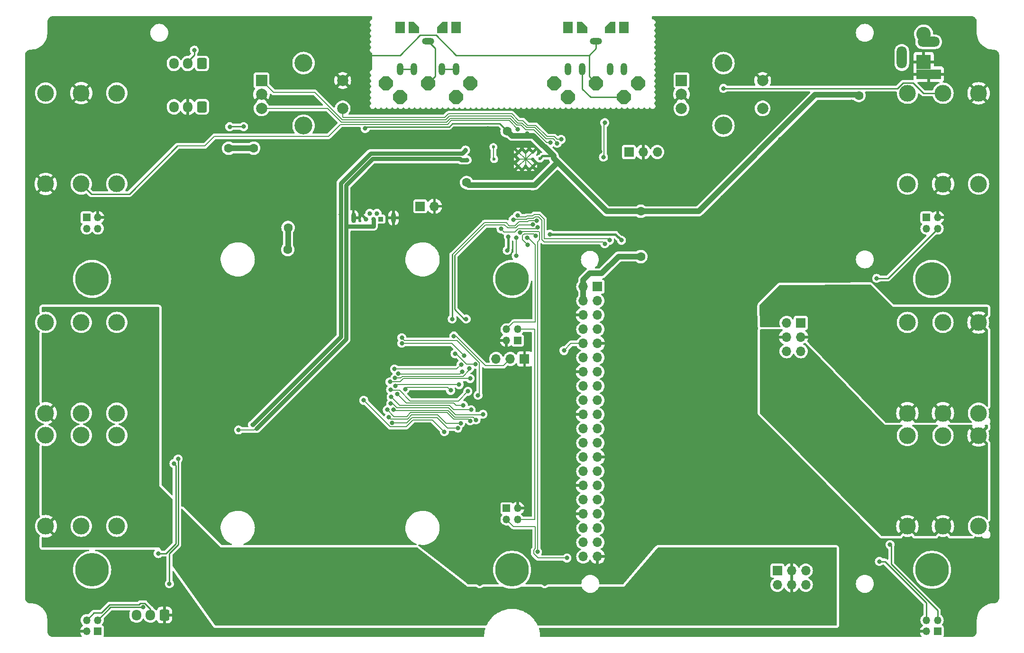
<source format=gbr>
%TF.GenerationSoftware,KiCad,Pcbnew,7.0.8-7.0.8~ubuntu23.04.1*%
%TF.CreationDate,2023-10-20T09:08:35+00:00*%
%TF.ProjectId,pedalboard-hw,70656461-6c62-46f6-9172-642d68772e6b,3.0.1*%
%TF.SameCoordinates,Original*%
%TF.FileFunction,Copper,L2,Bot*%
%TF.FilePolarity,Positive*%
%FSLAX46Y46*%
G04 Gerber Fmt 4.6, Leading zero omitted, Abs format (unit mm)*
G04 Created by KiCad (PCBNEW 7.0.8-7.0.8~ubuntu23.04.1) date 2023-10-20 09:08:35*
%MOMM*%
%LPD*%
G01*
G04 APERTURE LIST*
G04 Aperture macros list*
%AMRoundRect*
0 Rectangle with rounded corners*
0 $1 Rounding radius*
0 $2 $3 $4 $5 $6 $7 $8 $9 X,Y pos of 4 corners*
0 Add a 4 corners polygon primitive as box body*
4,1,4,$2,$3,$4,$5,$6,$7,$8,$9,$2,$3,0*
0 Add four circle primitives for the rounded corners*
1,1,$1+$1,$2,$3*
1,1,$1+$1,$4,$5*
1,1,$1+$1,$6,$7*
1,1,$1+$1,$8,$9*
0 Add four rect primitives between the rounded corners*
20,1,$1+$1,$2,$3,$4,$5,0*
20,1,$1+$1,$4,$5,$6,$7,0*
20,1,$1+$1,$6,$7,$8,$9,0*
20,1,$1+$1,$8,$9,$2,$3,0*%
%AMOutline5P*
0 Free polygon, 5 corners , with rotation*
0 The origin of the aperture is its center*
0 number of corners: always 5*
0 $1 to $10 corner X, Y*
0 $11 Rotation angle, in degrees counterclockwise*
0 create outline with 5 corners*
4,1,5,$1,$2,$3,$4,$5,$6,$7,$8,$9,$10,$1,$2,$11*%
%AMOutline6P*
0 Free polygon, 6 corners , with rotation*
0 The origin of the aperture is its center*
0 number of corners: always 6*
0 $1 to $12 corner X, Y*
0 $13 Rotation angle, in degrees counterclockwise*
0 create outline with 6 corners*
4,1,6,$1,$2,$3,$4,$5,$6,$7,$8,$9,$10,$11,$12,$1,$2,$13*%
%AMOutline7P*
0 Free polygon, 7 corners , with rotation*
0 The origin of the aperture is its center*
0 number of corners: always 7*
0 $1 to $14 corner X, Y*
0 $15 Rotation angle, in degrees counterclockwise*
0 create outline with 7 corners*
4,1,7,$1,$2,$3,$4,$5,$6,$7,$8,$9,$10,$11,$12,$13,$14,$1,$2,$15*%
%AMOutline8P*
0 Free polygon, 8 corners , with rotation*
0 The origin of the aperture is its center*
0 number of corners: always 8*
0 $1 to $16 corner X, Y*
0 $17 Rotation angle, in degrees counterclockwise*
0 create outline with 8 corners*
4,1,8,$1,$2,$3,$4,$5,$6,$7,$8,$9,$10,$11,$12,$13,$14,$15,$16,$1,$2,$17*%
G04 Aperture macros list end*
%TA.AperFunction,ComponentPad*%
%ADD10O,1.200000X2.200000*%
%TD*%
%TA.AperFunction,ComponentPad*%
%ADD11O,2.200000X1.200000*%
%TD*%
%TA.AperFunction,ComponentPad*%
%ADD12C,3.000000*%
%TD*%
%TA.AperFunction,ComponentPad*%
%ADD13R,4.400000X1.800000*%
%TD*%
%TA.AperFunction,ComponentPad*%
%ADD14O,4.000000X1.800000*%
%TD*%
%TA.AperFunction,ComponentPad*%
%ADD15O,1.800000X4.000000*%
%TD*%
%TA.AperFunction,ComponentPad*%
%ADD16R,2.600000X2.600000*%
%TD*%
%TA.AperFunction,ComponentPad*%
%ADD17C,2.600000*%
%TD*%
%TA.AperFunction,WasherPad*%
%ADD18C,6.000000*%
%TD*%
%TA.AperFunction,ComponentPad*%
%ADD19R,1.350000X1.350000*%
%TD*%
%TA.AperFunction,ComponentPad*%
%ADD20O,1.350000X1.350000*%
%TD*%
%TA.AperFunction,ComponentPad*%
%ADD21R,1.700000X1.700000*%
%TD*%
%TA.AperFunction,ComponentPad*%
%ADD22O,1.700000X1.700000*%
%TD*%
%TA.AperFunction,ComponentPad*%
%ADD23R,0.840000X0.840000*%
%TD*%
%TA.AperFunction,ComponentPad*%
%ADD24C,0.840000*%
%TD*%
%TA.AperFunction,ComponentPad*%
%ADD25O,0.850000X1.850000*%
%TD*%
%TA.AperFunction,ComponentPad*%
%ADD26Outline8P,-1.250000X0.517767X-0.517767X1.250000X0.517767X1.250000X1.250000X0.517767X1.250000X-0.517767X0.517767X-1.250000X-0.517767X-1.250000X-1.250000X-0.517767X180.000000*%
%TD*%
%TA.AperFunction,ComponentPad*%
%ADD27Outline8P,-1.250000X0.517767X-0.517767X1.250000X0.517767X1.250000X1.250000X0.517767X1.250000X-0.517767X0.517767X-1.250000X-0.517767X-1.250000X-1.250000X-0.517767X270.000000*%
%TD*%
%TA.AperFunction,ComponentPad*%
%ADD28Outline5P,-0.900000X1.000000X0.900000X1.000000X0.900000X-0.100000X0.000000X-1.000000X-0.900000X-1.000000X180.000000*%
%TD*%
%TA.AperFunction,ComponentPad*%
%ADD29R,1.800000X2.000000*%
%TD*%
%TA.AperFunction,ComponentPad*%
%ADD30Outline5P,-0.900000X1.000000X0.900000X1.000000X0.900000X-1.000000X0.000000X-1.000000X-0.900000X-0.100000X180.000000*%
%TD*%
%TA.AperFunction,ComponentPad*%
%ADD31R,2.000000X2.000000*%
%TD*%
%TA.AperFunction,ComponentPad*%
%ADD32C,2.000000*%
%TD*%
%TA.AperFunction,ComponentPad*%
%ADD33C,3.200000*%
%TD*%
%TA.AperFunction,ComponentPad*%
%ADD34C,0.600000*%
%TD*%
%TA.AperFunction,ComponentPad*%
%ADD35RoundRect,0.250000X0.600000X0.725000X-0.600000X0.725000X-0.600000X-0.725000X0.600000X-0.725000X0*%
%TD*%
%TA.AperFunction,ComponentPad*%
%ADD36O,1.700000X1.950000*%
%TD*%
%TA.AperFunction,ViaPad*%
%ADD37C,0.800000*%
%TD*%
%TA.AperFunction,ViaPad*%
%ADD38C,1.600000*%
%TD*%
%TA.AperFunction,ViaPad*%
%ADD39C,0.600000*%
%TD*%
%TA.AperFunction,Conductor*%
%ADD40C,0.250000*%
%TD*%
%TA.AperFunction,Conductor*%
%ADD41C,0.200000*%
%TD*%
%TA.AperFunction,Conductor*%
%ADD42C,1.000000*%
%TD*%
%TA.AperFunction,Conductor*%
%ADD43C,0.400000*%
%TD*%
%TA.AperFunction,Conductor*%
%ADD44C,0.770000*%
%TD*%
G04 APERTURE END LIST*
D10*
%TO.P,J4,R*%
%TO.N,Net-(J24-Pin_1)*%
X125000000Y-29500000D03*
%TO.P,J4,RN*%
X122500000Y-29500000D03*
D11*
%TO.P,J4,S*%
%TO.N,GND*%
X120000000Y-24500000D03*
D10*
%TO.P,J4,T*%
%TO.N,Net-(J24-Pin_3)*%
X115000000Y-29500000D03*
%TO.P,J4,TN*%
X117500000Y-29500000D03*
%TD*%
D12*
%TO.P,J9,R*%
%TO.N,/MIDI/A_EXP2*%
X28050000Y-50000000D03*
%TO.P,J9,RN*%
%TO.N,GND*%
X28050000Y-33770000D03*
%TO.P,J9,S*%
X21700000Y-50000000D03*
%TO.P,J9,SN*%
%TO.N,unconnected-(J9-PadSN)*%
X21700000Y-33770000D03*
%TO.P,J9,T*%
%TO.N,Net-(J9-PadT)*%
X34400000Y-50000000D03*
%TO.P,J9,TN*%
%TO.N,unconnected-(J9-PadTN)*%
X34400000Y-33770000D03*
%TD*%
%TO.P,J18,R*%
%TO.N,unconnected-(J18-PadR)*%
X28050000Y-111200000D03*
%TO.P,J18,RN*%
%TO.N,unconnected-(J18-PadRN)*%
X28050000Y-94970000D03*
%TO.P,J18,S*%
%TO.N,/Audio/GND_out*%
X21700000Y-111200000D03*
%TO.P,J18,SN*%
%TO.N,Net-(JP3-A)*%
X21700000Y-94970000D03*
%TO.P,J18,T*%
%TO.N,Net-(J25-out_L)*%
X34400000Y-111200000D03*
%TO.P,J18,TN*%
%TO.N,unconnected-(J18-PadTN)*%
X34400000Y-94970000D03*
%TD*%
D13*
%TO.P,J6,1*%
%TO.N,GND*%
X179400000Y-30400000D03*
D14*
%TO.P,J6,2*%
%TO.N,/Power Supply/unfused*%
X179400000Y-24600000D03*
D15*
%TO.P,J6,3*%
%TO.N,unconnected-(J6-Pad3)*%
X174600000Y-27400000D03*
%TD*%
D16*
%TO.P,J5,1,Pin_1*%
%TO.N,GND*%
X178500000Y-28210000D03*
D17*
%TO.P,J5,2,Pin_2*%
%TO.N,/Power Supply/unfused*%
X178500000Y-23210000D03*
%TD*%
D18*
%TO.P,H9,*%
%TO.N,*%
X30000000Y-119000000D03*
%TD*%
D19*
%TO.P,J8,1,Pin_1*%
%TO.N,+5VP*%
X29000000Y-56000000D03*
D20*
%TO.P,J8,2,Pin_2*%
%TO.N,GND*%
X31000000Y-56000000D03*
%TO.P,J8,3,Pin_3*%
%TO.N,Net-(J14-Pin_4)*%
X29000000Y-58000000D03*
%TO.P,J8,4,Pin_4*%
%TO.N,Net-(J21-Pin_3)*%
X31000000Y-58000000D03*
%TD*%
D18*
%TO.P,H6,*%
%TO.N,*%
X105000000Y-67000000D03*
%TD*%
%TO.P,H5,*%
%TO.N,*%
X30000000Y-67000000D03*
%TD*%
D12*
%TO.P,J17,R*%
%TO.N,unconnected-(J17-PadR)*%
X28050000Y-91000000D03*
%TO.P,J17,RN*%
%TO.N,unconnected-(J17-PadRN)*%
X28050000Y-74770000D03*
%TO.P,J17,S*%
%TO.N,/Audio/GND_out*%
X21700000Y-91000000D03*
%TO.P,J17,SN*%
%TO.N,unconnected-(J17-PadSN)*%
X21700000Y-74770000D03*
%TO.P,J17,T*%
%TO.N,Net-(J25-out_R)*%
X34400000Y-91000000D03*
%TO.P,J17,TN*%
%TO.N,unconnected-(J17-PadTN)*%
X34400000Y-74770000D03*
%TD*%
%TO.P,J20,R*%
%TO.N,/Audio/in_L-*%
X181950000Y-94995000D03*
%TO.P,J20,RN*%
%TO.N,/Audio/GND_in_L*%
X181950000Y-111225000D03*
%TO.P,J20,S*%
X188300000Y-94995000D03*
%TO.P,J20,SN*%
%TO.N,Net-(JP4-A)*%
X188300000Y-111225000D03*
%TO.P,J20,T*%
%TO.N,/Audio/in_L+*%
X175600000Y-94995000D03*
%TO.P,J20,TN*%
%TO.N,/Audio/GND_in_L*%
X175600000Y-111225000D03*
%TD*%
D21*
%TO.P,J12,1,Pin_1*%
%TO.N,/MIDI/SWCLK*%
X125860000Y-44300000D03*
D22*
%TO.P,J12,2,Pin_2*%
%TO.N,GND*%
X128400000Y-44300000D03*
%TO.P,J12,3,Pin_3*%
%TO.N,/MIDI/SWD*%
X130940000Y-44300000D03*
%TD*%
D19*
%TO.P,J22,1,Pin_1*%
%TO.N,+5VP*%
X181000000Y-130000000D03*
D20*
%TO.P,J22,2,Pin_2*%
%TO.N,GND*%
X179000000Y-130000000D03*
%TO.P,J22,3,Pin_3*%
%TO.N,Net-(J13-Pin_4)*%
X181000000Y-128000000D03*
%TO.P,J22,4,Pin_4*%
%TO.N,Net-(J19-Pin_3)*%
X179000000Y-128000000D03*
%TD*%
D19*
%TO.P,J21,1,Pin_1*%
%TO.N,+5VP*%
X31000000Y-130000000D03*
D20*
%TO.P,J21,2,Pin_2*%
%TO.N,GND*%
X29000000Y-130000000D03*
%TO.P,J21,3,Pin_3*%
%TO.N,Net-(J21-Pin_3)*%
X31000000Y-128000000D03*
%TO.P,J21,4,Pin_4*%
%TO.N,Net-(J21-Pin_4)*%
X29000000Y-128000000D03*
%TD*%
D19*
%TO.P,J14,1,Pin_1*%
%TO.N,+5VP*%
X106000000Y-78000000D03*
D20*
%TO.P,J14,2,Pin_2*%
%TO.N,GND*%
X104000000Y-78000000D03*
%TO.P,J14,3,Pin_3*%
%TO.N,Net-(J14-Pin_3)*%
X106000000Y-76000000D03*
%TO.P,J14,4,Pin_4*%
%TO.N,Net-(J14-Pin_4)*%
X104000000Y-76000000D03*
%TD*%
D23*
%TO.P,J10,1,VBUS*%
%TO.N,VBUS*%
X81540000Y-56290000D03*
D24*
%TO.P,J10,2,D-*%
%TO.N,/Connectivity/USB2_N*%
X80890000Y-55290000D03*
%TO.P,J10,3,D+*%
%TO.N,/Connectivity/USB2_P*%
X80240000Y-56290000D03*
%TO.P,J10,4,ID*%
%TO.N,unconnected-(J10-ID-Pad4)*%
X79590000Y-55290000D03*
%TO.P,J10,5,GND*%
%TO.N,GND*%
X78940000Y-56290000D03*
D25*
%TO.P,J10,6,Shield*%
X83815000Y-56070000D03*
X76665000Y-56070000D03*
%TD*%
D12*
%TO.P,J7,R*%
%TO.N,/MIDI/A_EXP1*%
X181965000Y-33800000D03*
%TO.P,J7,RN*%
%TO.N,GND*%
X181965000Y-50030000D03*
%TO.P,J7,S*%
X188315000Y-33800000D03*
%TO.P,J7,SN*%
%TO.N,unconnected-(J7-PadSN)*%
X188315000Y-50030000D03*
%TO.P,J7,T*%
%TO.N,Net-(J7-PadT)*%
X175615000Y-33800000D03*
%TO.P,J7,TN*%
%TO.N,unconnected-(J7-PadTN)*%
X175615000Y-50030000D03*
%TD*%
D26*
%TO.P,J3,1*%
%TO.N,unconnected-(J3-Pad1)*%
X112500000Y-32000000D03*
D27*
%TO.P,J3,2*%
%TO.N,GND*%
X120000000Y-32000000D03*
D26*
%TO.P,J3,3*%
%TO.N,unconnected-(J3-Pad3)*%
X127500000Y-32000000D03*
%TO.P,J3,4*%
%TO.N,Net-(J24-Pin_1)*%
X115000000Y-34500000D03*
%TO.P,J3,5*%
%TO.N,Net-(J24-Pin_3)*%
X125000000Y-34500000D03*
D28*
%TO.P,J3,PE*%
%TO.N,N/C*%
X122500000Y-22000000D03*
D29*
%TO.P,J3,PE1*%
X125000000Y-22000000D03*
%TO.P,J3,PE2*%
X115000000Y-22000000D03*
D30*
%TO.P,J3,PE@*%
X117500000Y-22000000D03*
%TD*%
D31*
%TO.P,SW1,A,A*%
%TO.N,/MIDI/ROT_VOL_A*%
X60250000Y-31500000D03*
D32*
%TO.P,SW1,B,B*%
%TO.N,/MIDI/ROT_VOL_B*%
X60250000Y-36500000D03*
%TO.P,SW1,C,C*%
%TO.N,GND*%
X60250000Y-34000000D03*
D33*
%TO.P,SW1,MP*%
%TO.N,N/C*%
X67750000Y-28400000D03*
X67750000Y-39600000D03*
D32*
%TO.P,SW1,S1,S1*%
%TO.N,/MIDI/SW_VOL*%
X74750000Y-36500000D03*
%TO.P,SW1,S2,S2*%
%TO.N,GND*%
X74750000Y-31500000D03*
%TD*%
D19*
%TO.P,J13,1,Pin_1*%
%TO.N,+5VP*%
X179000000Y-56000000D03*
D20*
%TO.P,J13,2,Pin_2*%
%TO.N,GND*%
X181000000Y-56000000D03*
%TO.P,J13,3,Pin_3*%
%TO.N,Net-(D7-DOUT)*%
X179000000Y-58000000D03*
%TO.P,J13,4,Pin_4*%
%TO.N,Net-(J13-Pin_4)*%
X181000000Y-58000000D03*
%TD*%
D18*
%TO.P,H8,*%
%TO.N,*%
X180000000Y-67000000D03*
%TD*%
D21*
%TO.P,J15,1,Pin_1*%
%TO.N,GND*%
X107225000Y-81300000D03*
D22*
%TO.P,J15,2,Pin_2*%
%TO.N,/Audio/CM4_GPIO14*%
X104685000Y-81300000D03*
%TO.P,J15,3,Pin_3*%
%TO.N,/Audio/CM4_GPIO15*%
X102145000Y-81300000D03*
%TD*%
D12*
%TO.P,J16,R*%
%TO.N,/Audio/in_R-*%
X181950000Y-74780000D03*
%TO.P,J16,RN*%
%TO.N,/Audio/GND_in_R*%
X181950000Y-91010000D03*
%TO.P,J16,S*%
X188300000Y-74780000D03*
%TO.P,J16,SN*%
%TO.N,unconnected-(J16-PadSN)*%
X188300000Y-91010000D03*
%TO.P,J16,T*%
%TO.N,/Audio/in_R+*%
X175600000Y-74780000D03*
%TO.P,J16,TN*%
%TO.N,/Audio/GND_in_R*%
X175600000Y-91010000D03*
%TD*%
D18*
%TO.P,H10,*%
%TO.N,*%
X105000000Y-119000000D03*
%TD*%
D21*
%TO.P,J11,1,Pin_1*%
%TO.N,/MIDI/~{USB_BOOT}*%
X88600000Y-54000000D03*
D22*
%TO.P,J11,2,Pin_2*%
%TO.N,GND*%
X91140000Y-54000000D03*
%TD*%
D34*
%TO.P,U4,57,GND*%
%TO.N,GND*%
X106125000Y-46875000D03*
X107400000Y-46875000D03*
X108675000Y-46875000D03*
X106125000Y-45600000D03*
X107400000Y-45600000D03*
X108675000Y-45600000D03*
X106125000Y-44325000D03*
X107400000Y-44325000D03*
X108675000Y-44325000D03*
%TD*%
D19*
%TO.P,J19,1,Pin_1*%
%TO.N,+5VP*%
X104000000Y-108000000D03*
D20*
%TO.P,J19,2,Pin_2*%
%TO.N,GND*%
X106000000Y-108000000D03*
%TO.P,J19,3,Pin_3*%
%TO.N,Net-(J19-Pin_3)*%
X104000000Y-110000000D03*
%TO.P,J19,4,Pin_4*%
%TO.N,Net-(J14-Pin_3)*%
X106000000Y-110000000D03*
%TD*%
D18*
%TO.P,H13,*%
%TO.N,*%
X180000000Y-119000000D03*
%TD*%
D31*
%TO.P,SW2,A,A*%
%TO.N,/MIDI/ROT_GAIN_A*%
X135250000Y-31500000D03*
D32*
%TO.P,SW2,B,B*%
%TO.N,/MIDI/ROT_GAIN_B*%
X135250000Y-36500000D03*
%TO.P,SW2,C,C*%
%TO.N,GND*%
X135250000Y-34000000D03*
D33*
%TO.P,SW2,MP*%
%TO.N,N/C*%
X142750000Y-28400000D03*
X142750000Y-39600000D03*
D32*
%TO.P,SW2,S1,S1*%
%TO.N,/MIDI/SW_GAIN*%
X149750000Y-36500000D03*
%TO.P,SW2,S2,S2*%
%TO.N,GND*%
X149750000Y-31500000D03*
%TD*%
D26*
%TO.P,J1,1*%
%TO.N,unconnected-(J1-Pad1)*%
X82500000Y-32000000D03*
D27*
%TO.P,J1,2*%
%TO.N,Net-(J23-Pin_2)*%
X90000000Y-32000000D03*
D26*
%TO.P,J1,3*%
%TO.N,unconnected-(J1-Pad3)*%
X97500000Y-32000000D03*
%TO.P,J1,4*%
%TO.N,Net-(J23-Pin_1)*%
X85000000Y-34500000D03*
%TO.P,J1,5*%
%TO.N,Net-(J23-Pin_3)*%
X95000000Y-34500000D03*
D28*
%TO.P,J1,PE*%
%TO.N,N/C*%
X92500000Y-22000000D03*
D29*
%TO.P,J1,PE1*%
X95000000Y-22000000D03*
%TO.P,J1,PE2*%
X85000000Y-22000000D03*
D30*
%TO.P,J1,PE@*%
X87500000Y-22000000D03*
%TD*%
D10*
%TO.P,J2,R*%
%TO.N,Net-(J23-Pin_1)*%
X94994500Y-29500000D03*
%TO.P,J2,RN*%
X92494500Y-29500000D03*
D11*
%TO.P,J2,S*%
%TO.N,Net-(J23-Pin_2)*%
X89994500Y-24500000D03*
D10*
%TO.P,J2,T*%
%TO.N,Net-(J23-Pin_3)*%
X84994500Y-29500000D03*
%TO.P,J2,TN*%
X87494500Y-29500000D03*
%TD*%
D35*
%TO.P,J23,1,Pin_1*%
%TO.N,Net-(J23-Pin_1)*%
X49600000Y-28475000D03*
D36*
%TO.P,J23,2,Pin_2*%
%TO.N,Net-(J23-Pin_2)*%
X47100000Y-28475000D03*
%TO.P,J23,3,Pin_3*%
%TO.N,Net-(J23-Pin_3)*%
X44600000Y-28475000D03*
%TD*%
D35*
%TO.P,J26,1,Pin_1*%
%TO.N,GND*%
X42900000Y-127100000D03*
D36*
%TO.P,J26,2,Pin_2*%
%TO.N,Net-(J21-Pin_4)*%
X40400000Y-127100000D03*
%TO.P,J26,3,Pin_3*%
%TO.N,+5VP*%
X37900000Y-127100000D03*
%TD*%
D21*
%TO.P,J25,1,3V3*%
%TO.N,/Audio/CM4_3V3*%
X120250000Y-68375600D03*
D22*
%TO.P,J25,2,5V*%
%TO.N,+5VP*%
X117710000Y-68375600D03*
%TO.P,J25,3,SDA/GPIO2*%
%TO.N,/Audio/conf_i2c_sda*%
X120250000Y-70915600D03*
%TO.P,J25,4,5V*%
%TO.N,+5VP*%
X117710000Y-70915600D03*
%TO.P,J25,5,SCL/GPIO3*%
%TO.N,/Audio/conf_i2c_scl*%
X120250000Y-73455600D03*
%TO.P,J25,6,GND*%
%TO.N,GND*%
X117710000Y-73455600D03*
%TO.P,J25,7,GCLK0/GPIO4*%
%TO.N,/Audio/CM4_GPIO4*%
X120250000Y-75995600D03*
%TO.P,J25,8,GPIO14/TXD*%
%TO.N,/Audio/CM4_GPIO14*%
X117710000Y-75995600D03*
%TO.P,J25,9,GND*%
%TO.N,GND*%
X120250000Y-78535600D03*
%TO.P,J25,10,GPIO15/RXD*%
%TO.N,/Audio/CM4_GPIO15*%
X117710000Y-78535600D03*
%TO.P,J25,11,GPIO17*%
%TO.N,/Audio/CM4_GPIO17*%
X120250000Y-81075600D03*
%TO.P,J25,12,GPIO18/PWM0*%
%TO.N,/Audio/audio_pcm_clk*%
X117710000Y-81075600D03*
%TO.P,J25,13,GPIO27*%
%TO.N,/Audio/audio_in_stereo*%
X120250000Y-83615600D03*
%TO.P,J25,14,GND*%
%TO.N,GND*%
X117710000Y-83615600D03*
%TO.P,J25,15,GPIO22*%
%TO.N,/Audio/CM4_GPIO22*%
X120250000Y-86155600D03*
%TO.P,J25,16,GPIO23*%
%TO.N,/Audio/CM4_GPIO23*%
X117710000Y-86155600D03*
%TO.P,J25,17,3V3*%
%TO.N,/Audio/CM4_3V3*%
X120250000Y-88695600D03*
%TO.P,J25,18,GPIO24*%
%TO.N,/Audio/CM4_GPIO24*%
X117710000Y-88695600D03*
%TO.P,J25,19,MOSI0/GPIO10*%
%TO.N,/Audio/CM4_GPIO10*%
X120250000Y-91235600D03*
%TO.P,J25,20,GND*%
%TO.N,GND*%
X117710000Y-91235600D03*
%TO.P,J25,21,MISO0/GPIO9*%
%TO.N,/Audio/CM4_GPIO9*%
X120250000Y-93775600D03*
%TO.P,J25,22,GPIO25*%
%TO.N,/Audio/CM4_GPIO25*%
X117710000Y-93775600D03*
%TO.P,J25,23,SCLK0/GPIO11*%
%TO.N,/Audio/CM4_GPIO11*%
X120250000Y-96315600D03*
%TO.P,J25,24,~{CE0}/GPIO8*%
%TO.N,/Audio/CM4_GPIO8*%
X117710000Y-96315600D03*
%TO.P,J25,25,GND*%
%TO.N,GND*%
X120250000Y-98855600D03*
%TO.P,J25,26,~{CE1}/GPIO7*%
%TO.N,/Audio/CM4_GPIO7*%
X117710000Y-98855600D03*
%TO.P,J25,27,ID_SD/GPIO0*%
%TO.N,/Audio/CM4_ID_SD*%
X120250000Y-101395600D03*
%TO.P,J25,28,ID_SC/GPIO1*%
%TO.N,/Audio/CM4_ID_SC*%
X117710000Y-101395600D03*
%TO.P,J25,29,GCLK1/GPIO5*%
%TO.N,/Audio/CM4_GPIO5*%
X120250000Y-103935600D03*
%TO.P,J25,30,GND*%
%TO.N,GND*%
X117710000Y-103935600D03*
%TO.P,J25,31,GCLK2/GPIO6*%
%TO.N,/Audio/CM4_GPIO6*%
X120250000Y-106475600D03*
%TO.P,J25,32,PWM0/GPIO12*%
%TO.N,/Audio/CM4_GPIO12*%
X117710000Y-106475600D03*
%TO.P,J25,33,PWM1/GPIO13*%
%TO.N,/Audio/CM4_GPIO13*%
X120250000Y-109015600D03*
%TO.P,J25,34,GND*%
%TO.N,GND*%
X117710000Y-109015600D03*
%TO.P,J25,35,GPIO19/MISO1*%
%TO.N,/Audio/audio_pcm_fs*%
X120250000Y-111555600D03*
%TO.P,J25,36,GPIO16*%
%TO.N,/Audio/CM4_GPIO16*%
X117710000Y-111555600D03*
%TO.P,J25,37,GPIO26*%
%TO.N,/Audio/audio_out_stereo*%
X120250000Y-114095600D03*
%TO.P,J25,38,GPIO20/MOSI1*%
%TO.N,/Audio/audio_pcm_din*%
X117710000Y-114095600D03*
%TO.P,J25,39,GND*%
%TO.N,GND*%
X120250000Y-116635600D03*
%TO.P,J25,40,GPIO21/SCLK1*%
%TO.N,/Audio/audio_pcm_dout*%
X117710000Y-116635600D03*
D21*
%TO.P,J25,41,in_R-*%
%TO.N,/Audio/in_R-*%
X156555000Y-74845600D03*
D22*
%TO.P,J25,42,in_R+*%
%TO.N,/Audio/in_R+*%
X154015000Y-74845600D03*
%TO.P,J25,43,in_GND*%
%TO.N,/Audio/GND_in_R*%
X156555000Y-77385600D03*
%TO.P,J25,44,in_GND*%
%TO.N,/Audio/GND_in_L*%
X154015000Y-77385600D03*
%TO.P,J25,45,in_L+*%
%TO.N,/Audio/in_L+*%
X156555000Y-79925600D03*
%TO.P,J25,46,in_L-*%
%TO.N,/Audio/in_L-*%
X154015000Y-79925600D03*
D21*
%TO.P,J25,47,out_5V*%
%TO.N,unconnected-(J25-out_5V-Pad47)*%
X152380000Y-119150600D03*
D22*
%TO.P,J25,48,out_R*%
%TO.N,Net-(J25-out_R)*%
X152380000Y-121690600D03*
%TO.P,J25,49,out_GND*%
%TO.N,/Audio/GND_out*%
X154920000Y-119150600D03*
%TO.P,J25,50,out_GND*%
X154920000Y-121690600D03*
%TO.P,J25,51,out_5V*%
%TO.N,unconnected-(J25-out_5V-Pad51)*%
X157460000Y-119150600D03*
%TO.P,J25,52,out_L*%
%TO.N,Net-(J25-out_L)*%
X157460000Y-121690600D03*
%TD*%
D35*
%TO.P,J24,1,Pin_1*%
%TO.N,Net-(J24-Pin_1)*%
X49600000Y-36225000D03*
D36*
%TO.P,J24,2,Pin_2*%
%TO.N,GND*%
X47100000Y-36225000D03*
%TO.P,J24,3,Pin_3*%
%TO.N,Net-(J24-Pin_3)*%
X44600000Y-36225000D03*
%TD*%
D37*
%TO.N,GND*%
X95140000Y-41560000D03*
X87100000Y-47900000D03*
X89500000Y-81500000D03*
X145900000Y-49600000D03*
X63050000Y-48700000D03*
X86700000Y-75600000D03*
X136800000Y-60000000D03*
X100641057Y-40108987D03*
X74900000Y-46200000D03*
X55500000Y-78000000D03*
X161600000Y-38100000D03*
X154340000Y-27900000D03*
X121700000Y-52600000D03*
X70900000Y-49600000D03*
X99200000Y-121500000D03*
X110080000Y-38950000D03*
X156100000Y-49400000D03*
X116790000Y-43220000D03*
X152900000Y-42000000D03*
X37000000Y-122600000D03*
X48100000Y-62500600D03*
X35800000Y-69500000D03*
X51200000Y-68100000D03*
X46400000Y-26100000D03*
X185800000Y-69500000D03*
X165600000Y-35300000D03*
X120750000Y-44200000D03*
X154000000Y-58300000D03*
X55500000Y-85500000D03*
X89500000Y-87600000D03*
X55500000Y-75000000D03*
X55500000Y-90500000D03*
X55500000Y-80500000D03*
X89500000Y-96000000D03*
X158800000Y-49400000D03*
X168800000Y-53400000D03*
X86600000Y-80300000D03*
X111600000Y-52500000D03*
X24200000Y-69500000D03*
X24200000Y-121500000D03*
X99040000Y-42400000D03*
X174200000Y-69400000D03*
X103520000Y-54220000D03*
X185800000Y-121450000D03*
X55500000Y-93000000D03*
X166400000Y-46800000D03*
X142550000Y-52400000D03*
X94100000Y-49800000D03*
X108550000Y-53200000D03*
X165500000Y-41000000D03*
X174200000Y-121500000D03*
X144150000Y-44250000D03*
X163400000Y-43900000D03*
X55500000Y-83000000D03*
X120900000Y-49600000D03*
X97890000Y-40360000D03*
X110800000Y-121500000D03*
X55500000Y-88000000D03*
X158500000Y-57400000D03*
X154330000Y-23460000D03*
X55300000Y-33650000D03*
X89500000Y-93500000D03*
X101459500Y-54910000D03*
X99200000Y-69600000D03*
X130410000Y-52220000D03*
X113310000Y-49350000D03*
X160700000Y-46500000D03*
X55500000Y-95500000D03*
X153200000Y-49400000D03*
X110800000Y-69900000D03*
%TO.N,Net-(J23-Pin_2)*%
X48249500Y-26100000D03*
%TO.N,/LEDs/RGB_DATA*%
X109564970Y-57788013D03*
X103030000Y-58049500D03*
%TO.N,Net-(D3-DOUT)*%
X121320000Y-45210000D03*
X121550000Y-39050500D03*
%TO.N,+3V3*%
X78750000Y-40110000D03*
D38*
X96870000Y-49750000D03*
D37*
X57060000Y-39760000D03*
X112433604Y-45020000D03*
D38*
X104100500Y-40550000D03*
D37*
X54570000Y-39780000D03*
D38*
X166940000Y-34204500D03*
X128000000Y-54900000D03*
D39*
X109954871Y-45486615D03*
X108679996Y-50463478D03*
D37*
X107701567Y-41027276D03*
D39*
%TO.N,+1V1*%
X101800000Y-45560000D03*
X101660000Y-43410000D03*
D37*
%TO.N,/Audio/CM4_GPIO13*%
X95816257Y-92805501D03*
X83000000Y-91700000D03*
%TO.N,/Audio/conf_i2c_sda*%
X95900000Y-82300000D03*
X84000000Y-83100000D03*
%TO.N,/Audio/conf_i2c_scl*%
X96058879Y-83599500D03*
X84700353Y-83899647D03*
%TO.N,/Audio/audio_in_stereo*%
X84133755Y-86087142D03*
X95537944Y-85893736D03*
%TO.N,VBUS*%
X104345332Y-59435332D03*
X111730000Y-59000500D03*
X104120000Y-61889500D03*
X124540332Y-60090332D03*
%TO.N,/MIDI/A_EXP1*%
X142757299Y-32932701D03*
%TO.N,/Audio/audio_pcm_fs*%
X83525685Y-92713715D03*
X95302419Y-93662808D03*
%TO.N,/MIDI/SW_D*%
X109199500Y-59300000D03*
X107801405Y-60872211D03*
%TO.N,/MIDI/SW_E*%
X105710000Y-59590500D03*
X105740000Y-62840000D03*
%TO.N,/MIDI/SW_F*%
X122387250Y-60087250D03*
X105980588Y-55650500D03*
%TO.N,/MIDI/SW_A*%
X41800000Y-116100000D03*
X44610000Y-100000000D03*
%TO.N,/MIDI/SW_B*%
X106409500Y-58703193D03*
X109550000Y-115800000D03*
%TO.N,/MIDI/SW_C*%
X105199500Y-56370000D03*
X121550000Y-60700000D03*
%TO.N,/MIDI/ROT_VOL_A*%
X113043836Y-42756279D03*
%TO.N,/MIDI/ROT_VOL_B*%
X111880000Y-42649500D03*
%TO.N,/MIDI/SW_VOL*%
X113750636Y-42049570D03*
%TO.N,/Audio/GND_in_L*%
X178800000Y-93800000D03*
D38*
%TO.N,+5VP*%
X128000000Y-63000000D03*
X58850000Y-43610000D03*
X65000000Y-57810000D03*
X64930000Y-61750000D03*
X54390000Y-43630000D03*
D37*
%TO.N,/Audio/CM4_3V3*%
X85300000Y-78500000D03*
X96400000Y-80700000D03*
X98917395Y-87799500D03*
X85300000Y-77500000D03*
%TO.N,/Audio/CM4_GPIO6*%
X82700000Y-90400000D03*
X97511449Y-92382343D03*
%TO.N,/Audio/CM4_GPIO5*%
X83798953Y-90387491D03*
X98557000Y-92199500D03*
%TO.N,/Audio/CM4_ID_SD*%
X83350000Y-89250000D03*
X99800000Y-91200000D03*
%TO.N,/Audio/CM4_GPIO11*%
X83400000Y-88100000D03*
X97683894Y-90399000D03*
%TO.N,/Audio/CM4_GPIO9*%
X96300000Y-89599000D03*
X84500000Y-87599500D03*
%TO.N,/Audio/CM4_GPIO10*%
X85900000Y-86699500D03*
X94024728Y-86925400D03*
%TO.N,/Audio/CM4_GPIO22*%
X97100000Y-87100000D03*
X83300000Y-86787142D03*
%TO.N,/Audio/CM4_GPIO17*%
X97500000Y-84800000D03*
X83200000Y-85400000D03*
%TO.N,/Audio/CM4_GPIO15*%
X114260500Y-79800500D03*
%TO.N,/Audio/CM4_GPIO4*%
X84074635Y-84687642D03*
X97400000Y-83000500D03*
%TO.N,/Audio/CM4_GPIO14*%
X94610000Y-77200000D03*
X94810000Y-80370000D03*
X98448690Y-82241159D03*
%TO.N,/Audio/CM4_LED_ACT*%
X78500000Y-88700000D03*
X92900000Y-94300000D03*
%TO.N,/Connectivity/USB2_N*%
X74423400Y-55520000D03*
X58650000Y-93100000D03*
X96700000Y-43950000D03*
%TO.N,/Connectivity/USB2_P*%
X56150000Y-94000000D03*
X96970000Y-45713700D03*
%TO.N,/MIDI/A_EXP2*%
X106000000Y-40200000D03*
%TO.N,Net-(J14-Pin_4)*%
X107695203Y-59639500D03*
%TO.N,Net-(J21-Pin_3)*%
X43800000Y-121500000D03*
X45350000Y-99190000D03*
X39100000Y-125700000D03*
%TO.N,Net-(J13-Pin_4)*%
X172500000Y-114500000D03*
X170100000Y-66900000D03*
%TO.N,Net-(J19-Pin_3)*%
X170587701Y-117512299D03*
X114800000Y-116900000D03*
%TO.N,Net-(JP1-B)*%
X96800000Y-74150000D03*
X108700000Y-57287182D03*
%TO.N,Net-(JP2-B)*%
X94300000Y-74150000D03*
X109400939Y-56574659D03*
%TD*%
D40*
%TO.N,GND*%
X85000000Y-27000000D02*
X88600000Y-23400000D01*
D41*
X107400000Y-44325000D02*
X107400000Y-46875000D01*
X107400000Y-45600000D02*
X106125000Y-46875000D01*
D40*
X118750000Y-30750000D02*
X120000000Y-32000000D01*
D41*
X106125000Y-45600000D02*
X108675000Y-45600000D01*
D40*
X118750000Y-27000000D02*
X118750000Y-30750000D01*
X88600000Y-23400000D02*
X91400000Y-23400000D01*
X120000000Y-25750000D02*
X120000000Y-24500000D01*
X95000000Y-27000000D02*
X118750000Y-27000000D01*
D41*
X107400000Y-45600000D02*
X106125000Y-44325000D01*
X107400000Y-45600000D02*
X108675000Y-46875000D01*
X107400000Y-45600000D02*
X108675000Y-44325000D01*
D40*
X76300000Y-27000000D02*
X85000000Y-27000000D01*
X118750000Y-27000000D02*
X120000000Y-25750000D01*
X91400000Y-23400000D02*
X95000000Y-27000000D01*
%TO.N,Net-(J23-Pin_2)*%
X48249500Y-26925500D02*
X48249500Y-26100000D01*
X91250000Y-25755500D02*
X89994500Y-24500000D01*
X90000000Y-32000000D02*
X91250000Y-30750000D01*
X48249500Y-26925500D02*
X46700000Y-28475000D01*
X91250000Y-30750000D02*
X91250000Y-25755500D01*
D41*
%TO.N,/LEDs/RGB_DATA*%
X106113318Y-57986682D02*
X109366301Y-57986682D01*
X103030000Y-58049500D02*
X103553035Y-58572535D01*
X105527465Y-58572535D02*
X106113318Y-57986682D01*
X109366301Y-57986682D02*
X109564970Y-57788013D01*
X103553035Y-58572535D02*
X105527465Y-58572535D01*
%TO.N,Net-(D3-DOUT)*%
X121450000Y-45080000D02*
X121450000Y-39150000D01*
X121549500Y-39050500D02*
X121550000Y-39050500D01*
X121450000Y-39150000D02*
X121549500Y-39050500D01*
X121320000Y-45210000D02*
X121450000Y-45080000D01*
D42*
%TO.N,+3V3*%
X159102943Y-34100000D02*
X166880000Y-34100000D01*
X166940000Y-34160000D02*
X166940000Y-34204500D01*
X112433604Y-45020000D02*
X108813604Y-41400000D01*
X105000000Y-41400000D02*
X104150000Y-40550000D01*
D40*
X93767461Y-39775000D02*
X94347461Y-39195000D01*
D43*
X110421486Y-45020000D02*
X112433604Y-45020000D01*
D42*
X108813604Y-41400000D02*
X105000000Y-41400000D01*
D40*
X94347461Y-39195000D02*
X102745500Y-39195000D01*
D42*
X97310000Y-50190000D02*
X109060000Y-50190000D01*
D40*
X54590000Y-39760000D02*
X54570000Y-39780000D01*
D42*
X128000000Y-54900000D02*
X138302943Y-54900000D01*
D40*
X78750000Y-40110000D02*
X79085000Y-39775000D01*
D42*
X104150000Y-40550000D02*
X104100500Y-40550000D01*
D40*
X57060000Y-39760000D02*
X54590000Y-39760000D01*
D42*
X121900000Y-54900000D02*
X128000000Y-54900000D01*
D40*
X79085000Y-39775000D02*
X93767461Y-39775000D01*
D43*
X109954871Y-45486615D02*
X110421486Y-45020000D01*
D42*
X138302943Y-54900000D02*
X159102943Y-34100000D01*
D40*
X102745500Y-39195000D02*
X104100500Y-40550000D01*
D42*
X109060000Y-50190000D02*
X113000000Y-46250000D01*
X112433604Y-45020000D02*
X112433604Y-45433604D01*
X96870000Y-49750000D02*
X97310000Y-50190000D01*
X112433604Y-45433604D02*
X121900000Y-54900000D01*
X166880000Y-34100000D02*
X166940000Y-34160000D01*
D41*
%TO.N,+1V1*%
X101660000Y-43410000D02*
X101660000Y-45420000D01*
X101660000Y-45420000D02*
X101800000Y-45560000D01*
%TO.N,/Audio/CM4_GPIO13*%
X93205501Y-92805501D02*
X95816257Y-92805501D01*
X83314215Y-92014215D02*
X86351471Y-92014215D01*
X83000000Y-91700000D02*
X83314215Y-92014215D01*
X86351471Y-92014215D02*
X87065686Y-91300000D01*
X91700000Y-91300000D02*
X93205501Y-92805501D01*
X87065686Y-91300000D02*
X91700000Y-91300000D01*
%TO.N,/Audio/conf_i2c_sda*%
X84000000Y-83100000D02*
X95100000Y-83100000D01*
X95100000Y-83100000D02*
X95900000Y-82300000D01*
%TO.N,/Audio/conf_i2c_scl*%
X84700353Y-83899647D02*
X84800706Y-84000000D01*
X95658379Y-84000000D02*
X96058879Y-83599500D01*
X84800706Y-84000000D02*
X95658379Y-84000000D01*
%TO.N,/Audio/audio_in_stereo*%
X84133755Y-86087142D02*
X84320897Y-85900000D01*
X95531680Y-85900000D02*
X95537944Y-85893736D01*
X84320897Y-85900000D02*
X95531680Y-85900000D01*
D43*
%TO.N,VBUS*%
X123450500Y-59000500D02*
X111730000Y-59000500D01*
D41*
X104120000Y-61800000D02*
X104345332Y-61574668D01*
X104120000Y-61800000D02*
X104120000Y-61889500D01*
D43*
X104345332Y-59435332D02*
X104345332Y-61574668D01*
X124540332Y-60090332D02*
X123450500Y-59000500D01*
D40*
%TO.N,/MIDI/A_EXP1*%
X178455000Y-33790000D02*
X181955000Y-33790000D01*
X176655000Y-31975000D02*
X178455000Y-33775000D01*
X142757299Y-32932701D02*
X142804598Y-32980000D01*
X142804598Y-32980000D02*
X173854060Y-32980000D01*
X174859060Y-31975000D02*
X176655000Y-31975000D01*
X178455000Y-33775000D02*
X178455000Y-33790000D01*
X173854060Y-32980000D02*
X174859060Y-31975000D01*
D41*
%TO.N,/Audio/audio_pcm_fs*%
X93497122Y-93662808D02*
X91617157Y-91782843D01*
X95302419Y-93662808D02*
X93497122Y-93662808D01*
X91617157Y-91782843D02*
X87148529Y-91782843D01*
X86217657Y-92713715D02*
X83525685Y-92713715D01*
X87148529Y-91782843D02*
X86217657Y-92713715D01*
%TO.N,/MIDI/SW_D*%
X106887736Y-59958542D02*
X106887736Y-59232264D01*
X107180000Y-58940000D02*
X108839500Y-58940000D01*
X107801405Y-60872211D02*
X106887736Y-59958542D01*
X106887736Y-59232264D02*
X107180000Y-58940000D01*
X108839500Y-58940000D02*
X109199500Y-59300000D01*
%TO.N,/MIDI/SW_E*%
X105710000Y-62810000D02*
X105710000Y-59590500D01*
X105740000Y-62840000D02*
X105710000Y-62810000D01*
%TO.N,/MIDI/SW_F*%
X122387250Y-60087250D02*
X122100000Y-59800000D01*
X110700000Y-59784314D02*
X110700000Y-56318084D01*
X108645303Y-55774659D02*
X107599080Y-55774659D01*
X110715686Y-59800000D02*
X110700000Y-59784314D01*
X110700000Y-56318084D02*
X109856574Y-55474659D01*
X107473738Y-55900000D02*
X106230088Y-55900000D01*
X122100000Y-59800000D02*
X110715686Y-59800000D01*
X108945303Y-55474659D02*
X108645303Y-55774659D01*
X106230088Y-55900000D02*
X105980588Y-55650500D01*
X107599080Y-55774659D02*
X107473738Y-55900000D01*
X109856574Y-55474659D02*
X108945303Y-55474659D01*
D40*
%TO.N,/MIDI/SW_A*%
X44926000Y-100316000D02*
X44610000Y-100000000D01*
X41800000Y-116100000D02*
X43160000Y-116100000D01*
X44926000Y-114334000D02*
X44926000Y-100316000D01*
X43160000Y-116100000D02*
X44926000Y-114334000D01*
D41*
%TO.N,/MIDI/SW_B*%
X109899500Y-58639500D02*
X109899500Y-60000500D01*
X106409500Y-58703193D02*
X106624680Y-58488013D01*
X106624680Y-58488013D02*
X109748013Y-58488013D01*
X109899500Y-60000500D02*
X109550000Y-60350000D01*
X109748013Y-58488013D02*
X109899500Y-58639500D01*
X109550000Y-60350000D02*
X109550000Y-115800000D01*
%TO.N,/MIDI/SW_C*%
X109690889Y-55874659D02*
X110300000Y-56483770D01*
X109110989Y-55874659D02*
X109690889Y-55874659D01*
X110300000Y-56483770D02*
X110300000Y-59950000D01*
X107589424Y-56350000D02*
X107764765Y-56174659D01*
X110300000Y-59950000D02*
X110700000Y-60350000D01*
X107764765Y-56174659D02*
X108810989Y-56174659D01*
X110700000Y-60350000D02*
X121200000Y-60350000D01*
X108810989Y-56174659D02*
X109110989Y-55874659D01*
X121200000Y-60350000D02*
X121550000Y-60700000D01*
X105219500Y-56350000D02*
X107589424Y-56350000D01*
X105199500Y-56370000D02*
X105219500Y-56350000D01*
%TO.N,/MIDI/ROT_VOL_A*%
X104801371Y-37870000D02*
X93798629Y-37870000D01*
X113043836Y-42756279D02*
X113043836Y-42653886D01*
X69764645Y-33650000D02*
X62400000Y-33650000D01*
X74664646Y-38550000D02*
X69764645Y-33650000D01*
X62400000Y-33650000D02*
X60250000Y-31500000D01*
X111060660Y-41950000D02*
X109037935Y-39927276D01*
X109037935Y-39927276D02*
X107622962Y-39927276D01*
X112339950Y-41950000D02*
X111060660Y-41950000D01*
X93118629Y-38550000D02*
X74664646Y-38550000D01*
X106031372Y-39100000D02*
X104801371Y-37870000D01*
X113043836Y-42653886D02*
X112339950Y-41950000D01*
X93798629Y-37870000D02*
X93118629Y-38550000D01*
X107622962Y-39927276D02*
X106795686Y-39100000D01*
X106795686Y-39100000D02*
X106031372Y-39100000D01*
%TO.N,/MIDI/ROT_VOL_B*%
X105865686Y-39500000D02*
X104635686Y-38270000D01*
X74498960Y-38950000D02*
X72048960Y-36500000D01*
X107457276Y-40327276D02*
X106630000Y-39500000D01*
X111194474Y-42649500D02*
X108874974Y-40330000D01*
X72048960Y-36500000D02*
X60250000Y-36500000D01*
X107994241Y-40330000D02*
X107991517Y-40327276D01*
X104635686Y-38270000D02*
X93964314Y-38270000D01*
X93964314Y-38270000D02*
X93284314Y-38950000D01*
X106630000Y-39500000D02*
X105865686Y-39500000D01*
X108874974Y-40330000D02*
X107994241Y-40330000D01*
X93284314Y-38950000D02*
X74498960Y-38950000D01*
X111880000Y-42649500D02*
X111194474Y-42649500D01*
X107991517Y-40327276D02*
X107457276Y-40327276D01*
%TO.N,/MIDI/SW_VOL*%
X92952944Y-38150000D02*
X74840000Y-38150000D01*
X113005205Y-42049570D02*
X112505635Y-41550000D01*
X112505635Y-41550000D02*
X111226346Y-41550000D01*
X111226346Y-41550000D02*
X109203620Y-39527276D01*
X107788648Y-39527276D02*
X106961372Y-38700000D01*
X113750636Y-42049570D02*
X113005205Y-42049570D01*
X106961372Y-38700000D02*
X106197058Y-38700000D01*
X106197058Y-38700000D02*
X104967056Y-37470000D01*
X74840000Y-38150000D02*
X74750000Y-38060000D01*
X74750000Y-38060000D02*
X74750000Y-36500000D01*
X109203620Y-39527276D02*
X107788648Y-39527276D01*
X93632944Y-37470000D02*
X92952944Y-38150000D01*
X104967056Y-37470000D02*
X93632944Y-37470000D01*
D40*
%TO.N,Net-(J24-Pin_3)*%
X117500000Y-29500000D02*
X117500000Y-33000000D01*
X117500000Y-33000000D02*
X119000000Y-34500000D01*
X119000000Y-34500000D02*
X125000000Y-34500000D01*
D42*
%TO.N,+5VP*%
X58830000Y-43630000D02*
X58850000Y-43610000D01*
D41*
X65000000Y-61680000D02*
X64930000Y-61750000D01*
D42*
X117710000Y-68375600D02*
X117710000Y-70915600D01*
X117710000Y-68375600D02*
X117710000Y-67173519D01*
X124000000Y-63000000D02*
X128000000Y-63000000D01*
X54390000Y-43630000D02*
X58830000Y-43630000D01*
X118883519Y-66000000D02*
X121000000Y-66000000D01*
X117710000Y-67173519D02*
X118883519Y-66000000D01*
X65000000Y-57810000D02*
X65000000Y-61680000D01*
X121000000Y-66000000D02*
X124000000Y-63000000D01*
D40*
%TO.N,Net-(J21-Pin_4)*%
X39400305Y-124975000D02*
X40400000Y-125974695D01*
X29000000Y-128000000D02*
X30293198Y-126706802D01*
X38625000Y-124975000D02*
X39400305Y-124975000D01*
X33113604Y-125250000D02*
X38350000Y-125250000D01*
X38350000Y-125250000D02*
X38625000Y-124975000D01*
X30293198Y-126706802D02*
X31656802Y-126706802D01*
X31656802Y-126706802D02*
X33113604Y-125250000D01*
X40400000Y-125974695D02*
X40400000Y-127100000D01*
D41*
%TO.N,/Audio/CM4_3V3*%
X99150012Y-81951709D02*
X95198303Y-78000000D01*
X99150012Y-87566883D02*
X99150012Y-81951709D01*
X98917395Y-87799500D02*
X99150012Y-87566883D01*
X95198303Y-78000000D02*
X85800000Y-78000000D01*
X85800000Y-78000000D02*
X85300000Y-77500000D01*
X96400000Y-80700000D02*
X94200000Y-78500000D01*
X94200000Y-78500000D02*
X85300000Y-78500000D01*
%TO.N,/Audio/CM4_GPIO6*%
X97211949Y-92082843D02*
X97511449Y-92382343D01*
X86185785Y-91614215D02*
X86900000Y-90900000D01*
X94585786Y-92082843D02*
X97211949Y-92082843D01*
X82700000Y-90400000D02*
X83914215Y-91614215D01*
X83914215Y-91614215D02*
X86185785Y-91614215D01*
X86900000Y-90900000D02*
X93402942Y-90900000D01*
X93402942Y-90900000D02*
X94585786Y-92082843D01*
%TO.N,/Audio/CM4_GPIO5*%
X83798953Y-90387491D02*
X83911462Y-90500000D01*
X94751472Y-91682843D02*
X98040343Y-91682843D01*
X93568628Y-90500000D02*
X94751472Y-91682843D01*
X98040343Y-91682843D02*
X98557000Y-92199500D01*
X83911462Y-90500000D02*
X93568628Y-90500000D01*
%TO.N,/Audio/CM4_ID_SD*%
X94917157Y-91282843D02*
X99717157Y-91282843D01*
X83650706Y-89250000D02*
X84400706Y-90000000D01*
X84400706Y-90000000D02*
X93634314Y-90000000D01*
X93634314Y-90000000D02*
X94917157Y-91282843D01*
X99717157Y-91282843D02*
X99800000Y-91200000D01*
X83350000Y-89250000D02*
X83650706Y-89250000D01*
%TO.N,/Audio/CM4_GPIO11*%
X83400000Y-88100000D02*
X84900000Y-89600000D01*
X93800000Y-89600000D02*
X94599000Y-90399000D01*
X84900000Y-89600000D02*
X93800000Y-89600000D01*
X94599000Y-90399000D02*
X97683894Y-90399000D01*
%TO.N,/Audio/CM4_GPIO9*%
X94999000Y-89599000D02*
X96300000Y-89599000D01*
X94600000Y-89200000D02*
X94999000Y-89599000D01*
X86100500Y-89200000D02*
X94600000Y-89200000D01*
X84500000Y-87599500D02*
X86100500Y-89200000D01*
%TO.N,/Audio/CM4_GPIO10*%
X85900000Y-86699500D02*
X86199500Y-86400000D01*
X86199500Y-86400000D02*
X93499328Y-86400000D01*
X93499328Y-86400000D02*
X94024728Y-86925400D01*
%TO.N,/Audio/CM4_GPIO22*%
X84900000Y-86900000D02*
X86800000Y-88800000D01*
X83412858Y-86900000D02*
X84900000Y-86900000D01*
X95400000Y-88800000D02*
X97100000Y-87100000D01*
X83300000Y-86787142D02*
X83412858Y-86900000D01*
X86800000Y-88800000D02*
X95400000Y-88800000D01*
%TO.N,/Audio/CM4_GPIO17*%
X83772327Y-85400000D02*
X83784685Y-85387642D01*
X85577818Y-84800000D02*
X97500000Y-84800000D01*
X83200000Y-85400000D02*
X83772327Y-85400000D01*
X84990176Y-85387642D02*
X85577818Y-84800000D01*
X83784685Y-85387642D02*
X84990176Y-85387642D01*
%TO.N,/Audio/CM4_GPIO15*%
X115525400Y-78535600D02*
X117710000Y-78535600D01*
X114260500Y-79800500D02*
X115525400Y-78535600D01*
%TO.N,/Audio/CM4_GPIO4*%
X97400000Y-83000500D02*
X97400000Y-83248329D01*
X85389950Y-84400000D02*
X85089950Y-84700000D01*
X84086993Y-84700000D02*
X84074635Y-84687642D01*
X97400000Y-83248329D02*
X96248329Y-84400000D01*
X96248329Y-84400000D02*
X85389950Y-84400000D01*
X85089950Y-84700000D02*
X84086993Y-84700000D01*
%TO.N,/Audio/CM4_GPIO14*%
X100263989Y-82500000D02*
X103485000Y-82500000D01*
X94810000Y-80370000D02*
X94959950Y-80370000D01*
X94959950Y-80370000D02*
X96831109Y-82241159D01*
X94610000Y-77200000D02*
X94963989Y-77200000D01*
X96831109Y-82241159D02*
X98448690Y-82241159D01*
X103485000Y-82500000D02*
X104685000Y-81300000D01*
X94963989Y-77200000D02*
X100263989Y-82500000D01*
%TO.N,/Audio/CM4_LED_ACT*%
X87314215Y-92182843D02*
X90782843Y-92182843D01*
X90782843Y-92182843D02*
X92900000Y-94300000D01*
X86083343Y-93413715D02*
X87314215Y-92182843D01*
X78500000Y-88700000D02*
X78522020Y-88700000D01*
X78522020Y-88700000D02*
X83235735Y-93413715D01*
X83235735Y-93413715D02*
X86083343Y-93413715D01*
D44*
%TO.N,/Connectivity/USB2_N*%
X74437900Y-77358590D02*
X58696490Y-93100000D01*
X74423400Y-55520000D02*
X74423400Y-49886600D01*
X79722100Y-44587900D02*
X96062100Y-44587900D01*
X74423400Y-49886600D02*
X79722100Y-44587900D01*
X58696490Y-93100000D02*
X58650000Y-93100000D01*
X74423400Y-55520000D02*
X74437900Y-55534500D01*
X74437900Y-55534500D02*
X74437900Y-77358590D01*
X96062100Y-44587900D02*
X96700000Y-43950000D01*
%TO.N,/Connectivity/USB2_P*%
X80104916Y-45512100D02*
X75362100Y-50254916D01*
X80240000Y-57560000D02*
X80220000Y-57580000D01*
X96970000Y-45713700D02*
X95890256Y-45713700D01*
X95688656Y-45512100D02*
X80104916Y-45512100D01*
D41*
X56150000Y-94000000D02*
X58900000Y-94000000D01*
D44*
X75362100Y-77741410D02*
X59858715Y-93244795D01*
D41*
X58900000Y-94000000D02*
X59250000Y-93650000D01*
D44*
X75362100Y-50254916D02*
X75362100Y-58440000D01*
X80240000Y-56290000D02*
X80240000Y-57560000D01*
X75362100Y-57580000D02*
X75362100Y-58440000D01*
X59858715Y-93244795D02*
X59858711Y-93244795D01*
X80220000Y-57580000D02*
X75362100Y-57580000D01*
X59858711Y-93244795D02*
X59351753Y-93751753D01*
X75362100Y-58440000D02*
X75362100Y-77741410D01*
X95890256Y-45713700D02*
X95688656Y-45512100D01*
D41*
%TO.N,/MIDI/A_EXP2*%
X45250000Y-43200000D02*
X50150000Y-43200000D01*
X104470000Y-38670000D02*
X106000000Y-40200000D01*
X72183275Y-41500000D02*
X74333275Y-39350000D01*
X74333275Y-39350000D02*
X93449999Y-39350000D01*
X51850000Y-41500000D02*
X72183275Y-41500000D01*
D40*
X45250000Y-43200000D02*
X36625000Y-51825000D01*
X36625000Y-51825000D02*
X29875000Y-51825000D01*
D41*
X94129999Y-38670000D02*
X104470000Y-38670000D01*
X50150000Y-43200000D02*
X51850000Y-41500000D01*
D40*
X29875000Y-51825000D02*
X28050000Y-50000000D01*
D41*
X93449999Y-39350000D02*
X94129999Y-38670000D01*
D40*
%TO.N,Net-(J23-Pin_1)*%
X92494500Y-29500000D02*
X94994500Y-29500000D01*
%TO.N,Net-(J23-Pin_3)*%
X84994500Y-29500000D02*
X87494500Y-29500000D01*
D41*
%TO.N,Net-(J14-Pin_4)*%
X109125000Y-60865000D02*
X109125000Y-74730000D01*
X105270000Y-74730000D02*
X104000000Y-76000000D01*
X107695203Y-59639500D02*
X107899500Y-59639500D01*
X109125000Y-74730000D02*
X105270000Y-74730000D01*
X107899500Y-59639500D02*
X109125000Y-60865000D01*
D40*
%TO.N,Net-(J21-Pin_3)*%
X45376000Y-114520396D02*
X43800000Y-116096396D01*
X43800000Y-116096396D02*
X43800000Y-121500000D01*
X39100000Y-125700000D02*
X33300000Y-125700000D01*
X45376000Y-99216000D02*
X45376000Y-114520396D01*
X33300000Y-125700000D02*
X31000000Y-128000000D01*
X45350000Y-99190000D02*
X45376000Y-99216000D01*
%TO.N,Net-(J13-Pin_4)*%
X172100000Y-66900000D02*
X181000000Y-58000000D01*
X172700000Y-118000000D02*
X172700000Y-114700000D01*
X181000000Y-128000000D02*
X181000000Y-126300000D01*
X181000000Y-126300000D02*
X172700000Y-118000000D01*
X172700000Y-114700000D02*
X172500000Y-114500000D01*
X170100000Y-66900000D02*
X172100000Y-66900000D01*
D41*
%TO.N,Net-(J14-Pin_3)*%
X109040000Y-76000000D02*
X106000000Y-76000000D01*
X106000000Y-110000000D02*
X109040000Y-110000000D01*
X109040000Y-110000000D02*
X109040000Y-76000000D01*
%TO.N,Net-(J19-Pin_3)*%
X105250000Y-111250000D02*
X109150000Y-111250000D01*
D40*
X170587701Y-117512299D02*
X171575903Y-117512299D01*
D41*
X108850000Y-115510050D02*
X108850000Y-116089950D01*
D40*
X171575903Y-117512299D02*
X179000000Y-124936396D01*
X179000000Y-124936396D02*
X179000000Y-128000000D01*
D41*
X109660050Y-116900000D02*
X114800000Y-116900000D01*
X108850000Y-116089950D02*
X109660050Y-116900000D01*
X109150000Y-111250000D02*
X109150000Y-115210050D01*
X109150000Y-115210050D02*
X108850000Y-115510050D01*
X104000000Y-110000000D02*
X105250000Y-111250000D01*
D40*
%TO.N,Net-(JP1-B)*%
X94750000Y-72450000D02*
X96450000Y-74150000D01*
D41*
X104190000Y-57870000D02*
X103670000Y-57350000D01*
X106184315Y-57350000D02*
X105664315Y-57870000D01*
X108700000Y-57287182D02*
X108637182Y-57350000D01*
D40*
X96450000Y-74150000D02*
X96800000Y-74150000D01*
D41*
X108637182Y-57350000D02*
X106184315Y-57350000D01*
D40*
X94750000Y-62886396D02*
X94750000Y-72450000D01*
D41*
X100215686Y-57350000D02*
X94750000Y-62815686D01*
X105664315Y-57870000D02*
X104190000Y-57870000D01*
X103670000Y-57350000D02*
X100215686Y-57350000D01*
X94750000Y-62815686D02*
X94750000Y-62886396D01*
%TO.N,Net-(JP2-B)*%
X107755109Y-56750000D02*
X106218629Y-56750000D01*
X109400939Y-56574659D02*
X107930450Y-56574659D01*
X103970000Y-56950000D02*
X100050000Y-56950000D01*
D40*
X94300000Y-62700000D02*
X94300000Y-74150000D01*
D41*
X106218629Y-56750000D02*
X105498628Y-57470000D01*
X105498628Y-57470000D02*
X104490000Y-57470000D01*
X100050000Y-56950000D02*
X94300000Y-62700000D01*
X104490000Y-57470000D02*
X103970000Y-56950000D01*
X107930450Y-56574659D02*
X107755109Y-56750000D01*
%TD*%
%TA.AperFunction,Conductor*%
%TO.N,/Audio/GND_out*%
G36*
X155170000Y-121255098D02*
G01*
X155062315Y-121205920D01*
X154955763Y-121190600D01*
X154884237Y-121190600D01*
X154777685Y-121205920D01*
X154670000Y-121255098D01*
X154670000Y-119586101D01*
X154777685Y-119635280D01*
X154884237Y-119650600D01*
X154955763Y-119650600D01*
X155062315Y-119635280D01*
X155170000Y-119586101D01*
X155170000Y-121255098D01*
G37*
%TD.AperFunction*%
%TA.AperFunction,Conductor*%
G36*
X46106703Y-108107149D02*
G01*
X46113181Y-108113181D01*
X53000000Y-115000000D01*
X87957454Y-115000000D01*
X88024493Y-115019685D01*
X88033581Y-115026118D01*
X92292069Y-118338276D01*
X97000000Y-122000000D01*
X98516560Y-122000000D01*
X98583599Y-122019685D01*
X98604241Y-122036319D01*
X98697738Y-122129816D01*
X98850478Y-122225789D01*
X99009302Y-122281364D01*
X99020745Y-122285368D01*
X99020750Y-122285369D01*
X99199996Y-122305565D01*
X99200000Y-122305565D01*
X99200004Y-122305565D01*
X99379249Y-122285369D01*
X99379252Y-122285368D01*
X99379255Y-122285368D01*
X99549522Y-122225789D01*
X99702262Y-122129816D01*
X99795759Y-122036319D01*
X99857082Y-122002834D01*
X99883440Y-122000000D01*
X103358533Y-122000000D01*
X103410599Y-122011461D01*
X103645054Y-122119931D01*
X103739497Y-122163625D01*
X104088934Y-122281364D01*
X104449052Y-122360632D01*
X104815630Y-122400500D01*
X104815636Y-122400500D01*
X105184364Y-122400500D01*
X105184370Y-122400500D01*
X105550948Y-122360632D01*
X105911066Y-122281364D01*
X106260503Y-122163625D01*
X106457490Y-122072489D01*
X106589401Y-122011461D01*
X106641467Y-122000000D01*
X110116560Y-122000000D01*
X110183599Y-122019685D01*
X110204241Y-122036319D01*
X110297738Y-122129816D01*
X110450478Y-122225789D01*
X110609302Y-122281364D01*
X110620745Y-122285368D01*
X110620750Y-122285369D01*
X110799996Y-122305565D01*
X110800000Y-122305565D01*
X110800004Y-122305565D01*
X110979249Y-122285369D01*
X110979252Y-122285368D01*
X110979255Y-122285368D01*
X111149522Y-122225789D01*
X111302262Y-122129816D01*
X111395759Y-122036319D01*
X111457082Y-122002834D01*
X111483440Y-122000000D01*
X117363599Y-122000000D01*
X117430638Y-122019685D01*
X117476393Y-122072489D01*
X117478160Y-122076547D01*
X117549533Y-122248859D01*
X117681160Y-122463653D01*
X117681161Y-122463656D01*
X117681164Y-122463659D01*
X117844776Y-122655224D01*
X117988179Y-122777702D01*
X118036343Y-122818838D01*
X118036346Y-122818839D01*
X118251140Y-122950466D01*
X118483889Y-123046873D01*
X118728852Y-123105683D01*
X118884950Y-123117968D01*
X118917116Y-123120500D01*
X118917118Y-123120500D01*
X119042884Y-123120500D01*
X119072518Y-123118167D01*
X119231148Y-123105683D01*
X119476111Y-123046873D01*
X119708859Y-122950466D01*
X119923659Y-122818836D01*
X120115224Y-122655224D01*
X120278836Y-122463659D01*
X120410466Y-122248859D01*
X120459775Y-122129816D01*
X120481840Y-122076547D01*
X120525681Y-122022144D01*
X120591975Y-122000079D01*
X120596401Y-122000000D01*
X124999999Y-122000000D01*
X125000000Y-122000000D01*
X125265200Y-121690600D01*
X151124723Y-121690600D01*
X151143081Y-121900444D01*
X151143793Y-121908575D01*
X151143793Y-121908579D01*
X151200422Y-122119922D01*
X151200424Y-122119926D01*
X151200425Y-122119930D01*
X151226235Y-122175280D01*
X151292897Y-122318238D01*
X151317998Y-122354086D01*
X151418402Y-122497477D01*
X151573123Y-122652198D01*
X151752361Y-122777702D01*
X151950670Y-122870175D01*
X152162023Y-122926807D01*
X152344926Y-122942808D01*
X152379998Y-122945877D01*
X152380000Y-122945877D01*
X152380002Y-122945877D01*
X152408254Y-122943405D01*
X152597977Y-122926807D01*
X152809330Y-122870175D01*
X153007639Y-122777702D01*
X153186877Y-122652198D01*
X153341598Y-122497477D01*
X153467102Y-122318239D01*
X153482726Y-122284732D01*
X153528896Y-122232295D01*
X153596090Y-122213143D01*
X153662971Y-122233358D01*
X153707489Y-122284734D01*
X153746399Y-122368178D01*
X153881894Y-122561682D01*
X154048917Y-122728705D01*
X154242421Y-122864200D01*
X154456507Y-122964029D01*
X154456516Y-122964033D01*
X154670000Y-123021234D01*
X154670000Y-122126101D01*
X154777685Y-122175280D01*
X154884237Y-122190600D01*
X154955763Y-122190600D01*
X155062315Y-122175280D01*
X155170000Y-122126101D01*
X155170000Y-123021233D01*
X155383483Y-122964033D01*
X155383492Y-122964029D01*
X155597578Y-122864200D01*
X155791082Y-122728705D01*
X155958105Y-122561682D01*
X156093598Y-122368180D01*
X156132509Y-122284735D01*
X156178681Y-122232295D01*
X156245875Y-122213143D01*
X156312756Y-122233358D01*
X156357273Y-122284733D01*
X156357570Y-122285369D01*
X156372898Y-122318239D01*
X156498402Y-122497477D01*
X156653123Y-122652198D01*
X156832361Y-122777702D01*
X157030670Y-122870175D01*
X157242023Y-122926807D01*
X157424926Y-122942808D01*
X157459998Y-122945877D01*
X157460000Y-122945877D01*
X157460002Y-122945877D01*
X157488254Y-122943405D01*
X157677977Y-122926807D01*
X157889330Y-122870175D01*
X158087639Y-122777702D01*
X158266877Y-122652198D01*
X158421598Y-122497477D01*
X158547102Y-122318239D01*
X158639575Y-122119930D01*
X158696207Y-121908577D01*
X158715277Y-121690600D01*
X158714284Y-121679255D01*
X158706960Y-121595538D01*
X158696207Y-121472623D01*
X158639575Y-121261270D01*
X158547102Y-121062962D01*
X158547100Y-121062959D01*
X158547099Y-121062957D01*
X158421599Y-120883724D01*
X158357395Y-120819520D01*
X158266877Y-120729002D01*
X158087639Y-120603498D01*
X157936414Y-120532981D01*
X157883977Y-120486810D01*
X157864825Y-120419616D01*
X157885041Y-120352735D01*
X157936414Y-120308218D01*
X158087639Y-120237702D01*
X158266877Y-120112198D01*
X158421598Y-119957477D01*
X158547102Y-119778239D01*
X158639575Y-119579930D01*
X158696207Y-119368577D01*
X158715277Y-119150600D01*
X158696207Y-118932623D01*
X158639575Y-118721270D01*
X158547102Y-118522962D01*
X158547100Y-118522959D01*
X158547099Y-118522957D01*
X158421599Y-118343724D01*
X158345130Y-118267255D01*
X158266877Y-118189002D01*
X158087639Y-118063498D01*
X158087640Y-118063498D01*
X158087638Y-118063497D01*
X157988484Y-118017261D01*
X157889330Y-117971025D01*
X157889326Y-117971024D01*
X157889322Y-117971022D01*
X157677977Y-117914393D01*
X157460002Y-117895323D01*
X157459998Y-117895323D01*
X157314682Y-117908036D01*
X157242023Y-117914393D01*
X157242020Y-117914393D01*
X157030677Y-117971022D01*
X157030670Y-117971024D01*
X157030670Y-117971025D01*
X157027391Y-117972554D01*
X156832361Y-118063498D01*
X156832357Y-118063500D01*
X156653121Y-118189002D01*
X156498402Y-118343721D01*
X156372900Y-118522957D01*
X156372897Y-118522963D01*
X156357273Y-118556468D01*
X156311099Y-118608907D01*
X156243905Y-118628057D01*
X156177025Y-118607840D01*
X156132509Y-118556465D01*
X156093598Y-118473019D01*
X155958113Y-118279526D01*
X155958108Y-118279520D01*
X155791082Y-118112494D01*
X155597578Y-117976999D01*
X155383492Y-117877170D01*
X155383486Y-117877167D01*
X155170000Y-117819964D01*
X155170000Y-118715098D01*
X155062315Y-118665920D01*
X154955763Y-118650600D01*
X154884237Y-118650600D01*
X154777685Y-118665920D01*
X154670000Y-118715098D01*
X154670000Y-117819964D01*
X154669999Y-117819964D01*
X154456513Y-117877167D01*
X154456507Y-117877170D01*
X154242422Y-117976999D01*
X154242420Y-117977000D01*
X154048926Y-118112486D01*
X154048920Y-118112491D01*
X153881891Y-118279520D01*
X153881885Y-118279527D01*
X153854256Y-118318985D01*
X153799679Y-118362608D01*
X153730180Y-118369800D01*
X153667826Y-118338276D01*
X153632413Y-118278046D01*
X153630211Y-118267269D01*
X153615646Y-118175296D01*
X153558050Y-118062258D01*
X153558046Y-118062254D01*
X153558045Y-118062252D01*
X153468347Y-117972554D01*
X153468344Y-117972552D01*
X153468342Y-117972550D01*
X153391517Y-117933405D01*
X153355301Y-117914952D01*
X153261524Y-117900100D01*
X151498482Y-117900100D01*
X151419427Y-117912621D01*
X151404696Y-117914954D01*
X151291658Y-117972550D01*
X151291657Y-117972551D01*
X151291652Y-117972554D01*
X151201954Y-118062252D01*
X151201951Y-118062257D01*
X151201950Y-118062258D01*
X151182751Y-118099937D01*
X151144352Y-118175298D01*
X151129500Y-118269075D01*
X151129500Y-120032117D01*
X151138253Y-120087379D01*
X151144354Y-120125904D01*
X151201950Y-120238942D01*
X151201952Y-120238944D01*
X151201954Y-120238947D01*
X151291652Y-120328645D01*
X151291654Y-120328646D01*
X151291658Y-120328650D01*
X151379883Y-120373603D01*
X151404698Y-120386247D01*
X151498475Y-120401099D01*
X151498481Y-120401100D01*
X151648140Y-120401099D01*
X151715177Y-120420783D01*
X151760932Y-120473587D01*
X151770876Y-120542745D01*
X151741851Y-120606301D01*
X151719262Y-120626674D01*
X151573118Y-120729005D01*
X151418402Y-120883721D01*
X151292900Y-121062957D01*
X151292898Y-121062961D01*
X151200426Y-121261268D01*
X151200422Y-121261277D01*
X151143793Y-121472620D01*
X151143793Y-121472623D01*
X151141398Y-121500000D01*
X151125716Y-121679255D01*
X151124723Y-121690600D01*
X125265200Y-121690600D01*
X130962884Y-115043302D01*
X131021459Y-115005212D01*
X131057032Y-115000000D01*
X162876000Y-115000000D01*
X162943039Y-115019685D01*
X162988794Y-115072489D01*
X163000000Y-115124000D01*
X163000000Y-128876000D01*
X162980315Y-128943039D01*
X162927511Y-128988794D01*
X162876000Y-129000000D01*
X109663823Y-129000000D01*
X109596784Y-128980315D01*
X109551441Y-128928405D01*
X109439725Y-128688828D01*
X109439724Y-128688828D01*
X109439723Y-128688826D01*
X109221397Y-128310674D01*
X109221396Y-128310673D01*
X109221394Y-128310669D01*
X109003792Y-127999901D01*
X108970943Y-127952988D01*
X108970942Y-127952987D01*
X108970943Y-127952987D01*
X108690267Y-127618492D01*
X108381508Y-127309733D01*
X108047013Y-127029057D01*
X108047013Y-127029058D01*
X108047012Y-127029057D01*
X107869339Y-126904649D01*
X107689331Y-126778606D01*
X107689326Y-126778603D01*
X107311174Y-126560277D01*
X107311172Y-126560276D01*
X107311172Y-126560275D01*
X106915443Y-126375743D01*
X106881992Y-126363568D01*
X106505112Y-126226395D01*
X106505104Y-126226392D01*
X106215978Y-126148922D01*
X106083337Y-126113381D01*
X105653318Y-126037557D01*
X105218327Y-125999500D01*
X104781673Y-125999500D01*
X104346682Y-126037557D01*
X103916663Y-126113381D01*
X103784022Y-126148922D01*
X103494896Y-126226392D01*
X103494888Y-126226395D01*
X103118008Y-126363568D01*
X103084557Y-126375743D01*
X102688828Y-126560275D01*
X102688828Y-126560276D01*
X102688826Y-126560277D01*
X102310674Y-126778603D01*
X102310669Y-126778606D01*
X102130661Y-126904649D01*
X101952988Y-127029057D01*
X101952987Y-127029058D01*
X101952987Y-127029057D01*
X101618492Y-127309733D01*
X101309733Y-127618492D01*
X101029057Y-127952987D01*
X101029058Y-127952987D01*
X101029057Y-127952988D01*
X100996208Y-127999901D01*
X100778606Y-128310669D01*
X100778603Y-128310673D01*
X100778603Y-128310674D01*
X100560277Y-128688826D01*
X100560276Y-128688828D01*
X100560275Y-128688828D01*
X100448559Y-128928405D01*
X100402387Y-128980844D01*
X100336177Y-129000000D01*
X52063813Y-129000000D01*
X51996774Y-128980315D01*
X51962910Y-128948074D01*
X44348597Y-118288035D01*
X44325649Y-118222041D01*
X44325500Y-118215961D01*
X44325500Y-116365428D01*
X44345185Y-116298389D01*
X44361819Y-116277747D01*
X45741243Y-114898322D01*
X45787469Y-114855151D01*
X45809355Y-114819159D01*
X45812909Y-114813938D01*
X45838365Y-114780371D01*
X45844476Y-114764873D01*
X45853878Y-114745943D01*
X45862526Y-114731724D01*
X45873883Y-114691187D01*
X45875901Y-114685183D01*
X45891360Y-114645985D01*
X45893063Y-114629414D01*
X45897011Y-114608644D01*
X45901500Y-114592623D01*
X45901500Y-114550525D01*
X45901825Y-114544181D01*
X45906132Y-114502286D01*
X45903303Y-114485877D01*
X45901500Y-114464809D01*
X45901500Y-108200862D01*
X45921185Y-108133823D01*
X45973989Y-108088068D01*
X46043147Y-108078124D01*
X46106703Y-108107149D01*
G37*
%TD.AperFunction*%
%TA.AperFunction,Conductor*%
G36*
X41943039Y-72019685D02*
G01*
X41988794Y-72072489D01*
X42000000Y-72124000D01*
X42000000Y-104000000D01*
X44364181Y-106364181D01*
X44397666Y-106425504D01*
X44400500Y-106451862D01*
X44400500Y-114064969D01*
X44380815Y-114132008D01*
X44364181Y-114152650D01*
X42978650Y-115538181D01*
X42917327Y-115571666D01*
X42890969Y-115574500D01*
X42474170Y-115574500D01*
X42407131Y-115554815D01*
X42373267Y-115522574D01*
X42000000Y-115000000D01*
X21124000Y-115000000D01*
X21056961Y-114980315D01*
X21011206Y-114927511D01*
X21000000Y-114876000D01*
X21000000Y-113248374D01*
X21019685Y-113181335D01*
X21072489Y-113135580D01*
X21141647Y-113125636D01*
X21150359Y-113127208D01*
X21414640Y-113184699D01*
X21414637Y-113184699D01*
X21699999Y-113205109D01*
X21700001Y-113205109D01*
X21985362Y-113184699D01*
X22264895Y-113123890D01*
X22532958Y-113023908D01*
X22784047Y-112886803D01*
X22926561Y-112780116D01*
X22926562Y-112780115D01*
X21986457Y-111840010D01*
X22027695Y-111824371D01*
X22167595Y-111727806D01*
X22280320Y-111600566D01*
X22340140Y-111486587D01*
X23280115Y-112426562D01*
X23280116Y-112426561D01*
X23386803Y-112284047D01*
X23523908Y-112032958D01*
X23623890Y-111764895D01*
X23684699Y-111485362D01*
X23705109Y-111200001D01*
X26144645Y-111200001D01*
X26164039Y-111471160D01*
X26164040Y-111471167D01*
X26219868Y-111727806D01*
X26221825Y-111736801D01*
X26282695Y-111900000D01*
X26316830Y-111991519D01*
X26447109Y-112230107D01*
X26447110Y-112230108D01*
X26447113Y-112230113D01*
X26610029Y-112447742D01*
X26610033Y-112447746D01*
X26610038Y-112447752D01*
X26802247Y-112639961D01*
X26802253Y-112639966D01*
X26802258Y-112639971D01*
X27019887Y-112802887D01*
X27019891Y-112802889D01*
X27019892Y-112802890D01*
X27258481Y-112933169D01*
X27258480Y-112933169D01*
X27258484Y-112933170D01*
X27258487Y-112933172D01*
X27513199Y-113028175D01*
X27778840Y-113085961D01*
X28030605Y-113103967D01*
X28049999Y-113105355D01*
X28050000Y-113105355D01*
X28050001Y-113105355D01*
X28068100Y-113104060D01*
X28321160Y-113085961D01*
X28586801Y-113028175D01*
X28841513Y-112933172D01*
X28841517Y-112933169D01*
X28841519Y-112933169D01*
X29065480Y-112810877D01*
X29080113Y-112802887D01*
X29297742Y-112639971D01*
X29489971Y-112447742D01*
X29652887Y-112230113D01*
X29720226Y-112106790D01*
X29783169Y-111991519D01*
X29783169Y-111991517D01*
X29783172Y-111991513D01*
X29878175Y-111736801D01*
X29935961Y-111471160D01*
X29955355Y-111200001D01*
X32494645Y-111200001D01*
X32514039Y-111471160D01*
X32514040Y-111471167D01*
X32569868Y-111727806D01*
X32571825Y-111736801D01*
X32632695Y-111900000D01*
X32666830Y-111991519D01*
X32797109Y-112230107D01*
X32797110Y-112230108D01*
X32797113Y-112230113D01*
X32960029Y-112447742D01*
X32960033Y-112447746D01*
X32960038Y-112447752D01*
X33152247Y-112639961D01*
X33152253Y-112639966D01*
X33152258Y-112639971D01*
X33369887Y-112802887D01*
X33369891Y-112802889D01*
X33369892Y-112802890D01*
X33608481Y-112933169D01*
X33608480Y-112933169D01*
X33608484Y-112933170D01*
X33608487Y-112933172D01*
X33863199Y-113028175D01*
X34128840Y-113085961D01*
X34380605Y-113103967D01*
X34399999Y-113105355D01*
X34400000Y-113105355D01*
X34400001Y-113105355D01*
X34418100Y-113104060D01*
X34671160Y-113085961D01*
X34936801Y-113028175D01*
X35191513Y-112933172D01*
X35191517Y-112933169D01*
X35191519Y-112933169D01*
X35415480Y-112810877D01*
X35430113Y-112802887D01*
X35647742Y-112639971D01*
X35839971Y-112447742D01*
X36002887Y-112230113D01*
X36070226Y-112106790D01*
X36133169Y-111991519D01*
X36133169Y-111991517D01*
X36133172Y-111991513D01*
X36228175Y-111736801D01*
X36285961Y-111471160D01*
X36305355Y-111200000D01*
X36285961Y-110928840D01*
X36228175Y-110663199D01*
X36133172Y-110408487D01*
X36133170Y-110408484D01*
X36133169Y-110408480D01*
X36002890Y-110169892D01*
X36002889Y-110169891D01*
X36002887Y-110169887D01*
X35839971Y-109952258D01*
X35839966Y-109952253D01*
X35839961Y-109952247D01*
X35647752Y-109760038D01*
X35647746Y-109760033D01*
X35647742Y-109760029D01*
X35430113Y-109597113D01*
X35430108Y-109597110D01*
X35430107Y-109597109D01*
X35191518Y-109466830D01*
X35191519Y-109466830D01*
X35096516Y-109431396D01*
X34936801Y-109371825D01*
X34936794Y-109371823D01*
X34936793Y-109371823D01*
X34671167Y-109314040D01*
X34671160Y-109314039D01*
X34400001Y-109294645D01*
X34399999Y-109294645D01*
X34128839Y-109314039D01*
X34128832Y-109314040D01*
X33863206Y-109371823D01*
X33863202Y-109371824D01*
X33863199Y-109371825D01*
X33735843Y-109419326D01*
X33608480Y-109466830D01*
X33369892Y-109597109D01*
X33369891Y-109597110D01*
X33152259Y-109760028D01*
X33152247Y-109760038D01*
X32960038Y-109952247D01*
X32960028Y-109952259D01*
X32797110Y-110169891D01*
X32797109Y-110169892D01*
X32666830Y-110408480D01*
X32644445Y-110468498D01*
X32571825Y-110663199D01*
X32571824Y-110663202D01*
X32571823Y-110663206D01*
X32514040Y-110928832D01*
X32514039Y-110928839D01*
X32494645Y-111199998D01*
X32494645Y-111200001D01*
X29955355Y-111200001D01*
X29955355Y-111200000D01*
X29935961Y-110928840D01*
X29878175Y-110663199D01*
X29783172Y-110408487D01*
X29783170Y-110408484D01*
X29783169Y-110408480D01*
X29652890Y-110169892D01*
X29652889Y-110169891D01*
X29652887Y-110169887D01*
X29489971Y-109952258D01*
X29489966Y-109952253D01*
X29489961Y-109952247D01*
X29297752Y-109760038D01*
X29297746Y-109760033D01*
X29297742Y-109760029D01*
X29080113Y-109597113D01*
X29080108Y-109597110D01*
X29080107Y-109597109D01*
X28841518Y-109466830D01*
X28841519Y-109466830D01*
X28746516Y-109431396D01*
X28586801Y-109371825D01*
X28586794Y-109371823D01*
X28586793Y-109371823D01*
X28321167Y-109314040D01*
X28321160Y-109314039D01*
X28050001Y-109294645D01*
X28049999Y-109294645D01*
X27778839Y-109314039D01*
X27778832Y-109314040D01*
X27513206Y-109371823D01*
X27513202Y-109371824D01*
X27513199Y-109371825D01*
X27385843Y-109419326D01*
X27258480Y-109466830D01*
X27019892Y-109597109D01*
X27019891Y-109597110D01*
X26802259Y-109760028D01*
X26802247Y-109760038D01*
X26610038Y-109952247D01*
X26610028Y-109952259D01*
X26447110Y-110169891D01*
X26447109Y-110169892D01*
X26316830Y-110408480D01*
X26294445Y-110468498D01*
X26221825Y-110663199D01*
X26221824Y-110663202D01*
X26221823Y-110663206D01*
X26164040Y-110928832D01*
X26164039Y-110928839D01*
X26144645Y-111199998D01*
X26144645Y-111200001D01*
X23705109Y-111200001D01*
X23705109Y-111199998D01*
X23684699Y-110914637D01*
X23623890Y-110635104D01*
X23523908Y-110367041D01*
X23386808Y-110115961D01*
X23386807Y-110115960D01*
X23280115Y-109973436D01*
X22340139Y-110913412D01*
X22280320Y-110799434D01*
X22167595Y-110672194D01*
X22027695Y-110575629D01*
X21986457Y-110559989D01*
X22926562Y-109619883D01*
X22926561Y-109619882D01*
X22784046Y-109513196D01*
X22784038Y-109513191D01*
X22532957Y-109376091D01*
X22532958Y-109376091D01*
X22264895Y-109276109D01*
X21985362Y-109215300D01*
X21700001Y-109194891D01*
X21699999Y-109194891D01*
X21414637Y-109215300D01*
X21150358Y-109272791D01*
X21080666Y-109267807D01*
X21024733Y-109225935D01*
X21000316Y-109160471D01*
X21000000Y-109151625D01*
X21000000Y-96915898D01*
X21019685Y-96848859D01*
X21072489Y-96803104D01*
X21141647Y-96793160D01*
X21158720Y-96797732D01*
X21158956Y-96796929D01*
X21163191Y-96798172D01*
X21163199Y-96798175D01*
X21428840Y-96855961D01*
X21680605Y-96873967D01*
X21699999Y-96875355D01*
X21700000Y-96875355D01*
X21700001Y-96875355D01*
X21718100Y-96874060D01*
X21971160Y-96855961D01*
X22236801Y-96798175D01*
X22491513Y-96703172D01*
X22491517Y-96703169D01*
X22491519Y-96703169D01*
X22625855Y-96629816D01*
X22730113Y-96572887D01*
X22947742Y-96409971D01*
X23139971Y-96217742D01*
X23302887Y-96000113D01*
X23433172Y-95761513D01*
X23528175Y-95506801D01*
X23585961Y-95241160D01*
X23605355Y-94970001D01*
X26144645Y-94970001D01*
X26164039Y-95241160D01*
X26164040Y-95241167D01*
X26221823Y-95506793D01*
X26221825Y-95506801D01*
X26275414Y-95650478D01*
X26316830Y-95761519D01*
X26447109Y-96000107D01*
X26447110Y-96000108D01*
X26447113Y-96000113D01*
X26610029Y-96217742D01*
X26610033Y-96217746D01*
X26610038Y-96217752D01*
X26802247Y-96409961D01*
X26802253Y-96409966D01*
X26802258Y-96409971D01*
X27019887Y-96572887D01*
X27019891Y-96572889D01*
X27019892Y-96572890D01*
X27258481Y-96703169D01*
X27258480Y-96703169D01*
X27258484Y-96703170D01*
X27258487Y-96703172D01*
X27513199Y-96798175D01*
X27778840Y-96855961D01*
X28030605Y-96873967D01*
X28049999Y-96875355D01*
X28050000Y-96875355D01*
X28050001Y-96875355D01*
X28068100Y-96874060D01*
X28321160Y-96855961D01*
X28586801Y-96798175D01*
X28841513Y-96703172D01*
X28841517Y-96703169D01*
X28841519Y-96703169D01*
X28975855Y-96629816D01*
X29080113Y-96572887D01*
X29297742Y-96409971D01*
X29489971Y-96217742D01*
X29652887Y-96000113D01*
X29783172Y-95761513D01*
X29878175Y-95506801D01*
X29935961Y-95241160D01*
X29955355Y-94970001D01*
X32494645Y-94970001D01*
X32514039Y-95241160D01*
X32514040Y-95241167D01*
X32571823Y-95506793D01*
X32571825Y-95506801D01*
X32625414Y-95650478D01*
X32666830Y-95761519D01*
X32797109Y-96000107D01*
X32797110Y-96000108D01*
X32797113Y-96000113D01*
X32960029Y-96217742D01*
X32960033Y-96217746D01*
X32960038Y-96217752D01*
X33152247Y-96409961D01*
X33152253Y-96409966D01*
X33152258Y-96409971D01*
X33369887Y-96572887D01*
X33369891Y-96572889D01*
X33369892Y-96572890D01*
X33608481Y-96703169D01*
X33608480Y-96703169D01*
X33608484Y-96703170D01*
X33608487Y-96703172D01*
X33863199Y-96798175D01*
X34128840Y-96855961D01*
X34380605Y-96873967D01*
X34399999Y-96875355D01*
X34400000Y-96875355D01*
X34400001Y-96875355D01*
X34418100Y-96874060D01*
X34671160Y-96855961D01*
X34936801Y-96798175D01*
X35191513Y-96703172D01*
X35191517Y-96703169D01*
X35191519Y-96703169D01*
X35325855Y-96629816D01*
X35430113Y-96572887D01*
X35647742Y-96409971D01*
X35839971Y-96217742D01*
X36002887Y-96000113D01*
X36133172Y-95761513D01*
X36228175Y-95506801D01*
X36285961Y-95241160D01*
X36305355Y-94970000D01*
X36285961Y-94698840D01*
X36228175Y-94433199D01*
X36133172Y-94178487D01*
X36133170Y-94178484D01*
X36133169Y-94178480D01*
X36002890Y-93939892D01*
X36002889Y-93939891D01*
X36002887Y-93939887D01*
X35839971Y-93722258D01*
X35839966Y-93722253D01*
X35839961Y-93722247D01*
X35647752Y-93530038D01*
X35647746Y-93530033D01*
X35647742Y-93530029D01*
X35430113Y-93367113D01*
X35430108Y-93367110D01*
X35430107Y-93367109D01*
X35191518Y-93236830D01*
X35191519Y-93236830D01*
X35132003Y-93214632D01*
X34936801Y-93141825D01*
X34936794Y-93141823D01*
X34936793Y-93141823D01*
X34772879Y-93106166D01*
X34711556Y-93072681D01*
X34678071Y-93011358D01*
X34683055Y-92941667D01*
X34724926Y-92885733D01*
X34772879Y-92863834D01*
X34826546Y-92852159D01*
X34936801Y-92828175D01*
X35191513Y-92733172D01*
X35191517Y-92733169D01*
X35191519Y-92733169D01*
X35387334Y-92626246D01*
X35430113Y-92602887D01*
X35647742Y-92439971D01*
X35839971Y-92247742D01*
X36002887Y-92030113D01*
X36101248Y-91849978D01*
X36133169Y-91791519D01*
X36133169Y-91791517D01*
X36133172Y-91791513D01*
X36228175Y-91536801D01*
X36285961Y-91271160D01*
X36305355Y-91000000D01*
X36285961Y-90728840D01*
X36228175Y-90463199D01*
X36133172Y-90208487D01*
X36133170Y-90208484D01*
X36133169Y-90208480D01*
X36002890Y-89969892D01*
X36002889Y-89969891D01*
X36002887Y-89969887D01*
X35839971Y-89752258D01*
X35839966Y-89752253D01*
X35839961Y-89752247D01*
X35647752Y-89560038D01*
X35647746Y-89560033D01*
X35647742Y-89560029D01*
X35430113Y-89397113D01*
X35430108Y-89397110D01*
X35430107Y-89397109D01*
X35191518Y-89266830D01*
X35191519Y-89266830D01*
X35141920Y-89248330D01*
X34936801Y-89171825D01*
X34936794Y-89171823D01*
X34936793Y-89171823D01*
X34671167Y-89114040D01*
X34671160Y-89114039D01*
X34400001Y-89094645D01*
X34399999Y-89094645D01*
X34128839Y-89114039D01*
X34128832Y-89114040D01*
X33863206Y-89171823D01*
X33863202Y-89171824D01*
X33863199Y-89171825D01*
X33781595Y-89202262D01*
X33608480Y-89266830D01*
X33369892Y-89397109D01*
X33369891Y-89397110D01*
X33152259Y-89560028D01*
X33152247Y-89560038D01*
X32960038Y-89752247D01*
X32960028Y-89752259D01*
X32797110Y-89969891D01*
X32797109Y-89969892D01*
X32666830Y-90208480D01*
X32642392Y-90274002D01*
X32571825Y-90463199D01*
X32571824Y-90463202D01*
X32571823Y-90463206D01*
X32514040Y-90728832D01*
X32514039Y-90728839D01*
X32494645Y-90999998D01*
X32494645Y-91000001D01*
X32514039Y-91271160D01*
X32514040Y-91271167D01*
X32542189Y-91400566D01*
X32571825Y-91536801D01*
X32632695Y-91700000D01*
X32666830Y-91791519D01*
X32797109Y-92030107D01*
X32797110Y-92030108D01*
X32797113Y-92030113D01*
X32960029Y-92247742D01*
X32960033Y-92247746D01*
X32960038Y-92247752D01*
X33152247Y-92439961D01*
X33152253Y-92439966D01*
X33152258Y-92439971D01*
X33369887Y-92602887D01*
X33369891Y-92602889D01*
X33369892Y-92602890D01*
X33608481Y-92733169D01*
X33608480Y-92733169D01*
X33608484Y-92733170D01*
X33608487Y-92733172D01*
X33863199Y-92828175D01*
X33941055Y-92845111D01*
X34027120Y-92863834D01*
X34088443Y-92897319D01*
X34121928Y-92958642D01*
X34116944Y-93028333D01*
X34075072Y-93084267D01*
X34027120Y-93106166D01*
X33863206Y-93141823D01*
X33863202Y-93141824D01*
X33863199Y-93141825D01*
X33762846Y-93179255D01*
X33608480Y-93236830D01*
X33369892Y-93367109D01*
X33369891Y-93367110D01*
X33152259Y-93530028D01*
X33152247Y-93530038D01*
X32960038Y-93722247D01*
X32960028Y-93722259D01*
X32797110Y-93939891D01*
X32797109Y-93939892D01*
X32666830Y-94178480D01*
X32656965Y-94204930D01*
X32571825Y-94433199D01*
X32571824Y-94433202D01*
X32571823Y-94433206D01*
X32514040Y-94698832D01*
X32514039Y-94698839D01*
X32494645Y-94969998D01*
X32494645Y-94970001D01*
X29955355Y-94970001D01*
X29955355Y-94970000D01*
X29935961Y-94698840D01*
X29878175Y-94433199D01*
X29783172Y-94178487D01*
X29783170Y-94178484D01*
X29783169Y-94178480D01*
X29652890Y-93939892D01*
X29652889Y-93939891D01*
X29652887Y-93939887D01*
X29489971Y-93722258D01*
X29489966Y-93722253D01*
X29489961Y-93722247D01*
X29297752Y-93530038D01*
X29297746Y-93530033D01*
X29297742Y-93530029D01*
X29080113Y-93367113D01*
X29080108Y-93367110D01*
X29080107Y-93367109D01*
X28841518Y-93236830D01*
X28841519Y-93236830D01*
X28782003Y-93214632D01*
X28586801Y-93141825D01*
X28586794Y-93141823D01*
X28586793Y-93141823D01*
X28422879Y-93106166D01*
X28361556Y-93072681D01*
X28328071Y-93011358D01*
X28333055Y-92941667D01*
X28374926Y-92885733D01*
X28422879Y-92863834D01*
X28476546Y-92852159D01*
X28586801Y-92828175D01*
X28841513Y-92733172D01*
X28841517Y-92733169D01*
X28841519Y-92733169D01*
X29037334Y-92626246D01*
X29080113Y-92602887D01*
X29297742Y-92439971D01*
X29489971Y-92247742D01*
X29652887Y-92030113D01*
X29751248Y-91849978D01*
X29783169Y-91791519D01*
X29783169Y-91791517D01*
X29783172Y-91791513D01*
X29878175Y-91536801D01*
X29935961Y-91271160D01*
X29955355Y-91000000D01*
X29935961Y-90728840D01*
X29878175Y-90463199D01*
X29783172Y-90208487D01*
X29783170Y-90208484D01*
X29783169Y-90208480D01*
X29652890Y-89969892D01*
X29652889Y-89969891D01*
X29652887Y-89969887D01*
X29489971Y-89752258D01*
X29489966Y-89752253D01*
X29489961Y-89752247D01*
X29297752Y-89560038D01*
X29297746Y-89560033D01*
X29297742Y-89560029D01*
X29080113Y-89397113D01*
X29080108Y-89397110D01*
X29080107Y-89397109D01*
X28841518Y-89266830D01*
X28841519Y-89266830D01*
X28791920Y-89248330D01*
X28586801Y-89171825D01*
X28586794Y-89171823D01*
X28586793Y-89171823D01*
X28321167Y-89114040D01*
X28321160Y-89114039D01*
X28050001Y-89094645D01*
X28049999Y-89094645D01*
X27778839Y-89114039D01*
X27778832Y-89114040D01*
X27513206Y-89171823D01*
X27513202Y-89171824D01*
X27513199Y-89171825D01*
X27431595Y-89202262D01*
X27258480Y-89266830D01*
X27019892Y-89397109D01*
X27019891Y-89397110D01*
X26802259Y-89560028D01*
X26802247Y-89560038D01*
X26610038Y-89752247D01*
X26610028Y-89752259D01*
X26447110Y-89969891D01*
X26447109Y-89969892D01*
X26316830Y-90208480D01*
X26292392Y-90274002D01*
X26221825Y-90463199D01*
X26221824Y-90463202D01*
X26221823Y-90463206D01*
X26164040Y-90728832D01*
X26164039Y-90728839D01*
X26144645Y-90999998D01*
X26144645Y-91000001D01*
X26164039Y-91271160D01*
X26164040Y-91271167D01*
X26192189Y-91400566D01*
X26221825Y-91536801D01*
X26282695Y-91700000D01*
X26316830Y-91791519D01*
X26447109Y-92030107D01*
X26447110Y-92030108D01*
X26447113Y-92030113D01*
X26610029Y-92247742D01*
X26610033Y-92247746D01*
X26610038Y-92247752D01*
X26802247Y-92439961D01*
X26802253Y-92439966D01*
X26802258Y-92439971D01*
X27019887Y-92602887D01*
X27019891Y-92602889D01*
X27019892Y-92602890D01*
X27258481Y-92733169D01*
X27258480Y-92733169D01*
X27258484Y-92733170D01*
X27258487Y-92733172D01*
X27513199Y-92828175D01*
X27591055Y-92845111D01*
X27677120Y-92863834D01*
X27738443Y-92897319D01*
X27771928Y-92958642D01*
X27766944Y-93028333D01*
X27725072Y-93084267D01*
X27677120Y-93106166D01*
X27513206Y-93141823D01*
X27513202Y-93141824D01*
X27513199Y-93141825D01*
X27412846Y-93179255D01*
X27258480Y-93236830D01*
X27019892Y-93367109D01*
X27019891Y-93367110D01*
X26802259Y-93530028D01*
X26802247Y-93530038D01*
X26610038Y-93722247D01*
X26610028Y-93722259D01*
X26447110Y-93939891D01*
X26447109Y-93939892D01*
X26316830Y-94178480D01*
X26306965Y-94204930D01*
X26221825Y-94433199D01*
X26221824Y-94433202D01*
X26221823Y-94433206D01*
X26164040Y-94698832D01*
X26164039Y-94698839D01*
X26144645Y-94969998D01*
X26144645Y-94970001D01*
X23605355Y-94970001D01*
X23605355Y-94970000D01*
X23585961Y-94698840D01*
X23528175Y-94433199D01*
X23433172Y-94178487D01*
X23433170Y-94178484D01*
X23433169Y-94178480D01*
X23302890Y-93939892D01*
X23302889Y-93939891D01*
X23302887Y-93939887D01*
X23139971Y-93722258D01*
X23139966Y-93722253D01*
X23139961Y-93722247D01*
X22947752Y-93530038D01*
X22947746Y-93530033D01*
X22947742Y-93530029D01*
X22730113Y-93367113D01*
X22730108Y-93367110D01*
X22730107Y-93367109D01*
X22491518Y-93236830D01*
X22491519Y-93236830D01*
X22415649Y-93208532D01*
X22270188Y-93154277D01*
X22214257Y-93112407D01*
X22189840Y-93046943D01*
X22204692Y-92978670D01*
X22254097Y-92929265D01*
X22270191Y-92921915D01*
X22532953Y-92823910D01*
X22532957Y-92823908D01*
X22784047Y-92686803D01*
X22926561Y-92580116D01*
X22926562Y-92580115D01*
X21986457Y-91640010D01*
X22027695Y-91624371D01*
X22167595Y-91527806D01*
X22280320Y-91400566D01*
X22340140Y-91286587D01*
X23280115Y-92226562D01*
X23280116Y-92226561D01*
X23386803Y-92084047D01*
X23523908Y-91832958D01*
X23623890Y-91564895D01*
X23684699Y-91285362D01*
X23705109Y-91000001D01*
X23705109Y-90999998D01*
X23684699Y-90714637D01*
X23623890Y-90435104D01*
X23523908Y-90167041D01*
X23386808Y-89915961D01*
X23386807Y-89915960D01*
X23280115Y-89773436D01*
X22340139Y-90713412D01*
X22280320Y-90599434D01*
X22167595Y-90472194D01*
X22027695Y-90375629D01*
X21986457Y-90359989D01*
X22926562Y-89419883D01*
X22926561Y-89419882D01*
X22784046Y-89313196D01*
X22784038Y-89313191D01*
X22532957Y-89176091D01*
X22532958Y-89176091D01*
X22264895Y-89076109D01*
X21985362Y-89015300D01*
X21700001Y-88994891D01*
X21699999Y-88994891D01*
X21414637Y-89015300D01*
X21150358Y-89072791D01*
X21080666Y-89067807D01*
X21024733Y-89025935D01*
X21000316Y-88960471D01*
X21000000Y-88951625D01*
X21000000Y-76715898D01*
X21019685Y-76648859D01*
X21072489Y-76603104D01*
X21141647Y-76593160D01*
X21158720Y-76597732D01*
X21158956Y-76596929D01*
X21163191Y-76598172D01*
X21163199Y-76598175D01*
X21428840Y-76655961D01*
X21680605Y-76673967D01*
X21699999Y-76675355D01*
X21700000Y-76675355D01*
X21700001Y-76675355D01*
X21718100Y-76674060D01*
X21971160Y-76655961D01*
X22236801Y-76598175D01*
X22491513Y-76503172D01*
X22491517Y-76503169D01*
X22491519Y-76503169D01*
X22634803Y-76424930D01*
X22730113Y-76372887D01*
X22947742Y-76209971D01*
X23139971Y-76017742D01*
X23302887Y-75800113D01*
X23395876Y-75629816D01*
X23433169Y-75561519D01*
X23433169Y-75561517D01*
X23433172Y-75561513D01*
X23528175Y-75306801D01*
X23585961Y-75041160D01*
X23605355Y-74770001D01*
X26144645Y-74770001D01*
X26164039Y-75041160D01*
X26164040Y-75041167D01*
X26214892Y-75274930D01*
X26221825Y-75306801D01*
X26293698Y-75499500D01*
X26316830Y-75561519D01*
X26447109Y-75800107D01*
X26447110Y-75800108D01*
X26447113Y-75800113D01*
X26610029Y-76017742D01*
X26610033Y-76017746D01*
X26610038Y-76017752D01*
X26802247Y-76209961D01*
X26802253Y-76209966D01*
X26802258Y-76209971D01*
X27019887Y-76372887D01*
X27019891Y-76372889D01*
X27019892Y-76372890D01*
X27258481Y-76503169D01*
X27258480Y-76503169D01*
X27258484Y-76503170D01*
X27258487Y-76503172D01*
X27513199Y-76598175D01*
X27778840Y-76655961D01*
X28030605Y-76673967D01*
X28049999Y-76675355D01*
X28050000Y-76675355D01*
X28050001Y-76675355D01*
X28068100Y-76674060D01*
X28321160Y-76655961D01*
X28586801Y-76598175D01*
X28841513Y-76503172D01*
X28841517Y-76503169D01*
X28841519Y-76503169D01*
X28984803Y-76424930D01*
X29080113Y-76372887D01*
X29297742Y-76209971D01*
X29489971Y-76017742D01*
X29652887Y-75800113D01*
X29745876Y-75629816D01*
X29783169Y-75561519D01*
X29783169Y-75561517D01*
X29783172Y-75561513D01*
X29878175Y-75306801D01*
X29935961Y-75041160D01*
X29955355Y-74770001D01*
X32494645Y-74770001D01*
X32514039Y-75041160D01*
X32514040Y-75041167D01*
X32564892Y-75274930D01*
X32571825Y-75306801D01*
X32643698Y-75499500D01*
X32666830Y-75561519D01*
X32797109Y-75800107D01*
X32797110Y-75800108D01*
X32797113Y-75800113D01*
X32960029Y-76017742D01*
X32960033Y-76017746D01*
X32960038Y-76017752D01*
X33152247Y-76209961D01*
X33152253Y-76209966D01*
X33152258Y-76209971D01*
X33369887Y-76372887D01*
X33369891Y-76372889D01*
X33369892Y-76372890D01*
X33608481Y-76503169D01*
X33608480Y-76503169D01*
X33608484Y-76503170D01*
X33608487Y-76503172D01*
X33863199Y-76598175D01*
X34128840Y-76655961D01*
X34380605Y-76673967D01*
X34399999Y-76675355D01*
X34400000Y-76675355D01*
X34400001Y-76675355D01*
X34418100Y-76674060D01*
X34671160Y-76655961D01*
X34936801Y-76598175D01*
X35191513Y-76503172D01*
X35191517Y-76503169D01*
X35191519Y-76503169D01*
X35334803Y-76424930D01*
X35430113Y-76372887D01*
X35647742Y-76209971D01*
X35839971Y-76017742D01*
X36002887Y-75800113D01*
X36095876Y-75629816D01*
X36133169Y-75561519D01*
X36133169Y-75561517D01*
X36133172Y-75561513D01*
X36228175Y-75306801D01*
X36285961Y-75041160D01*
X36305355Y-74770000D01*
X36285961Y-74498840D01*
X36228175Y-74233199D01*
X36133172Y-73978487D01*
X36133170Y-73978484D01*
X36133169Y-73978480D01*
X36002890Y-73739892D01*
X36002889Y-73739891D01*
X36002887Y-73739887D01*
X35839971Y-73522258D01*
X35839966Y-73522253D01*
X35839961Y-73522247D01*
X35647752Y-73330038D01*
X35647746Y-73330033D01*
X35647742Y-73330029D01*
X35430113Y-73167113D01*
X35430108Y-73167110D01*
X35430107Y-73167109D01*
X35191518Y-73036830D01*
X35191519Y-73036830D01*
X35141920Y-73018330D01*
X34936801Y-72941825D01*
X34936794Y-72941823D01*
X34936793Y-72941823D01*
X34671167Y-72884040D01*
X34671160Y-72884039D01*
X34400001Y-72864645D01*
X34399999Y-72864645D01*
X34128839Y-72884039D01*
X34128832Y-72884040D01*
X33863206Y-72941823D01*
X33863202Y-72941824D01*
X33863199Y-72941825D01*
X33735843Y-72989326D01*
X33608480Y-73036830D01*
X33369892Y-73167109D01*
X33369891Y-73167110D01*
X33152259Y-73330028D01*
X33152247Y-73330038D01*
X32960038Y-73522247D01*
X32960028Y-73522259D01*
X32797110Y-73739891D01*
X32797109Y-73739892D01*
X32666830Y-73978480D01*
X32644361Y-74038723D01*
X32571825Y-74233199D01*
X32571824Y-74233202D01*
X32571823Y-74233206D01*
X32514040Y-74498832D01*
X32514039Y-74498839D01*
X32494645Y-74769998D01*
X32494645Y-74770001D01*
X29955355Y-74770001D01*
X29955355Y-74770000D01*
X29935961Y-74498840D01*
X29878175Y-74233199D01*
X29783172Y-73978487D01*
X29783170Y-73978484D01*
X29783169Y-73978480D01*
X29652890Y-73739892D01*
X29652889Y-73739891D01*
X29652887Y-73739887D01*
X29489971Y-73522258D01*
X29489966Y-73522253D01*
X29489961Y-73522247D01*
X29297752Y-73330038D01*
X29297746Y-73330033D01*
X29297742Y-73330029D01*
X29080113Y-73167113D01*
X29080108Y-73167110D01*
X29080107Y-73167109D01*
X28841518Y-73036830D01*
X28841519Y-73036830D01*
X28791920Y-73018330D01*
X28586801Y-72941825D01*
X28586794Y-72941823D01*
X28586793Y-72941823D01*
X28321167Y-72884040D01*
X28321160Y-72884039D01*
X28050001Y-72864645D01*
X28049999Y-72864645D01*
X27778839Y-72884039D01*
X27778832Y-72884040D01*
X27513206Y-72941823D01*
X27513202Y-72941824D01*
X27513199Y-72941825D01*
X27385843Y-72989326D01*
X27258480Y-73036830D01*
X27019892Y-73167109D01*
X27019891Y-73167110D01*
X26802259Y-73330028D01*
X26802247Y-73330038D01*
X26610038Y-73522247D01*
X26610028Y-73522259D01*
X26447110Y-73739891D01*
X26447109Y-73739892D01*
X26316830Y-73978480D01*
X26294361Y-74038723D01*
X26221825Y-74233199D01*
X26221824Y-74233202D01*
X26221823Y-74233206D01*
X26164040Y-74498832D01*
X26164039Y-74498839D01*
X26144645Y-74769998D01*
X26144645Y-74770001D01*
X23605355Y-74770001D01*
X23605355Y-74770000D01*
X23585961Y-74498840D01*
X23528175Y-74233199D01*
X23433172Y-73978487D01*
X23433170Y-73978484D01*
X23433169Y-73978480D01*
X23302890Y-73739892D01*
X23302889Y-73739891D01*
X23302887Y-73739887D01*
X23139971Y-73522258D01*
X23139966Y-73522253D01*
X23139961Y-73522247D01*
X22947752Y-73330038D01*
X22947746Y-73330033D01*
X22947742Y-73330029D01*
X22730113Y-73167113D01*
X22730108Y-73167110D01*
X22730107Y-73167109D01*
X22491518Y-73036830D01*
X22491519Y-73036830D01*
X22441920Y-73018330D01*
X22236801Y-72941825D01*
X22236794Y-72941823D01*
X22236793Y-72941823D01*
X21971167Y-72884040D01*
X21971160Y-72884039D01*
X21700001Y-72864645D01*
X21699999Y-72864645D01*
X21428839Y-72884039D01*
X21428832Y-72884040D01*
X21163208Y-72941822D01*
X21161104Y-72942441D01*
X21162488Y-72941979D01*
X21158872Y-72942766D01*
X21158683Y-72941901D01*
X21093388Y-72944263D01*
X21033283Y-72908638D01*
X21001980Y-72846173D01*
X21000000Y-72824101D01*
X21000000Y-72124000D01*
X21019685Y-72056961D01*
X21072489Y-72011206D01*
X21124000Y-72000000D01*
X41876000Y-72000000D01*
X41943039Y-72019685D01*
G37*
%TD.AperFunction*%
%TD*%
%TA.AperFunction,Conductor*%
%TO.N,/Audio/GND_in_R*%
G36*
X169015351Y-68019590D02*
G01*
X169036634Y-68036634D01*
X173000000Y-72000000D01*
X189876000Y-72000000D01*
X189943039Y-72019685D01*
X189988794Y-72072489D01*
X190000000Y-72124000D01*
X190000000Y-73428825D01*
X189980315Y-73495864D01*
X189927511Y-73541619D01*
X189884100Y-73549451D01*
X188940139Y-74493412D01*
X188880320Y-74379434D01*
X188767595Y-74252194D01*
X188627695Y-74155629D01*
X188586457Y-74139989D01*
X189526562Y-73199883D01*
X189526561Y-73199882D01*
X189384046Y-73093196D01*
X189384038Y-73093191D01*
X189132957Y-72956091D01*
X189132958Y-72956091D01*
X188864895Y-72856109D01*
X188585362Y-72795300D01*
X188300001Y-72774891D01*
X188299999Y-72774891D01*
X188014637Y-72795300D01*
X187735104Y-72856109D01*
X187467041Y-72956091D01*
X187215961Y-73093191D01*
X187215953Y-73093196D01*
X187073437Y-73199882D01*
X187073436Y-73199883D01*
X188013543Y-74139989D01*
X187972305Y-74155629D01*
X187832405Y-74252194D01*
X187719680Y-74379434D01*
X187659859Y-74493412D01*
X186719883Y-73553436D01*
X186719882Y-73553437D01*
X186613196Y-73695953D01*
X186613191Y-73695961D01*
X186476091Y-73947041D01*
X186376109Y-74215104D01*
X186315300Y-74494637D01*
X186294891Y-74779998D01*
X186294891Y-74780001D01*
X186315300Y-75065362D01*
X186376109Y-75344895D01*
X186476091Y-75612958D01*
X186613191Y-75864038D01*
X186613196Y-75864046D01*
X186719882Y-76006561D01*
X186719883Y-76006562D01*
X187659859Y-75066586D01*
X187719680Y-75180566D01*
X187832405Y-75307806D01*
X187972305Y-75404371D01*
X188013542Y-75420010D01*
X187073436Y-76360115D01*
X187215960Y-76466807D01*
X187215961Y-76466808D01*
X187467042Y-76603908D01*
X187467041Y-76603908D01*
X187735104Y-76703890D01*
X188014637Y-76764699D01*
X188299999Y-76785109D01*
X188300001Y-76785109D01*
X188585362Y-76764699D01*
X188864895Y-76703890D01*
X189132958Y-76603908D01*
X189384047Y-76466803D01*
X189526561Y-76360116D01*
X189526562Y-76360115D01*
X188586458Y-75420010D01*
X188627695Y-75404371D01*
X188767595Y-75307806D01*
X188880320Y-75180566D01*
X188940140Y-75066587D01*
X189884903Y-76011350D01*
X189935426Y-76022341D01*
X189984832Y-76071746D01*
X190000000Y-76131173D01*
X190000000Y-89737055D01*
X189980315Y-89804094D01*
X189927511Y-89849849D01*
X189858353Y-89859793D01*
X189794797Y-89830768D01*
X189776733Y-89811366D01*
X189755825Y-89783437D01*
X189739971Y-89762258D01*
X189739966Y-89762253D01*
X189739961Y-89762247D01*
X189547752Y-89570038D01*
X189547746Y-89570033D01*
X189547742Y-89570029D01*
X189330113Y-89407113D01*
X189330108Y-89407110D01*
X189330107Y-89407109D01*
X189091518Y-89276830D01*
X189091519Y-89276830D01*
X189041920Y-89258330D01*
X188836801Y-89181825D01*
X188836794Y-89181823D01*
X188836793Y-89181823D01*
X188571167Y-89124040D01*
X188571160Y-89124039D01*
X188300001Y-89104645D01*
X188299999Y-89104645D01*
X188028839Y-89124039D01*
X188028832Y-89124040D01*
X187763206Y-89181823D01*
X187763202Y-89181824D01*
X187763199Y-89181825D01*
X187635843Y-89229326D01*
X187508480Y-89276830D01*
X187269892Y-89407109D01*
X187269891Y-89407110D01*
X187052259Y-89570028D01*
X187052247Y-89570038D01*
X186860038Y-89762247D01*
X186860028Y-89762259D01*
X186697110Y-89979891D01*
X186697109Y-89979892D01*
X186566830Y-90218480D01*
X186532695Y-90310000D01*
X186471825Y-90473199D01*
X186471824Y-90473202D01*
X186471823Y-90473206D01*
X186414040Y-90738832D01*
X186414039Y-90738839D01*
X186394645Y-91009998D01*
X186394645Y-91010001D01*
X186414039Y-91281160D01*
X186414040Y-91281167D01*
X186469868Y-91537806D01*
X186471825Y-91546801D01*
X186530250Y-91703444D01*
X186566830Y-91801519D01*
X186697109Y-92040107D01*
X186697110Y-92040108D01*
X186697113Y-92040113D01*
X186860029Y-92257742D01*
X186860033Y-92257746D01*
X186860038Y-92257752D01*
X187052247Y-92449961D01*
X187052265Y-92449977D01*
X187080660Y-92471233D01*
X187122532Y-92527167D01*
X187127516Y-92596858D01*
X187094031Y-92658181D01*
X187032708Y-92691666D01*
X187006350Y-92694500D01*
X183302282Y-92694500D01*
X183235243Y-92674815D01*
X183189488Y-92622011D01*
X183185311Y-92598864D01*
X182236458Y-91650010D01*
X182277695Y-91634371D01*
X182417595Y-91537806D01*
X182530320Y-91410566D01*
X182590140Y-91296587D01*
X183530115Y-92236562D01*
X183530116Y-92236561D01*
X183636803Y-92094047D01*
X183773908Y-91842958D01*
X183873890Y-91574895D01*
X183934699Y-91295362D01*
X183955109Y-91010001D01*
X183955109Y-91009998D01*
X183934699Y-90724637D01*
X183873890Y-90445104D01*
X183773908Y-90177041D01*
X183636808Y-89925961D01*
X183636807Y-89925960D01*
X183530115Y-89783436D01*
X182590139Y-90723412D01*
X182530320Y-90609434D01*
X182417595Y-90482194D01*
X182277695Y-90385629D01*
X182236457Y-90369989D01*
X183176562Y-89429883D01*
X183176561Y-89429882D01*
X183034046Y-89323196D01*
X183034038Y-89323191D01*
X182782957Y-89186091D01*
X182782958Y-89186091D01*
X182514895Y-89086109D01*
X182235362Y-89025300D01*
X181950001Y-89004891D01*
X181949999Y-89004891D01*
X181664637Y-89025300D01*
X181385104Y-89086109D01*
X181117041Y-89186091D01*
X180865961Y-89323191D01*
X180865953Y-89323196D01*
X180723437Y-89429882D01*
X180723436Y-89429883D01*
X181663543Y-90369989D01*
X181622305Y-90385629D01*
X181482405Y-90482194D01*
X181369680Y-90609434D01*
X181309859Y-90723412D01*
X180369883Y-89783436D01*
X180369882Y-89783437D01*
X180263196Y-89925953D01*
X180263191Y-89925961D01*
X180126091Y-90177041D01*
X180026109Y-90445104D01*
X179965300Y-90724637D01*
X179944891Y-91009998D01*
X179944891Y-91010001D01*
X179965300Y-91295362D01*
X180026109Y-91574895D01*
X180126091Y-91842958D01*
X180263191Y-92094038D01*
X180263196Y-92094046D01*
X180369882Y-92236561D01*
X180369883Y-92236562D01*
X181309859Y-91296586D01*
X181369680Y-91410566D01*
X181482405Y-91537806D01*
X181622305Y-91634371D01*
X181663542Y-91650010D01*
X180712922Y-92600629D01*
X180706549Y-92629928D01*
X180657143Y-92679333D01*
X180597717Y-92694500D01*
X176952282Y-92694500D01*
X176885243Y-92674815D01*
X176839488Y-92622011D01*
X176835311Y-92598864D01*
X175886458Y-91650010D01*
X175927695Y-91634371D01*
X176067595Y-91537806D01*
X176180320Y-91410566D01*
X176240140Y-91296587D01*
X177180115Y-92236562D01*
X177180116Y-92236561D01*
X177286803Y-92094047D01*
X177423908Y-91842958D01*
X177523890Y-91574895D01*
X177584699Y-91295362D01*
X177605109Y-91010001D01*
X177605109Y-91009998D01*
X177584699Y-90724637D01*
X177523890Y-90445104D01*
X177423908Y-90177041D01*
X177286808Y-89925961D01*
X177286807Y-89925960D01*
X177180115Y-89783436D01*
X176240139Y-90723412D01*
X176180320Y-90609434D01*
X176067595Y-90482194D01*
X175927695Y-90385629D01*
X175886457Y-90369989D01*
X176826562Y-89429883D01*
X176826561Y-89429882D01*
X176684046Y-89323196D01*
X176684038Y-89323191D01*
X176432957Y-89186091D01*
X176432958Y-89186091D01*
X176164895Y-89086109D01*
X175885362Y-89025300D01*
X175600001Y-89004891D01*
X175599999Y-89004891D01*
X175314637Y-89025300D01*
X175035104Y-89086109D01*
X174767041Y-89186091D01*
X174515961Y-89323191D01*
X174515953Y-89323196D01*
X174373437Y-89429882D01*
X174373436Y-89429883D01*
X175313543Y-90369989D01*
X175272305Y-90385629D01*
X175132405Y-90482194D01*
X175019680Y-90609434D01*
X174959859Y-90723412D01*
X174019883Y-89783436D01*
X174019882Y-89783437D01*
X173913196Y-89925953D01*
X173913191Y-89925961D01*
X173776091Y-90177041D01*
X173676109Y-90445104D01*
X173615300Y-90724637D01*
X173594891Y-91009998D01*
X173594891Y-91010001D01*
X173615300Y-91295362D01*
X173676109Y-91574895D01*
X173776091Y-91842958D01*
X173913191Y-92094038D01*
X173913196Y-92094046D01*
X174019882Y-92236561D01*
X174019883Y-92236562D01*
X174959859Y-91296586D01*
X175019680Y-91410566D01*
X175132405Y-91537806D01*
X175272305Y-91634371D01*
X175313542Y-91650010D01*
X174362922Y-92600629D01*
X174356549Y-92629928D01*
X174307143Y-92679333D01*
X174247717Y-92694500D01*
X171725454Y-92694500D01*
X171658415Y-92674815D01*
X171636065Y-92656439D01*
X169792477Y-90738839D01*
X158094735Y-78571480D01*
X157749972Y-78200300D01*
X157718772Y-78137785D01*
X157726323Y-78068325D01*
X157728446Y-78063508D01*
X157828429Y-77849092D01*
X157828432Y-77849086D01*
X157885636Y-77635600D01*
X156988686Y-77635600D01*
X157014493Y-77595444D01*
X157055000Y-77457489D01*
X157055000Y-77313711D01*
X157014493Y-77175756D01*
X156988686Y-77135600D01*
X157885636Y-77135600D01*
X157885635Y-77135599D01*
X157828432Y-76922113D01*
X157828429Y-76922107D01*
X157728600Y-76708022D01*
X157728599Y-76708020D01*
X157593113Y-76514526D01*
X157593108Y-76514520D01*
X157426080Y-76347492D01*
X157386614Y-76319857D01*
X157342990Y-76265279D01*
X157335798Y-76195781D01*
X157367321Y-76133426D01*
X157427552Y-76098014D01*
X157438321Y-76095813D01*
X157530304Y-76081246D01*
X157643342Y-76023650D01*
X157733050Y-75933942D01*
X157790646Y-75820904D01*
X157790646Y-75820902D01*
X157790647Y-75820901D01*
X157805499Y-75727124D01*
X157805500Y-75727119D01*
X157805499Y-74780001D01*
X173694645Y-74780001D01*
X173714039Y-75051160D01*
X173714040Y-75051167D01*
X173762717Y-75274931D01*
X173771825Y-75316801D01*
X173830064Y-75472945D01*
X173866830Y-75571519D01*
X173997109Y-75810107D01*
X173997110Y-75810108D01*
X173997113Y-75810113D01*
X174160029Y-76027742D01*
X174160033Y-76027746D01*
X174160038Y-76027752D01*
X174352247Y-76219961D01*
X174352253Y-76219966D01*
X174352258Y-76219971D01*
X174569887Y-76382887D01*
X174569891Y-76382889D01*
X174569892Y-76382890D01*
X174808481Y-76513169D01*
X174808480Y-76513169D01*
X174808484Y-76513170D01*
X174808487Y-76513172D01*
X175063199Y-76608175D01*
X175328840Y-76665961D01*
X175580605Y-76683967D01*
X175599999Y-76685355D01*
X175600000Y-76685355D01*
X175600001Y-76685355D01*
X175618100Y-76684060D01*
X175871160Y-76665961D01*
X176136801Y-76608175D01*
X176391513Y-76513172D01*
X176391517Y-76513169D01*
X176391519Y-76513169D01*
X176562191Y-76419975D01*
X176630113Y-76382887D01*
X176847742Y-76219971D01*
X177039971Y-76027742D01*
X177202887Y-75810113D01*
X177309525Y-75614819D01*
X177333169Y-75571519D01*
X177333169Y-75571517D01*
X177333172Y-75571513D01*
X177428175Y-75316801D01*
X177485961Y-75051160D01*
X177505355Y-74780001D01*
X180044645Y-74780001D01*
X180064039Y-75051160D01*
X180064040Y-75051167D01*
X180112717Y-75274931D01*
X180121825Y-75316801D01*
X180180064Y-75472945D01*
X180216830Y-75571519D01*
X180347109Y-75810107D01*
X180347110Y-75810108D01*
X180347113Y-75810113D01*
X180510029Y-76027742D01*
X180510033Y-76027746D01*
X180510038Y-76027752D01*
X180702247Y-76219961D01*
X180702253Y-76219966D01*
X180702258Y-76219971D01*
X180919887Y-76382887D01*
X180919891Y-76382889D01*
X180919892Y-76382890D01*
X181158481Y-76513169D01*
X181158480Y-76513169D01*
X181158484Y-76513170D01*
X181158487Y-76513172D01*
X181413199Y-76608175D01*
X181678840Y-76665961D01*
X181930605Y-76683967D01*
X181949999Y-76685355D01*
X181950000Y-76685355D01*
X181950001Y-76685355D01*
X181968100Y-76684060D01*
X182221160Y-76665961D01*
X182486801Y-76608175D01*
X182741513Y-76513172D01*
X182741517Y-76513169D01*
X182741519Y-76513169D01*
X182912191Y-76419975D01*
X182980113Y-76382887D01*
X183197742Y-76219971D01*
X183389971Y-76027742D01*
X183552887Y-75810113D01*
X183659525Y-75614819D01*
X183683169Y-75571519D01*
X183683169Y-75571517D01*
X183683172Y-75571513D01*
X183778175Y-75316801D01*
X183835961Y-75051160D01*
X183855355Y-74780000D01*
X183835961Y-74508840D01*
X183778175Y-74243199D01*
X183683172Y-73988487D01*
X183683170Y-73988484D01*
X183683169Y-73988480D01*
X183552890Y-73749892D01*
X183552889Y-73749891D01*
X183552887Y-73749887D01*
X183389971Y-73532258D01*
X183389966Y-73532253D01*
X183389961Y-73532247D01*
X183197752Y-73340038D01*
X183197746Y-73340033D01*
X183197742Y-73340029D01*
X182980113Y-73177113D01*
X182980108Y-73177110D01*
X182980107Y-73177109D01*
X182741518Y-73046830D01*
X182741519Y-73046830D01*
X182690618Y-73027845D01*
X182486801Y-72951825D01*
X182486794Y-72951823D01*
X182486793Y-72951823D01*
X182221167Y-72894040D01*
X182221160Y-72894039D01*
X181950001Y-72874645D01*
X181949999Y-72874645D01*
X181678839Y-72894039D01*
X181678832Y-72894040D01*
X181413206Y-72951823D01*
X181413202Y-72951824D01*
X181413199Y-72951825D01*
X181285843Y-72999326D01*
X181158480Y-73046830D01*
X180919892Y-73177109D01*
X180919891Y-73177110D01*
X180702259Y-73340028D01*
X180702247Y-73340038D01*
X180510038Y-73532247D01*
X180510028Y-73532259D01*
X180347110Y-73749891D01*
X180347109Y-73749892D01*
X180216830Y-73988480D01*
X180182695Y-74080000D01*
X180121825Y-74243199D01*
X180121824Y-74243202D01*
X180121823Y-74243206D01*
X180064040Y-74508832D01*
X180064039Y-74508839D01*
X180044645Y-74779998D01*
X180044645Y-74780001D01*
X177505355Y-74780001D01*
X177505355Y-74780000D01*
X177485961Y-74508840D01*
X177428175Y-74243199D01*
X177333172Y-73988487D01*
X177333170Y-73988484D01*
X177333169Y-73988480D01*
X177202890Y-73749892D01*
X177202889Y-73749891D01*
X177202887Y-73749887D01*
X177039971Y-73532258D01*
X177039966Y-73532253D01*
X177039961Y-73532247D01*
X176847752Y-73340038D01*
X176847746Y-73340033D01*
X176847742Y-73340029D01*
X176630113Y-73177113D01*
X176630108Y-73177110D01*
X176630107Y-73177109D01*
X176391518Y-73046830D01*
X176391519Y-73046830D01*
X176340618Y-73027845D01*
X176136801Y-72951825D01*
X176136794Y-72951823D01*
X176136793Y-72951823D01*
X175871167Y-72894040D01*
X175871160Y-72894039D01*
X175600001Y-72874645D01*
X175599999Y-72874645D01*
X175328839Y-72894039D01*
X175328832Y-72894040D01*
X175063206Y-72951823D01*
X175063202Y-72951824D01*
X175063199Y-72951825D01*
X174935843Y-72999326D01*
X174808480Y-73046830D01*
X174569892Y-73177109D01*
X174569891Y-73177110D01*
X174352259Y-73340028D01*
X174352247Y-73340038D01*
X174160038Y-73532247D01*
X174160028Y-73532259D01*
X173997110Y-73749891D01*
X173997109Y-73749892D01*
X173866830Y-73988480D01*
X173832695Y-74080000D01*
X173771825Y-74243199D01*
X173771824Y-74243202D01*
X173771823Y-74243206D01*
X173714040Y-74508832D01*
X173714039Y-74508839D01*
X173694645Y-74779998D01*
X173694645Y-74780001D01*
X157805499Y-74780001D01*
X157805499Y-73964082D01*
X157790646Y-73870296D01*
X157733050Y-73757258D01*
X157733046Y-73757254D01*
X157733045Y-73757252D01*
X157643347Y-73667554D01*
X157643344Y-73667552D01*
X157643342Y-73667550D01*
X157566517Y-73628405D01*
X157530301Y-73609952D01*
X157436524Y-73595100D01*
X155673482Y-73595100D01*
X155592519Y-73607923D01*
X155579696Y-73609954D01*
X155466658Y-73667550D01*
X155466657Y-73667551D01*
X155466652Y-73667554D01*
X155376954Y-73757252D01*
X155376951Y-73757257D01*
X155376950Y-73757258D01*
X155361046Y-73788471D01*
X155319352Y-73870298D01*
X155304500Y-73964075D01*
X155304500Y-74113738D01*
X155284815Y-74180777D01*
X155232011Y-74226532D01*
X155162853Y-74236476D01*
X155099297Y-74207451D01*
X155078925Y-74184861D01*
X154976599Y-74038724D01*
X154901950Y-73964075D01*
X154821877Y-73884002D01*
X154642639Y-73758498D01*
X154642640Y-73758498D01*
X154642638Y-73758497D01*
X154508528Y-73695961D01*
X154444330Y-73666025D01*
X154444326Y-73666024D01*
X154444322Y-73666022D01*
X154232977Y-73609393D01*
X154015002Y-73590323D01*
X154014998Y-73590323D01*
X153869682Y-73603036D01*
X153797023Y-73609393D01*
X153797020Y-73609393D01*
X153585677Y-73666022D01*
X153585670Y-73666024D01*
X153585670Y-73666025D01*
X153582391Y-73667554D01*
X153387361Y-73758498D01*
X153387357Y-73758500D01*
X153208121Y-73884002D01*
X153053402Y-74038721D01*
X152927900Y-74217957D01*
X152927898Y-74217961D01*
X152835426Y-74416268D01*
X152835422Y-74416277D01*
X152778793Y-74627620D01*
X152778793Y-74627623D01*
X152759723Y-74845600D01*
X152775859Y-75030046D01*
X152778793Y-75063575D01*
X152778793Y-75063579D01*
X152835422Y-75274922D01*
X152835424Y-75274926D01*
X152835425Y-75274930D01*
X152890310Y-75392632D01*
X152902184Y-75418095D01*
X152912676Y-75487173D01*
X152884156Y-75550957D01*
X152825680Y-75589196D01*
X152789802Y-75594500D01*
X149398110Y-75594500D01*
X149398103Y-75594500D01*
X149395794Y-75594624D01*
X149395270Y-75594500D01*
X149394802Y-75594500D01*
X149394802Y-75594389D01*
X149327800Y-75578541D01*
X149279295Y-75528252D01*
X149265202Y-75472945D01*
X149200891Y-71751585D01*
X149219414Y-71684217D01*
X149235959Y-71663013D01*
X152663794Y-68137240D01*
X152724638Y-68102896D01*
X152751935Y-68099681D01*
X168948194Y-68000317D01*
X169015351Y-68019590D01*
G37*
%TD.AperFunction*%
%TD*%
%TA.AperFunction,Conductor*%
%TO.N,/Audio/GND_in_L*%
G36*
X153313950Y-76019685D02*
G01*
X153359705Y-76072489D01*
X153369649Y-76141647D01*
X153340624Y-76205203D01*
X153318034Y-76225575D01*
X153143927Y-76347486D01*
X153143920Y-76347491D01*
X152976891Y-76514520D01*
X152976886Y-76514526D01*
X152841400Y-76708020D01*
X152841399Y-76708022D01*
X152741570Y-76922107D01*
X152741567Y-76922113D01*
X152684364Y-77135599D01*
X152684364Y-77135600D01*
X153581314Y-77135600D01*
X153555507Y-77175756D01*
X153515000Y-77313711D01*
X153515000Y-77457489D01*
X153555507Y-77595444D01*
X153581314Y-77635600D01*
X152684364Y-77635600D01*
X152741567Y-77849086D01*
X152741570Y-77849092D01*
X152841399Y-78063178D01*
X152976894Y-78256682D01*
X153143917Y-78423705D01*
X153337419Y-78559198D01*
X153420865Y-78598109D01*
X153473305Y-78644281D01*
X153492457Y-78711475D01*
X153472242Y-78778356D01*
X153420868Y-78822873D01*
X153387363Y-78838497D01*
X153387357Y-78838500D01*
X153208121Y-78964002D01*
X153053402Y-79118721D01*
X152927900Y-79297957D01*
X152927898Y-79297961D01*
X152835426Y-79496268D01*
X152835422Y-79496277D01*
X152778793Y-79707620D01*
X152778793Y-79707624D01*
X152759723Y-79925597D01*
X152759723Y-79925602D01*
X152778793Y-80143575D01*
X152778793Y-80143579D01*
X152835422Y-80354922D01*
X152835424Y-80354926D01*
X152835425Y-80354930D01*
X152857382Y-80402016D01*
X152927897Y-80553238D01*
X152927898Y-80553239D01*
X153053402Y-80732477D01*
X153208123Y-80887198D01*
X153387361Y-81012702D01*
X153585670Y-81105175D01*
X153797023Y-81161807D01*
X153979926Y-81177808D01*
X154014998Y-81180877D01*
X154015000Y-81180877D01*
X154015002Y-81180877D01*
X154043254Y-81178405D01*
X154232977Y-81161807D01*
X154444330Y-81105175D01*
X154642639Y-81012702D01*
X154821877Y-80887198D01*
X154976598Y-80732477D01*
X155102102Y-80553239D01*
X155172618Y-80402014D01*
X155218790Y-80349577D01*
X155285984Y-80330425D01*
X155352865Y-80350641D01*
X155397381Y-80402014D01*
X155467898Y-80553239D01*
X155593402Y-80732477D01*
X155748123Y-80887198D01*
X155927361Y-81012702D01*
X156125670Y-81105175D01*
X156337023Y-81161807D01*
X156519926Y-81177808D01*
X156554998Y-81180877D01*
X156555000Y-81180877D01*
X156555002Y-81180877D01*
X156583254Y-81178405D01*
X156772977Y-81161807D01*
X156984330Y-81105175D01*
X157182639Y-81012702D01*
X157361877Y-80887198D01*
X157516598Y-80732477D01*
X157642102Y-80553239D01*
X157734575Y-80354930D01*
X157791207Y-80143577D01*
X157810277Y-79925600D01*
X157791207Y-79707623D01*
X157734575Y-79496270D01*
X157642102Y-79297962D01*
X157642100Y-79297959D01*
X157642099Y-79297957D01*
X157516599Y-79118724D01*
X157516596Y-79118721D01*
X157361877Y-78964002D01*
X157182639Y-78838498D01*
X157031414Y-78767981D01*
X156978977Y-78721810D01*
X156959825Y-78654616D01*
X156980041Y-78587735D01*
X157031414Y-78543218D01*
X157182639Y-78472702D01*
X157255894Y-78421407D01*
X157322100Y-78399080D01*
X157389867Y-78416090D01*
X157417872Y-78438592D01*
X157800000Y-78850000D01*
X171500000Y-93100000D01*
X174619025Y-93100000D01*
X174686064Y-93119685D01*
X174731819Y-93172489D01*
X174741763Y-93241647D01*
X174712738Y-93305203D01*
X174678452Y-93332832D01*
X174569891Y-93392109D01*
X174569891Y-93392110D01*
X174352259Y-93555028D01*
X174352247Y-93555038D01*
X174160038Y-93747247D01*
X174160028Y-93747259D01*
X173997110Y-93964891D01*
X173997109Y-93964892D01*
X173866830Y-94203480D01*
X173832695Y-94295000D01*
X173771825Y-94458199D01*
X173771824Y-94458202D01*
X173771823Y-94458206D01*
X173714040Y-94723832D01*
X173714039Y-94723839D01*
X173694645Y-94994998D01*
X173694645Y-94995001D01*
X173714039Y-95266160D01*
X173714040Y-95266167D01*
X173717128Y-95280362D01*
X173771825Y-95531801D01*
X173832695Y-95695000D01*
X173866830Y-95786519D01*
X173997109Y-96025107D01*
X173997110Y-96025108D01*
X173997113Y-96025113D01*
X174160029Y-96242742D01*
X174160033Y-96242746D01*
X174160038Y-96242752D01*
X174352247Y-96434961D01*
X174352253Y-96434966D01*
X174352258Y-96434971D01*
X174569887Y-96597887D01*
X174569891Y-96597889D01*
X174569892Y-96597890D01*
X174808481Y-96728169D01*
X174808480Y-96728169D01*
X174808484Y-96728170D01*
X174808487Y-96728172D01*
X175063199Y-96823175D01*
X175328840Y-96880961D01*
X175580605Y-96898967D01*
X175599999Y-96900355D01*
X175600000Y-96900355D01*
X175600001Y-96900355D01*
X175618100Y-96899060D01*
X175871160Y-96880961D01*
X176136801Y-96823175D01*
X176391513Y-96728172D01*
X176391517Y-96728169D01*
X176391519Y-96728169D01*
X176510813Y-96663029D01*
X176630113Y-96597887D01*
X176847742Y-96434971D01*
X177039971Y-96242742D01*
X177202887Y-96025113D01*
X177268029Y-95905813D01*
X177333169Y-95786519D01*
X177333169Y-95786517D01*
X177333172Y-95786513D01*
X177428175Y-95531801D01*
X177485961Y-95266160D01*
X177505355Y-94995000D01*
X177485961Y-94723840D01*
X177428175Y-94458199D01*
X177333172Y-94203487D01*
X177333170Y-94203484D01*
X177333169Y-94203480D01*
X177202890Y-93964892D01*
X177202889Y-93964891D01*
X177202887Y-93964887D01*
X177039971Y-93747258D01*
X177039966Y-93747253D01*
X177039961Y-93747247D01*
X176847752Y-93555038D01*
X176847746Y-93555033D01*
X176847742Y-93555029D01*
X176630113Y-93392113D01*
X176630108Y-93392110D01*
X176630108Y-93392109D01*
X176521548Y-93332832D01*
X176472143Y-93283427D01*
X176457291Y-93215154D01*
X176481708Y-93149690D01*
X176537641Y-93107818D01*
X176580975Y-93100000D01*
X180969025Y-93100000D01*
X181036064Y-93119685D01*
X181081819Y-93172489D01*
X181091763Y-93241647D01*
X181062738Y-93305203D01*
X181028452Y-93332832D01*
X180919891Y-93392109D01*
X180919891Y-93392110D01*
X180702259Y-93555028D01*
X180702247Y-93555038D01*
X180510038Y-93747247D01*
X180510028Y-93747259D01*
X180347110Y-93964891D01*
X180347109Y-93964892D01*
X180216830Y-94203480D01*
X180182695Y-94295000D01*
X180121825Y-94458199D01*
X180121824Y-94458202D01*
X180121823Y-94458206D01*
X180064040Y-94723832D01*
X180064039Y-94723839D01*
X180044645Y-94994998D01*
X180044645Y-94995001D01*
X180064039Y-95266160D01*
X180064040Y-95266167D01*
X180067128Y-95280362D01*
X180121825Y-95531801D01*
X180182695Y-95695000D01*
X180216830Y-95786519D01*
X180347109Y-96025107D01*
X180347110Y-96025108D01*
X180347113Y-96025113D01*
X180510029Y-96242742D01*
X180510033Y-96242746D01*
X180510038Y-96242752D01*
X180702247Y-96434961D01*
X180702253Y-96434966D01*
X180702258Y-96434971D01*
X180919887Y-96597887D01*
X180919891Y-96597889D01*
X180919892Y-96597890D01*
X181158481Y-96728169D01*
X181158480Y-96728169D01*
X181158484Y-96728170D01*
X181158487Y-96728172D01*
X181413199Y-96823175D01*
X181678840Y-96880961D01*
X181930605Y-96898967D01*
X181949999Y-96900355D01*
X181950000Y-96900355D01*
X181950001Y-96900355D01*
X181968100Y-96899060D01*
X182221160Y-96880961D01*
X182486801Y-96823175D01*
X182741513Y-96728172D01*
X182741517Y-96728169D01*
X182741519Y-96728169D01*
X182860813Y-96663029D01*
X182980113Y-96597887D01*
X183197742Y-96434971D01*
X183389971Y-96242742D01*
X183552887Y-96025113D01*
X183618029Y-95905813D01*
X183683169Y-95786519D01*
X183683169Y-95786517D01*
X183683172Y-95786513D01*
X183778175Y-95531801D01*
X183835961Y-95266160D01*
X183855355Y-94995000D01*
X183835961Y-94723840D01*
X183778175Y-94458199D01*
X183683172Y-94203487D01*
X183683170Y-94203484D01*
X183683169Y-94203480D01*
X183552890Y-93964892D01*
X183552889Y-93964891D01*
X183552887Y-93964887D01*
X183389971Y-93747258D01*
X183389966Y-93747253D01*
X183389961Y-93747247D01*
X183197752Y-93555038D01*
X183197746Y-93555033D01*
X183197742Y-93555029D01*
X182980113Y-93392113D01*
X182980108Y-93392110D01*
X182980108Y-93392109D01*
X182871548Y-93332832D01*
X182822143Y-93283427D01*
X182807291Y-93215154D01*
X182831708Y-93149690D01*
X182887641Y-93107818D01*
X182930975Y-93100000D01*
X187121512Y-93100000D01*
X187188551Y-93119685D01*
X187234306Y-93172489D01*
X187244250Y-93241647D01*
X187215225Y-93305203D01*
X187195822Y-93323267D01*
X187073437Y-93414882D01*
X187073436Y-93414883D01*
X188013543Y-94354989D01*
X187972305Y-94370629D01*
X187832405Y-94467194D01*
X187719680Y-94594434D01*
X187659859Y-94708412D01*
X186719883Y-93768436D01*
X186719882Y-93768437D01*
X186613196Y-93910953D01*
X186613191Y-93910961D01*
X186476091Y-94162041D01*
X186376109Y-94430104D01*
X186315300Y-94709637D01*
X186294891Y-94994998D01*
X186294891Y-94995001D01*
X186315300Y-95280362D01*
X186376109Y-95559895D01*
X186476091Y-95827958D01*
X186613191Y-96079038D01*
X186613196Y-96079046D01*
X186719882Y-96221561D01*
X186719883Y-96221562D01*
X187659859Y-95281586D01*
X187719680Y-95395566D01*
X187832405Y-95522806D01*
X187972305Y-95619371D01*
X188013542Y-95635010D01*
X187073436Y-96575115D01*
X187215960Y-96681807D01*
X187215961Y-96681808D01*
X187467042Y-96818908D01*
X187467041Y-96818908D01*
X187735104Y-96918890D01*
X188014637Y-96979699D01*
X188299999Y-97000109D01*
X188300001Y-97000109D01*
X188585362Y-96979699D01*
X188864895Y-96918890D01*
X189132958Y-96818908D01*
X189384047Y-96681803D01*
X189526561Y-96575116D01*
X189526562Y-96575115D01*
X188586458Y-95635010D01*
X188627695Y-95619371D01*
X188767595Y-95522806D01*
X188880320Y-95395566D01*
X188940140Y-95281587D01*
X189884903Y-96226350D01*
X189935426Y-96237341D01*
X189984832Y-96286746D01*
X190000000Y-96346173D01*
X190000000Y-109952055D01*
X189980315Y-110019094D01*
X189927511Y-110064849D01*
X189858353Y-110074793D01*
X189794797Y-110045768D01*
X189776733Y-110026366D01*
X189755825Y-109998437D01*
X189739971Y-109977258D01*
X189739966Y-109977253D01*
X189739961Y-109977247D01*
X189547752Y-109785038D01*
X189547746Y-109785033D01*
X189547742Y-109785029D01*
X189330113Y-109622113D01*
X189330108Y-109622110D01*
X189330107Y-109622109D01*
X189091518Y-109491830D01*
X189091519Y-109491830D01*
X189041920Y-109473330D01*
X188836801Y-109396825D01*
X188836794Y-109396823D01*
X188836793Y-109396823D01*
X188571167Y-109339040D01*
X188571160Y-109339039D01*
X188300001Y-109319645D01*
X188299999Y-109319645D01*
X188028839Y-109339039D01*
X188028832Y-109339040D01*
X187763206Y-109396823D01*
X187763202Y-109396824D01*
X187763199Y-109396825D01*
X187635843Y-109444326D01*
X187508480Y-109491830D01*
X187269892Y-109622109D01*
X187269891Y-109622110D01*
X187052259Y-109785028D01*
X187052247Y-109785038D01*
X186860038Y-109977247D01*
X186860028Y-109977259D01*
X186697110Y-110194891D01*
X186697109Y-110194892D01*
X186566830Y-110433480D01*
X186532695Y-110525000D01*
X186471825Y-110688199D01*
X186471824Y-110688202D01*
X186471823Y-110688206D01*
X186414040Y-110953832D01*
X186414039Y-110953839D01*
X186394645Y-111224998D01*
X186394645Y-111225001D01*
X186414039Y-111496160D01*
X186414040Y-111496167D01*
X186417128Y-111510362D01*
X186471825Y-111761801D01*
X186532695Y-111925000D01*
X186566830Y-112016519D01*
X186697109Y-112255107D01*
X186697110Y-112255108D01*
X186697113Y-112255113D01*
X186860029Y-112472742D01*
X186860033Y-112472746D01*
X186860038Y-112472752D01*
X187052247Y-112664961D01*
X187052253Y-112664966D01*
X187052258Y-112664971D01*
X187201554Y-112776733D01*
X187243425Y-112832667D01*
X187248409Y-112902358D01*
X187214924Y-112963681D01*
X187153601Y-112997166D01*
X187127243Y-113000000D01*
X183288787Y-113000000D01*
X183221748Y-112980315D01*
X183175993Y-112927511D01*
X183166049Y-112858353D01*
X183173999Y-112840944D01*
X183176562Y-112805115D01*
X182236458Y-111865010D01*
X182277695Y-111849371D01*
X182417595Y-111752806D01*
X182530320Y-111625566D01*
X182590140Y-111511587D01*
X183530115Y-112451562D01*
X183530116Y-112451561D01*
X183636803Y-112309047D01*
X183773908Y-112057958D01*
X183873890Y-111789895D01*
X183934699Y-111510362D01*
X183955109Y-111225001D01*
X183955109Y-111224998D01*
X183934699Y-110939637D01*
X183873890Y-110660104D01*
X183773908Y-110392041D01*
X183636808Y-110140961D01*
X183636807Y-110140960D01*
X183530115Y-109998436D01*
X182590139Y-110938412D01*
X182530320Y-110824434D01*
X182417595Y-110697194D01*
X182277695Y-110600629D01*
X182236457Y-110584989D01*
X183176562Y-109644883D01*
X183176561Y-109644882D01*
X183034046Y-109538196D01*
X183034038Y-109538191D01*
X182782957Y-109401091D01*
X182782958Y-109401091D01*
X182514895Y-109301109D01*
X182235362Y-109240300D01*
X181950001Y-109219891D01*
X181949999Y-109219891D01*
X181664637Y-109240300D01*
X181385104Y-109301109D01*
X181117041Y-109401091D01*
X180865961Y-109538191D01*
X180865953Y-109538196D01*
X180723437Y-109644882D01*
X180723436Y-109644883D01*
X181663543Y-110584989D01*
X181622305Y-110600629D01*
X181482405Y-110697194D01*
X181369680Y-110824434D01*
X181309859Y-110938412D01*
X180369883Y-109998436D01*
X180369882Y-109998437D01*
X180263196Y-110140953D01*
X180263191Y-110140961D01*
X180126091Y-110392041D01*
X180026109Y-110660104D01*
X179965300Y-110939637D01*
X179944891Y-111224998D01*
X179944891Y-111225001D01*
X179965300Y-111510362D01*
X180026109Y-111789895D01*
X180126091Y-112057958D01*
X180263191Y-112309038D01*
X180263196Y-112309046D01*
X180369882Y-112451561D01*
X180369883Y-112451562D01*
X181309859Y-111511586D01*
X181369680Y-111625566D01*
X181482405Y-111752806D01*
X181622305Y-111849371D01*
X181663542Y-111865010D01*
X180723436Y-112805115D01*
X180725197Y-112829733D01*
X180727395Y-112832669D01*
X180732378Y-112902360D01*
X180698892Y-112963683D01*
X180637568Y-112997167D01*
X180611212Y-113000000D01*
X176938787Y-113000000D01*
X176871748Y-112980315D01*
X176825993Y-112927511D01*
X176816049Y-112858353D01*
X176823999Y-112840944D01*
X176826562Y-112805115D01*
X175886458Y-111865010D01*
X175927695Y-111849371D01*
X176067595Y-111752806D01*
X176180320Y-111625566D01*
X176240140Y-111511587D01*
X177180115Y-112451562D01*
X177180116Y-112451561D01*
X177286803Y-112309047D01*
X177423908Y-112057958D01*
X177523890Y-111789895D01*
X177584699Y-111510362D01*
X177605109Y-111225001D01*
X177605109Y-111224998D01*
X177584699Y-110939637D01*
X177523890Y-110660104D01*
X177423908Y-110392041D01*
X177286808Y-110140961D01*
X177286807Y-110140960D01*
X177180115Y-109998436D01*
X176240139Y-110938412D01*
X176180320Y-110824434D01*
X176067595Y-110697194D01*
X175927695Y-110600629D01*
X175886457Y-110584989D01*
X176826562Y-109644883D01*
X176826561Y-109644882D01*
X176684046Y-109538196D01*
X176684038Y-109538191D01*
X176432957Y-109401091D01*
X176432958Y-109401091D01*
X176164895Y-109301109D01*
X175885362Y-109240300D01*
X175600001Y-109219891D01*
X175599999Y-109219891D01*
X175314637Y-109240300D01*
X175035104Y-109301109D01*
X174767041Y-109401091D01*
X174515961Y-109538191D01*
X174515953Y-109538196D01*
X174373437Y-109644882D01*
X174373436Y-109644883D01*
X175313543Y-110584989D01*
X175272305Y-110600629D01*
X175132405Y-110697194D01*
X175019680Y-110824434D01*
X174959859Y-110938412D01*
X174019883Y-109998436D01*
X174019882Y-109998437D01*
X173913196Y-110140953D01*
X173913191Y-110140961D01*
X173776091Y-110392041D01*
X173676109Y-110660104D01*
X173615300Y-110939637D01*
X173594891Y-111224998D01*
X173594891Y-111225001D01*
X173615300Y-111510362D01*
X173676109Y-111789895D01*
X173776091Y-112057958D01*
X173913191Y-112309038D01*
X173913196Y-112309046D01*
X174019882Y-112451561D01*
X174019883Y-112451562D01*
X174959859Y-111511586D01*
X175019680Y-111625566D01*
X175132405Y-111752806D01*
X175272305Y-111849371D01*
X175313542Y-111865010D01*
X174373436Y-112805115D01*
X174375197Y-112829733D01*
X174377395Y-112832669D01*
X174382378Y-112902360D01*
X174348892Y-112963683D01*
X174287568Y-112997167D01*
X174261212Y-113000000D01*
X171051778Y-113000000D01*
X170984739Y-112980315D01*
X170963597Y-112963179D01*
X170928334Y-112927511D01*
X149285900Y-91036313D01*
X149252767Y-90974800D01*
X149250082Y-90948941D01*
X149274110Y-76123797D01*
X149293903Y-76056792D01*
X149346781Y-76011122D01*
X149398110Y-76000000D01*
X153246911Y-76000000D01*
X153313950Y-76019685D01*
G37*
%TD.AperFunction*%
%TA.AperFunction,Conductor*%
G36*
X189943039Y-93119685D02*
G01*
X189988794Y-93172489D01*
X190000000Y-93224000D01*
X190000000Y-93643825D01*
X189980315Y-93710864D01*
X189927511Y-93756619D01*
X189884100Y-93764451D01*
X188940139Y-94708412D01*
X188880320Y-94594434D01*
X188767595Y-94467194D01*
X188627695Y-94370629D01*
X188586457Y-94354989D01*
X189526562Y-93414883D01*
X189526561Y-93414882D01*
X189404178Y-93323267D01*
X189362306Y-93267334D01*
X189357322Y-93197642D01*
X189390807Y-93136319D01*
X189452130Y-93102834D01*
X189478488Y-93100000D01*
X189876000Y-93100000D01*
X189943039Y-93119685D01*
G37*
%TD.AperFunction*%
%TD*%
%TA.AperFunction,Conductor*%
%TO.N,GND*%
G36*
X61966271Y-33924085D02*
G01*
X61998614Y-33956428D01*
X62015246Y-33977066D01*
X62017854Y-33981125D01*
X62017857Y-33981128D01*
X62057067Y-34015103D01*
X62060283Y-34018097D01*
X62071407Y-34029221D01*
X62071412Y-34029224D01*
X62071417Y-34029229D01*
X62083979Y-34038633D01*
X62087427Y-34041411D01*
X62114120Y-34064540D01*
X62126627Y-34075377D01*
X62131010Y-34077379D01*
X62153807Y-34090905D01*
X62157669Y-34093796D01*
X62206295Y-34111932D01*
X62210351Y-34113612D01*
X62232117Y-34123553D01*
X62257540Y-34135164D01*
X62257541Y-34135164D01*
X62257543Y-34135165D01*
X62262312Y-34135850D01*
X62288002Y-34142407D01*
X62292517Y-34144091D01*
X62344258Y-34147791D01*
X62348657Y-34148264D01*
X62364201Y-34150500D01*
X62379906Y-34150500D01*
X62384328Y-34150657D01*
X62436073Y-34154359D01*
X62440785Y-34153334D01*
X62467143Y-34150500D01*
X69505969Y-34150500D01*
X69573008Y-34170185D01*
X69593650Y-34186819D01*
X71194650Y-35787819D01*
X71228135Y-35849142D01*
X71223151Y-35918834D01*
X71181279Y-35974767D01*
X71115815Y-35999184D01*
X71106969Y-35999500D01*
X61640782Y-35999500D01*
X61573743Y-35979815D01*
X61527988Y-35927011D01*
X61527226Y-35925310D01*
X61485924Y-35831151D01*
X61358983Y-35636852D01*
X61358980Y-35636849D01*
X61358979Y-35636847D01*
X61201784Y-35466087D01*
X61160949Y-35434304D01*
X61130874Y-35410895D01*
X61090061Y-35354184D01*
X61086388Y-35284411D01*
X61119930Y-35225634D01*
X61120056Y-35223609D01*
X60382533Y-34486086D01*
X60392315Y-34484680D01*
X60523100Y-34424952D01*
X60631761Y-34330798D01*
X60709493Y-34209844D01*
X60733076Y-34129524D01*
X61473434Y-34869882D01*
X61573731Y-34716369D01*
X61673587Y-34488717D01*
X61734612Y-34247739D01*
X61755013Y-34001527D01*
X61780167Y-33936342D01*
X61836568Y-33895103D01*
X61906312Y-33890905D01*
X61966271Y-33924085D01*
G37*
%TD.AperFunction*%
%TA.AperFunction,Conductor*%
G36*
X179650000Y-31800000D02*
G01*
X181201595Y-31800000D01*
X181268634Y-31819685D01*
X181314389Y-31872489D01*
X181324333Y-31941647D01*
X181295308Y-32005203D01*
X181244930Y-32040180D01*
X181210053Y-32053189D01*
X181173480Y-32066830D01*
X180934892Y-32197109D01*
X180934891Y-32197110D01*
X180717259Y-32360028D01*
X180717247Y-32360038D01*
X180525038Y-32552247D01*
X180525028Y-32552259D01*
X180362110Y-32769891D01*
X180362109Y-32769892D01*
X180231830Y-33008481D01*
X180231828Y-33008487D01*
X180173514Y-33164834D01*
X180166427Y-33183834D01*
X180124555Y-33239767D01*
X180059091Y-33264184D01*
X180050245Y-33264500D01*
X178739031Y-33264500D01*
X178671992Y-33244815D01*
X178651350Y-33228181D01*
X177434850Y-32011681D01*
X177401365Y-31950358D01*
X177406349Y-31880666D01*
X177448221Y-31824733D01*
X177513685Y-31800316D01*
X177522531Y-31800000D01*
X179150000Y-31800000D01*
X179150000Y-30800000D01*
X179650000Y-30800000D01*
X179650000Y-31800000D01*
G37*
%TD.AperFunction*%
%TA.AperFunction,Conductor*%
G36*
X79943039Y-20020185D02*
G01*
X79988794Y-20072989D01*
X80000000Y-20124500D01*
X80000000Y-20490755D01*
X79980315Y-20557794D01*
X79927513Y-20603549D01*
X79826626Y-20649623D01*
X79783514Y-20686980D01*
X79720400Y-20741669D01*
X79717856Y-20743873D01*
X79640045Y-20864949D01*
X79599500Y-21003036D01*
X79599500Y-21146963D01*
X79640045Y-21285050D01*
X79640047Y-21285053D01*
X79717857Y-21406128D01*
X79795179Y-21473127D01*
X79804596Y-21481287D01*
X79842370Y-21540065D01*
X79842370Y-21609935D01*
X79804596Y-21668712D01*
X79730185Y-21733190D01*
X79717856Y-21743873D01*
X79640045Y-21864949D01*
X79599500Y-22003036D01*
X79599500Y-22146963D01*
X79640045Y-22285050D01*
X79640047Y-22285053D01*
X79717857Y-22406128D01*
X79791696Y-22470109D01*
X79804596Y-22481287D01*
X79842370Y-22540065D01*
X79842370Y-22609935D01*
X79804596Y-22668713D01*
X79717856Y-22743873D01*
X79640045Y-22864949D01*
X79599500Y-23003036D01*
X79599500Y-23146963D01*
X79640045Y-23285050D01*
X79655727Y-23309452D01*
X79717857Y-23406128D01*
X79791600Y-23470026D01*
X79804596Y-23481287D01*
X79842370Y-23540065D01*
X79842370Y-23609935D01*
X79804596Y-23668712D01*
X79741303Y-23723556D01*
X79717856Y-23743873D01*
X79640045Y-23864949D01*
X79599500Y-24003036D01*
X79599500Y-24146963D01*
X79640045Y-24285050D01*
X79640047Y-24285053D01*
X79717857Y-24406128D01*
X79804596Y-24481287D01*
X79842370Y-24540065D01*
X79842370Y-24609935D01*
X79804596Y-24668713D01*
X79717856Y-24743873D01*
X79640045Y-24864949D01*
X79599500Y-25003036D01*
X79599500Y-25146963D01*
X79640045Y-25285050D01*
X79640047Y-25285053D01*
X79717857Y-25406128D01*
X79802985Y-25479891D01*
X79804596Y-25481287D01*
X79842370Y-25540065D01*
X79842370Y-25609935D01*
X79804596Y-25668712D01*
X79767040Y-25701255D01*
X79717856Y-25743873D01*
X79640045Y-25864949D01*
X79599500Y-26003036D01*
X79599500Y-26146963D01*
X79640045Y-26285050D01*
X79640047Y-26285053D01*
X79717857Y-26406128D01*
X79826627Y-26500377D01*
X79913533Y-26540066D01*
X79927512Y-26546450D01*
X79980316Y-26592205D01*
X80000000Y-26659244D01*
X80000000Y-29490755D01*
X79980315Y-29557794D01*
X79927513Y-29603549D01*
X79826626Y-29649623D01*
X79717856Y-29743873D01*
X79640045Y-29864949D01*
X79599500Y-30003036D01*
X79599500Y-30146963D01*
X79640045Y-30285050D01*
X79640047Y-30285053D01*
X79717857Y-30406128D01*
X79789810Y-30468475D01*
X79804596Y-30481287D01*
X79842370Y-30540065D01*
X79842370Y-30609935D01*
X79804596Y-30668713D01*
X79717856Y-30743873D01*
X79640045Y-30864949D01*
X79599500Y-31003036D01*
X79599500Y-31146963D01*
X79640045Y-31285050D01*
X79640047Y-31285053D01*
X79717857Y-31406128D01*
X79804596Y-31481287D01*
X79842370Y-31540065D01*
X79842370Y-31609935D01*
X79804596Y-31668713D01*
X79717856Y-31743873D01*
X79640045Y-31864949D01*
X79599500Y-32003036D01*
X79599500Y-32146963D01*
X79640045Y-32285050D01*
X79640047Y-32285053D01*
X79717857Y-32406128D01*
X79773682Y-32454500D01*
X79804596Y-32481287D01*
X79842370Y-32540065D01*
X79842370Y-32609935D01*
X79804596Y-32668712D01*
X79722450Y-32739892D01*
X79717856Y-32743873D01*
X79640045Y-32864949D01*
X79599500Y-33003036D01*
X79599500Y-33146963D01*
X79640045Y-33285050D01*
X79640047Y-33285053D01*
X79717857Y-33406128D01*
X79804596Y-33481287D01*
X79842370Y-33540065D01*
X79842370Y-33609935D01*
X79804596Y-33668712D01*
X79729102Y-33734128D01*
X79717856Y-33743873D01*
X79640045Y-33864949D01*
X79599500Y-34003036D01*
X79599500Y-34146963D01*
X79640045Y-34285050D01*
X79640047Y-34285053D01*
X79717857Y-34406128D01*
X79791570Y-34470000D01*
X79804596Y-34481287D01*
X79842370Y-34540065D01*
X79842370Y-34609935D01*
X79804596Y-34668712D01*
X79717859Y-34743870D01*
X79717856Y-34743873D01*
X79640045Y-34864949D01*
X79599500Y-35003036D01*
X79599500Y-35146963D01*
X79640045Y-35285050D01*
X79640047Y-35285053D01*
X79717857Y-35406128D01*
X79787052Y-35466085D01*
X79804596Y-35481287D01*
X79842370Y-35540065D01*
X79842370Y-35609935D01*
X79804596Y-35668712D01*
X79740918Y-35723890D01*
X79717856Y-35743873D01*
X79640045Y-35864949D01*
X79599500Y-36003036D01*
X79599500Y-36146963D01*
X79640045Y-36285050D01*
X79640047Y-36285053D01*
X79717857Y-36406128D01*
X79826627Y-36500377D01*
X79957543Y-36560165D01*
X80064201Y-36575500D01*
X80064204Y-36575500D01*
X80135796Y-36575500D01*
X80135799Y-36575500D01*
X80242457Y-36560165D01*
X80373373Y-36500377D01*
X80482143Y-36406128D01*
X80495684Y-36385058D01*
X80548487Y-36339302D01*
X80617646Y-36329358D01*
X80681202Y-36358382D01*
X80704316Y-36385058D01*
X80717857Y-36406128D01*
X80826627Y-36500377D01*
X80957543Y-36560165D01*
X81064201Y-36575500D01*
X81064204Y-36575500D01*
X81135796Y-36575500D01*
X81135799Y-36575500D01*
X81242457Y-36560165D01*
X81373373Y-36500377D01*
X81482143Y-36406128D01*
X81495684Y-36385058D01*
X81548487Y-36339302D01*
X81617646Y-36329358D01*
X81681202Y-36358382D01*
X81704316Y-36385058D01*
X81717857Y-36406128D01*
X81826627Y-36500377D01*
X81957543Y-36560165D01*
X82064201Y-36575500D01*
X82064204Y-36575500D01*
X82135796Y-36575500D01*
X82135799Y-36575500D01*
X82242457Y-36560165D01*
X82373373Y-36500377D01*
X82482143Y-36406128D01*
X82495684Y-36385058D01*
X82548487Y-36339302D01*
X82617646Y-36329358D01*
X82681202Y-36358382D01*
X82704316Y-36385058D01*
X82717857Y-36406128D01*
X82826627Y-36500377D01*
X82957543Y-36560165D01*
X83064201Y-36575500D01*
X83064204Y-36575500D01*
X83135796Y-36575500D01*
X83135799Y-36575500D01*
X83242457Y-36560165D01*
X83373373Y-36500377D01*
X83482143Y-36406128D01*
X83495684Y-36385058D01*
X83548487Y-36339302D01*
X83617646Y-36329358D01*
X83681202Y-36358382D01*
X83704316Y-36385058D01*
X83717857Y-36406128D01*
X83826627Y-36500377D01*
X83957543Y-36560165D01*
X84064201Y-36575500D01*
X84064204Y-36575500D01*
X84135796Y-36575500D01*
X84135799Y-36575500D01*
X84242457Y-36560165D01*
X84373373Y-36500377D01*
X84482143Y-36406128D01*
X84495684Y-36385058D01*
X84548487Y-36339302D01*
X84617646Y-36329358D01*
X84681202Y-36358382D01*
X84704316Y-36385058D01*
X84717857Y-36406128D01*
X84826627Y-36500377D01*
X84957543Y-36560165D01*
X85064201Y-36575500D01*
X85064204Y-36575500D01*
X85135796Y-36575500D01*
X85135799Y-36575500D01*
X85242457Y-36560165D01*
X85373373Y-36500377D01*
X85482143Y-36406128D01*
X85495684Y-36385058D01*
X85548487Y-36339302D01*
X85617646Y-36329358D01*
X85681202Y-36358382D01*
X85704316Y-36385058D01*
X85717857Y-36406128D01*
X85826627Y-36500377D01*
X85957543Y-36560165D01*
X86064201Y-36575500D01*
X86064204Y-36575500D01*
X86135796Y-36575500D01*
X86135799Y-36575500D01*
X86242457Y-36560165D01*
X86373373Y-36500377D01*
X86482143Y-36406128D01*
X86495684Y-36385058D01*
X86548487Y-36339302D01*
X86617646Y-36329358D01*
X86681202Y-36358382D01*
X86704316Y-36385058D01*
X86717857Y-36406128D01*
X86826627Y-36500377D01*
X86957543Y-36560165D01*
X87064201Y-36575500D01*
X87064204Y-36575500D01*
X87135796Y-36575500D01*
X87135799Y-36575500D01*
X87242457Y-36560165D01*
X87373373Y-36500377D01*
X87482143Y-36406128D01*
X87495684Y-36385058D01*
X87548487Y-36339302D01*
X87617646Y-36329358D01*
X87681202Y-36358382D01*
X87704316Y-36385058D01*
X87717857Y-36406128D01*
X87826627Y-36500377D01*
X87957543Y-36560165D01*
X88064201Y-36575500D01*
X88064204Y-36575500D01*
X88135796Y-36575500D01*
X88135799Y-36575500D01*
X88242457Y-36560165D01*
X88373373Y-36500377D01*
X88482143Y-36406128D01*
X88495684Y-36385058D01*
X88548487Y-36339302D01*
X88617646Y-36329358D01*
X88681202Y-36358382D01*
X88704316Y-36385058D01*
X88717857Y-36406128D01*
X88826627Y-36500377D01*
X88957543Y-36560165D01*
X89064201Y-36575500D01*
X89064204Y-36575500D01*
X89135796Y-36575500D01*
X89135799Y-36575500D01*
X89242457Y-36560165D01*
X89373373Y-36500377D01*
X89482143Y-36406128D01*
X89495684Y-36385058D01*
X89548487Y-36339302D01*
X89617646Y-36329358D01*
X89681202Y-36358382D01*
X89704316Y-36385058D01*
X89717857Y-36406128D01*
X89826627Y-36500377D01*
X89957543Y-36560165D01*
X90064201Y-36575500D01*
X90064204Y-36575500D01*
X90135796Y-36575500D01*
X90135799Y-36575500D01*
X90242457Y-36560165D01*
X90373373Y-36500377D01*
X90482143Y-36406128D01*
X90495684Y-36385058D01*
X90548487Y-36339302D01*
X90617646Y-36329358D01*
X90681202Y-36358382D01*
X90704316Y-36385058D01*
X90717857Y-36406128D01*
X90826627Y-36500377D01*
X90957543Y-36560165D01*
X91064201Y-36575500D01*
X91064204Y-36575500D01*
X91135796Y-36575500D01*
X91135799Y-36575500D01*
X91242457Y-36560165D01*
X91373373Y-36500377D01*
X91482143Y-36406128D01*
X91495684Y-36385058D01*
X91548487Y-36339302D01*
X91617646Y-36329358D01*
X91681202Y-36358382D01*
X91704316Y-36385058D01*
X91717857Y-36406128D01*
X91826627Y-36500377D01*
X91957543Y-36560165D01*
X92064201Y-36575500D01*
X92064204Y-36575500D01*
X92135796Y-36575500D01*
X92135799Y-36575500D01*
X92242457Y-36560165D01*
X92373373Y-36500377D01*
X92482143Y-36406128D01*
X92495684Y-36385058D01*
X92548487Y-36339302D01*
X92617646Y-36329358D01*
X92681202Y-36358382D01*
X92704316Y-36385058D01*
X92717857Y-36406128D01*
X92826627Y-36500377D01*
X92957543Y-36560165D01*
X93064201Y-36575500D01*
X93064204Y-36575500D01*
X93135796Y-36575500D01*
X93135799Y-36575500D01*
X93242457Y-36560165D01*
X93373373Y-36500377D01*
X93482143Y-36406128D01*
X93495684Y-36385058D01*
X93548487Y-36339302D01*
X93617646Y-36329358D01*
X93681202Y-36358382D01*
X93704316Y-36385058D01*
X93717857Y-36406128D01*
X93826627Y-36500377D01*
X93957543Y-36560165D01*
X94064201Y-36575500D01*
X94064204Y-36575500D01*
X94135796Y-36575500D01*
X94135799Y-36575500D01*
X94242457Y-36560165D01*
X94373373Y-36500377D01*
X94482143Y-36406128D01*
X94495684Y-36385058D01*
X94548487Y-36339302D01*
X94617646Y-36329358D01*
X94681202Y-36358382D01*
X94704316Y-36385058D01*
X94717857Y-36406128D01*
X94826627Y-36500377D01*
X94957543Y-36560165D01*
X95064201Y-36575500D01*
X95064204Y-36575500D01*
X95135796Y-36575500D01*
X95135799Y-36575500D01*
X95242457Y-36560165D01*
X95373373Y-36500377D01*
X95482143Y-36406128D01*
X95495684Y-36385058D01*
X95548487Y-36339302D01*
X95617646Y-36329358D01*
X95681202Y-36358382D01*
X95704316Y-36385058D01*
X95717857Y-36406128D01*
X95826627Y-36500377D01*
X95957543Y-36560165D01*
X96064201Y-36575500D01*
X96064204Y-36575500D01*
X96135796Y-36575500D01*
X96135799Y-36575500D01*
X96242457Y-36560165D01*
X96373373Y-36500377D01*
X96482143Y-36406128D01*
X96495684Y-36385058D01*
X96548487Y-36339302D01*
X96617646Y-36329358D01*
X96681202Y-36358382D01*
X96704316Y-36385058D01*
X96717857Y-36406128D01*
X96826627Y-36500377D01*
X96957543Y-36560165D01*
X97064201Y-36575500D01*
X97064204Y-36575500D01*
X97135796Y-36575500D01*
X97135799Y-36575500D01*
X97242457Y-36560165D01*
X97373373Y-36500377D01*
X97482143Y-36406128D01*
X97495684Y-36385058D01*
X97548487Y-36339302D01*
X97617646Y-36329358D01*
X97681202Y-36358382D01*
X97704316Y-36385058D01*
X97717857Y-36406128D01*
X97826627Y-36500377D01*
X97957543Y-36560165D01*
X98064201Y-36575500D01*
X98064204Y-36575500D01*
X98135796Y-36575500D01*
X98135799Y-36575500D01*
X98242457Y-36560165D01*
X98373373Y-36500377D01*
X98482143Y-36406128D01*
X98495684Y-36385058D01*
X98548487Y-36339302D01*
X98617646Y-36329358D01*
X98681202Y-36358382D01*
X98704316Y-36385058D01*
X98717857Y-36406128D01*
X98826627Y-36500377D01*
X98957543Y-36560165D01*
X99064201Y-36575500D01*
X99064204Y-36575500D01*
X99135796Y-36575500D01*
X99135799Y-36575500D01*
X99242457Y-36560165D01*
X99373373Y-36500377D01*
X99482143Y-36406128D01*
X99495684Y-36385058D01*
X99548487Y-36339302D01*
X99617646Y-36329358D01*
X99681202Y-36358382D01*
X99704316Y-36385058D01*
X99717857Y-36406128D01*
X99826627Y-36500377D01*
X99957543Y-36560165D01*
X100064201Y-36575500D01*
X100064204Y-36575500D01*
X100135796Y-36575500D01*
X100135799Y-36575500D01*
X100242457Y-36560165D01*
X100373373Y-36500377D01*
X100482143Y-36406128D01*
X100495684Y-36385058D01*
X100548487Y-36339302D01*
X100617646Y-36329358D01*
X100681202Y-36358382D01*
X100704316Y-36385058D01*
X100717857Y-36406128D01*
X100826627Y-36500377D01*
X100957543Y-36560165D01*
X101064201Y-36575500D01*
X101064204Y-36575500D01*
X101135796Y-36575500D01*
X101135799Y-36575500D01*
X101242457Y-36560165D01*
X101373373Y-36500377D01*
X101482143Y-36406128D01*
X101495684Y-36385058D01*
X101548487Y-36339302D01*
X101617646Y-36329358D01*
X101681202Y-36358382D01*
X101704316Y-36385058D01*
X101717857Y-36406128D01*
X101826627Y-36500377D01*
X101957543Y-36560165D01*
X102064201Y-36575500D01*
X102064204Y-36575500D01*
X102135796Y-36575500D01*
X102135799Y-36575500D01*
X102242457Y-36560165D01*
X102373373Y-36500377D01*
X102482143Y-36406128D01*
X102495684Y-36385058D01*
X102548487Y-36339302D01*
X102617646Y-36329358D01*
X102681202Y-36358382D01*
X102704316Y-36385058D01*
X102717857Y-36406128D01*
X102826627Y-36500377D01*
X102957543Y-36560165D01*
X103064201Y-36575500D01*
X103064204Y-36575500D01*
X103135796Y-36575500D01*
X103135799Y-36575500D01*
X103242457Y-36560165D01*
X103373373Y-36500377D01*
X103482143Y-36406128D01*
X103495684Y-36385058D01*
X103548487Y-36339302D01*
X103617646Y-36329358D01*
X103681202Y-36358382D01*
X103704316Y-36385058D01*
X103717857Y-36406128D01*
X103826627Y-36500377D01*
X103957543Y-36560165D01*
X104064201Y-36575500D01*
X104064204Y-36575500D01*
X104135796Y-36575500D01*
X104135799Y-36575500D01*
X104242457Y-36560165D01*
X104373373Y-36500377D01*
X104482143Y-36406128D01*
X104495684Y-36385058D01*
X104548487Y-36339302D01*
X104617646Y-36329358D01*
X104681202Y-36358382D01*
X104704316Y-36385058D01*
X104717857Y-36406128D01*
X104826627Y-36500377D01*
X104957543Y-36560165D01*
X105064201Y-36575500D01*
X105064204Y-36575500D01*
X105135796Y-36575500D01*
X105135799Y-36575500D01*
X105242457Y-36560165D01*
X105373373Y-36500377D01*
X105482143Y-36406128D01*
X105495684Y-36385058D01*
X105548487Y-36339302D01*
X105617646Y-36329358D01*
X105681202Y-36358382D01*
X105704316Y-36385058D01*
X105717857Y-36406128D01*
X105826627Y-36500377D01*
X105957543Y-36560165D01*
X106064201Y-36575500D01*
X106064204Y-36575500D01*
X106135796Y-36575500D01*
X106135799Y-36575500D01*
X106242457Y-36560165D01*
X106373373Y-36500377D01*
X106482143Y-36406128D01*
X106495684Y-36385058D01*
X106548487Y-36339302D01*
X106617646Y-36329358D01*
X106681202Y-36358382D01*
X106704316Y-36385058D01*
X106717857Y-36406128D01*
X106826627Y-36500377D01*
X106957543Y-36560165D01*
X107064201Y-36575500D01*
X107064204Y-36575500D01*
X107135796Y-36575500D01*
X107135799Y-36575500D01*
X107242457Y-36560165D01*
X107373373Y-36500377D01*
X107482143Y-36406128D01*
X107495684Y-36385058D01*
X107548487Y-36339302D01*
X107617646Y-36329358D01*
X107681202Y-36358382D01*
X107704316Y-36385058D01*
X107717857Y-36406128D01*
X107826627Y-36500377D01*
X107957543Y-36560165D01*
X108064201Y-36575500D01*
X108064204Y-36575500D01*
X108135796Y-36575500D01*
X108135799Y-36575500D01*
X108242457Y-36560165D01*
X108373373Y-36500377D01*
X108482143Y-36406128D01*
X108495684Y-36385058D01*
X108548487Y-36339302D01*
X108617646Y-36329358D01*
X108681202Y-36358382D01*
X108704316Y-36385058D01*
X108717857Y-36406128D01*
X108826627Y-36500377D01*
X108957543Y-36560165D01*
X109064201Y-36575500D01*
X109064204Y-36575500D01*
X109135796Y-36575500D01*
X109135799Y-36575500D01*
X109242457Y-36560165D01*
X109373373Y-36500377D01*
X109482143Y-36406128D01*
X109495684Y-36385058D01*
X109548487Y-36339302D01*
X109617646Y-36329358D01*
X109681202Y-36358382D01*
X109704316Y-36385058D01*
X109717857Y-36406128D01*
X109826627Y-36500377D01*
X109957543Y-36560165D01*
X110064201Y-36575500D01*
X110064204Y-36575500D01*
X110135796Y-36575500D01*
X110135799Y-36575500D01*
X110242457Y-36560165D01*
X110373373Y-36500377D01*
X110482143Y-36406128D01*
X110495684Y-36385058D01*
X110548487Y-36339302D01*
X110617646Y-36329358D01*
X110681202Y-36358382D01*
X110704316Y-36385058D01*
X110717857Y-36406128D01*
X110826627Y-36500377D01*
X110957543Y-36560165D01*
X111064201Y-36575500D01*
X111064204Y-36575500D01*
X111135796Y-36575500D01*
X111135799Y-36575500D01*
X111242457Y-36560165D01*
X111373373Y-36500377D01*
X111482143Y-36406128D01*
X111495684Y-36385058D01*
X111548487Y-36339302D01*
X111617646Y-36329358D01*
X111681202Y-36358382D01*
X111704316Y-36385058D01*
X111717857Y-36406128D01*
X111826627Y-36500377D01*
X111957543Y-36560165D01*
X112064201Y-36575500D01*
X112064204Y-36575500D01*
X112135796Y-36575500D01*
X112135799Y-36575500D01*
X112242457Y-36560165D01*
X112373373Y-36500377D01*
X112482143Y-36406128D01*
X112495684Y-36385058D01*
X112548487Y-36339302D01*
X112617646Y-36329358D01*
X112681202Y-36358382D01*
X112704316Y-36385058D01*
X112717857Y-36406128D01*
X112826627Y-36500377D01*
X112957543Y-36560165D01*
X113064201Y-36575500D01*
X113064204Y-36575500D01*
X113135796Y-36575500D01*
X113135799Y-36575500D01*
X113242457Y-36560165D01*
X113373373Y-36500377D01*
X113482143Y-36406128D01*
X113495684Y-36385058D01*
X113548487Y-36339302D01*
X113617646Y-36329358D01*
X113681202Y-36358382D01*
X113704316Y-36385058D01*
X113717857Y-36406128D01*
X113826627Y-36500377D01*
X113957543Y-36560165D01*
X114064201Y-36575500D01*
X114064204Y-36575500D01*
X114135796Y-36575500D01*
X114135799Y-36575500D01*
X114242457Y-36560165D01*
X114373373Y-36500377D01*
X114482143Y-36406128D01*
X114495684Y-36385058D01*
X114548487Y-36339302D01*
X114617646Y-36329358D01*
X114681202Y-36358382D01*
X114704316Y-36385058D01*
X114717857Y-36406128D01*
X114826627Y-36500377D01*
X114957543Y-36560165D01*
X115064201Y-36575500D01*
X115064204Y-36575500D01*
X115135796Y-36575500D01*
X115135799Y-36575500D01*
X115242457Y-36560165D01*
X115373373Y-36500377D01*
X115482143Y-36406128D01*
X115495684Y-36385058D01*
X115548487Y-36339302D01*
X115617646Y-36329358D01*
X115681202Y-36358382D01*
X115704316Y-36385058D01*
X115717857Y-36406128D01*
X115826627Y-36500377D01*
X115957543Y-36560165D01*
X116064201Y-36575500D01*
X116064204Y-36575500D01*
X116135796Y-36575500D01*
X116135799Y-36575500D01*
X116242457Y-36560165D01*
X116373373Y-36500377D01*
X116482143Y-36406128D01*
X116495684Y-36385058D01*
X116548487Y-36339302D01*
X116617646Y-36329358D01*
X116681202Y-36358382D01*
X116704316Y-36385058D01*
X116717857Y-36406128D01*
X116826627Y-36500377D01*
X116957543Y-36560165D01*
X117064201Y-36575500D01*
X117064204Y-36575500D01*
X117135796Y-36575500D01*
X117135799Y-36575500D01*
X117242457Y-36560165D01*
X117373373Y-36500377D01*
X117482143Y-36406128D01*
X117495684Y-36385058D01*
X117548487Y-36339302D01*
X117617646Y-36329358D01*
X117681202Y-36358382D01*
X117704316Y-36385058D01*
X117717857Y-36406128D01*
X117826627Y-36500377D01*
X117957543Y-36560165D01*
X118064201Y-36575500D01*
X118064204Y-36575500D01*
X118135796Y-36575500D01*
X118135799Y-36575500D01*
X118242457Y-36560165D01*
X118373373Y-36500377D01*
X118482143Y-36406128D01*
X118495684Y-36385058D01*
X118548487Y-36339302D01*
X118617646Y-36329358D01*
X118681202Y-36358382D01*
X118704316Y-36385058D01*
X118717857Y-36406128D01*
X118826627Y-36500377D01*
X118957543Y-36560165D01*
X119064201Y-36575500D01*
X119064204Y-36575500D01*
X119135796Y-36575500D01*
X119135799Y-36575500D01*
X119242457Y-36560165D01*
X119373373Y-36500377D01*
X119482143Y-36406128D01*
X119495684Y-36385058D01*
X119548487Y-36339302D01*
X119617646Y-36329358D01*
X119681202Y-36358382D01*
X119704316Y-36385058D01*
X119717857Y-36406128D01*
X119826627Y-36500377D01*
X119957543Y-36560165D01*
X120064201Y-36575500D01*
X120064204Y-36575500D01*
X120135796Y-36575500D01*
X120135799Y-36575500D01*
X120242457Y-36560165D01*
X120373373Y-36500377D01*
X120482143Y-36406128D01*
X120495684Y-36385058D01*
X120548487Y-36339302D01*
X120617646Y-36329358D01*
X120681202Y-36358382D01*
X120704316Y-36385058D01*
X120717857Y-36406128D01*
X120826627Y-36500377D01*
X120957543Y-36560165D01*
X121064201Y-36575500D01*
X121064204Y-36575500D01*
X121135796Y-36575500D01*
X121135799Y-36575500D01*
X121242457Y-36560165D01*
X121373373Y-36500377D01*
X121482143Y-36406128D01*
X121495684Y-36385058D01*
X121548487Y-36339302D01*
X121617646Y-36329358D01*
X121681202Y-36358382D01*
X121704316Y-36385058D01*
X121717857Y-36406128D01*
X121826627Y-36500377D01*
X121957543Y-36560165D01*
X122064201Y-36575500D01*
X122064204Y-36575500D01*
X122135796Y-36575500D01*
X122135799Y-36575500D01*
X122242457Y-36560165D01*
X122373373Y-36500377D01*
X122482143Y-36406128D01*
X122495684Y-36385058D01*
X122548487Y-36339302D01*
X122617646Y-36329358D01*
X122681202Y-36358382D01*
X122704316Y-36385058D01*
X122717857Y-36406128D01*
X122826627Y-36500377D01*
X122957543Y-36560165D01*
X123064201Y-36575500D01*
X123064204Y-36575500D01*
X123135796Y-36575500D01*
X123135799Y-36575500D01*
X123242457Y-36560165D01*
X123373373Y-36500377D01*
X123482143Y-36406128D01*
X123495684Y-36385058D01*
X123548487Y-36339302D01*
X123617646Y-36329358D01*
X123681202Y-36358382D01*
X123704316Y-36385058D01*
X123717857Y-36406128D01*
X123826627Y-36500377D01*
X123957543Y-36560165D01*
X124064201Y-36575500D01*
X124064204Y-36575500D01*
X124135796Y-36575500D01*
X124135799Y-36575500D01*
X124242457Y-36560165D01*
X124373373Y-36500377D01*
X124482143Y-36406128D01*
X124495684Y-36385058D01*
X124548487Y-36339302D01*
X124617646Y-36329358D01*
X124681202Y-36358382D01*
X124704316Y-36385058D01*
X124717857Y-36406128D01*
X124826627Y-36500377D01*
X124957543Y-36560165D01*
X125064201Y-36575500D01*
X125064204Y-36575500D01*
X125135796Y-36575500D01*
X125135799Y-36575500D01*
X125242457Y-36560165D01*
X125373373Y-36500377D01*
X125482143Y-36406128D01*
X125495684Y-36385058D01*
X125548487Y-36339302D01*
X125617646Y-36329358D01*
X125681202Y-36358382D01*
X125704316Y-36385058D01*
X125717857Y-36406128D01*
X125826627Y-36500377D01*
X125957543Y-36560165D01*
X126064201Y-36575500D01*
X126064204Y-36575500D01*
X126135796Y-36575500D01*
X126135799Y-36575500D01*
X126242457Y-36560165D01*
X126373373Y-36500377D01*
X126482143Y-36406128D01*
X126495684Y-36385058D01*
X126548487Y-36339302D01*
X126617646Y-36329358D01*
X126681202Y-36358382D01*
X126704316Y-36385058D01*
X126717857Y-36406128D01*
X126826627Y-36500377D01*
X126957543Y-36560165D01*
X127064201Y-36575500D01*
X127064204Y-36575500D01*
X127135796Y-36575500D01*
X127135799Y-36575500D01*
X127242457Y-36560165D01*
X127373373Y-36500377D01*
X127482143Y-36406128D01*
X127495684Y-36385058D01*
X127548487Y-36339302D01*
X127617646Y-36329358D01*
X127681202Y-36358382D01*
X127704316Y-36385058D01*
X127717857Y-36406128D01*
X127826627Y-36500377D01*
X127957543Y-36560165D01*
X128064201Y-36575500D01*
X128064204Y-36575500D01*
X128135796Y-36575500D01*
X128135799Y-36575500D01*
X128242457Y-36560165D01*
X128373373Y-36500377D01*
X128482143Y-36406128D01*
X128495684Y-36385058D01*
X128548487Y-36339302D01*
X128617646Y-36329358D01*
X128681202Y-36358382D01*
X128704316Y-36385058D01*
X128717857Y-36406128D01*
X128826627Y-36500377D01*
X128957543Y-36560165D01*
X129064201Y-36575500D01*
X129064204Y-36575500D01*
X129135796Y-36575500D01*
X129135799Y-36575500D01*
X129242457Y-36560165D01*
X129373373Y-36500377D01*
X129482143Y-36406128D01*
X129495684Y-36385058D01*
X129548487Y-36339302D01*
X129617646Y-36329358D01*
X129681202Y-36358382D01*
X129704316Y-36385058D01*
X129717857Y-36406128D01*
X129826627Y-36500377D01*
X129957543Y-36560165D01*
X130064201Y-36575500D01*
X130064204Y-36575500D01*
X130135796Y-36575500D01*
X130135799Y-36575500D01*
X130242457Y-36560165D01*
X130373373Y-36500377D01*
X130482143Y-36406128D01*
X130559953Y-36285053D01*
X130563297Y-36273666D01*
X130597639Y-36156705D01*
X130600500Y-36146961D01*
X130600500Y-36003039D01*
X130591417Y-35972107D01*
X130559954Y-35864949D01*
X130559953Y-35864947D01*
X130482143Y-35743872D01*
X130459082Y-35723890D01*
X130415307Y-35685959D01*
X130395403Y-35668712D01*
X130357629Y-35609936D01*
X130357629Y-35540066D01*
X130395403Y-35481288D01*
X130395404Y-35481287D01*
X130412948Y-35466085D01*
X130482143Y-35406128D01*
X130559953Y-35285053D01*
X130560337Y-35283747D01*
X130577994Y-35223609D01*
X130600500Y-35146961D01*
X130600500Y-35003039D01*
X130573613Y-34911469D01*
X130559954Y-34864949D01*
X130554080Y-34855809D01*
X130482143Y-34743872D01*
X130395403Y-34668712D01*
X130357629Y-34609936D01*
X130357629Y-34540066D01*
X130395403Y-34481288D01*
X130395404Y-34481287D01*
X130426144Y-34454651D01*
X130482143Y-34406128D01*
X130559953Y-34285053D01*
X130600500Y-34146961D01*
X130600500Y-34003039D01*
X130599609Y-34000005D01*
X133744859Y-34000005D01*
X133765385Y-34247729D01*
X133765387Y-34247738D01*
X133826412Y-34488717D01*
X133926266Y-34716364D01*
X134026564Y-34869882D01*
X134766922Y-34129523D01*
X134790507Y-34209844D01*
X134868239Y-34330798D01*
X134976900Y-34424952D01*
X135107685Y-34484680D01*
X135117466Y-34486086D01*
X134379942Y-35223609D01*
X134380391Y-35230845D01*
X134409937Y-35271898D01*
X134413612Y-35341671D01*
X134378982Y-35402355D01*
X134369125Y-35410896D01*
X134298218Y-35466085D01*
X134298216Y-35466086D01*
X134298216Y-35466087D01*
X134284223Y-35481288D01*
X134141016Y-35636852D01*
X134014075Y-35831151D01*
X133920842Y-36043699D01*
X133863866Y-36268691D01*
X133863864Y-36268702D01*
X133844700Y-36499993D01*
X133844700Y-36500006D01*
X133863864Y-36731297D01*
X133863866Y-36731308D01*
X133920842Y-36956300D01*
X134014075Y-37168848D01*
X134141016Y-37363147D01*
X134141019Y-37363151D01*
X134141021Y-37363153D01*
X134298216Y-37533913D01*
X134298219Y-37533915D01*
X134298222Y-37533918D01*
X134481365Y-37676464D01*
X134481371Y-37676468D01*
X134481374Y-37676470D01*
X134685497Y-37786936D01*
X134799487Y-37826068D01*
X134905015Y-37862297D01*
X134905017Y-37862297D01*
X134905019Y-37862298D01*
X135133951Y-37900500D01*
X135133952Y-37900500D01*
X135366048Y-37900500D01*
X135366049Y-37900500D01*
X135594981Y-37862298D01*
X135814503Y-37786936D01*
X136018626Y-37676470D01*
X136201784Y-37533913D01*
X136358979Y-37363153D01*
X136485924Y-37168849D01*
X136579157Y-36956300D01*
X136636134Y-36731305D01*
X136640052Y-36684024D01*
X136655300Y-36500006D01*
X148344700Y-36500006D01*
X148363864Y-36731297D01*
X148363866Y-36731308D01*
X148420842Y-36956300D01*
X148514075Y-37168848D01*
X148641016Y-37363147D01*
X148641019Y-37363151D01*
X148641021Y-37363153D01*
X148798216Y-37533913D01*
X148798219Y-37533915D01*
X148798222Y-37533918D01*
X148981365Y-37676464D01*
X148981371Y-37676468D01*
X148981374Y-37676470D01*
X149185497Y-37786936D01*
X149299487Y-37826068D01*
X149405015Y-37862297D01*
X149405017Y-37862297D01*
X149405019Y-37862298D01*
X149633951Y-37900500D01*
X149633952Y-37900500D01*
X149866048Y-37900500D01*
X149866049Y-37900500D01*
X150094981Y-37862298D01*
X150314503Y-37786936D01*
X150518626Y-37676470D01*
X150701784Y-37533913D01*
X150858979Y-37363153D01*
X150985924Y-37168849D01*
X151079157Y-36956300D01*
X151136134Y-36731305D01*
X151140052Y-36684024D01*
X151155300Y-36500006D01*
X151155300Y-36499993D01*
X151136135Y-36268702D01*
X151136133Y-36268691D01*
X151079157Y-36043699D01*
X150985924Y-35831151D01*
X150858983Y-35636852D01*
X150858980Y-35636849D01*
X150858979Y-35636847D01*
X150701784Y-35466087D01*
X150701779Y-35466083D01*
X150701777Y-35466081D01*
X150518634Y-35323535D01*
X150518628Y-35323531D01*
X150314504Y-35213064D01*
X150314495Y-35213061D01*
X150094984Y-35137702D01*
X149923282Y-35109050D01*
X149866049Y-35099500D01*
X149633951Y-35099500D01*
X149588164Y-35107140D01*
X149405015Y-35137702D01*
X149185504Y-35213061D01*
X149185495Y-35213064D01*
X148981371Y-35323531D01*
X148981365Y-35323535D01*
X148798222Y-35466081D01*
X148798219Y-35466084D01*
X148798216Y-35466086D01*
X148798216Y-35466087D01*
X148739267Y-35530122D01*
X148641016Y-35636852D01*
X148514075Y-35831151D01*
X148420842Y-36043699D01*
X148363866Y-36268691D01*
X148363864Y-36268702D01*
X148344700Y-36499993D01*
X148344700Y-36500006D01*
X136655300Y-36500006D01*
X136655300Y-36499993D01*
X136636135Y-36268702D01*
X136636133Y-36268691D01*
X136579157Y-36043699D01*
X136485924Y-35831151D01*
X136358983Y-35636852D01*
X136358980Y-35636849D01*
X136358979Y-35636847D01*
X136201784Y-35466087D01*
X136160949Y-35434304D01*
X136130874Y-35410895D01*
X136090061Y-35354184D01*
X136086388Y-35284411D01*
X136119930Y-35225634D01*
X136120056Y-35223609D01*
X135382533Y-34486086D01*
X135392315Y-34484680D01*
X135523100Y-34424952D01*
X135631761Y-34330798D01*
X135709493Y-34209844D01*
X135733076Y-34129524D01*
X136473434Y-34869882D01*
X136573731Y-34716369D01*
X136673587Y-34488717D01*
X136734612Y-34247738D01*
X136734614Y-34247729D01*
X136755141Y-34000005D01*
X136755141Y-33999994D01*
X136734614Y-33752270D01*
X136734612Y-33752261D01*
X136673587Y-33511282D01*
X136573732Y-33283632D01*
X136437770Y-33075525D01*
X136409545Y-33044865D01*
X136378623Y-32982210D01*
X136386483Y-32912784D01*
X136430630Y-32858629D01*
X136444459Y-32850409D01*
X136488342Y-32828050D01*
X136578050Y-32738342D01*
X136635646Y-32625304D01*
X136635646Y-32625302D01*
X136635647Y-32625301D01*
X136648612Y-32543437D01*
X136650500Y-32531519D01*
X136650499Y-30468482D01*
X136635646Y-30374696D01*
X136578050Y-30261658D01*
X136578046Y-30261654D01*
X136578045Y-30261652D01*
X136488347Y-30171954D01*
X136488344Y-30171952D01*
X136488342Y-30171950D01*
X136388544Y-30121100D01*
X136375301Y-30114352D01*
X136281524Y-30099500D01*
X134218482Y-30099500D01*
X134137519Y-30112323D01*
X134124696Y-30114354D01*
X134011658Y-30171950D01*
X134011657Y-30171951D01*
X134011652Y-30171954D01*
X133921954Y-30261652D01*
X133921951Y-30261657D01*
X133921950Y-30261658D01*
X133914445Y-30276388D01*
X133864352Y-30374698D01*
X133849500Y-30468475D01*
X133849500Y-32531517D01*
X133858612Y-32589050D01*
X133864354Y-32625304D01*
X133921950Y-32738342D01*
X133921952Y-32738344D01*
X133921954Y-32738347D01*
X134011652Y-32828045D01*
X134011656Y-32828048D01*
X134011658Y-32828050D01*
X134055520Y-32850398D01*
X134106314Y-32898371D01*
X134123109Y-32966192D01*
X134100572Y-33032327D01*
X134090455Y-33044862D01*
X134062233Y-33075520D01*
X134062231Y-33075522D01*
X133926267Y-33283632D01*
X133826412Y-33511282D01*
X133765387Y-33752261D01*
X133765385Y-33752270D01*
X133744859Y-33999994D01*
X133744859Y-34000005D01*
X130599609Y-34000005D01*
X130580916Y-33936342D01*
X130559954Y-33864949D01*
X130520359Y-33803338D01*
X130482143Y-33743872D01*
X130475673Y-33738266D01*
X130414206Y-33685005D01*
X130395403Y-33668712D01*
X130357629Y-33609936D01*
X130357629Y-33540066D01*
X130395403Y-33481288D01*
X130395404Y-33481287D01*
X130470235Y-33416446D01*
X130482143Y-33406128D01*
X130559953Y-33285053D01*
X130559997Y-33284905D01*
X130575176Y-33233206D01*
X130600500Y-33146961D01*
X130600500Y-33003039D01*
X130587594Y-32959083D01*
X130559954Y-32864949D01*
X130559953Y-32864947D01*
X130482143Y-32743872D01*
X130395403Y-32668712D01*
X130357629Y-32609936D01*
X130357629Y-32540066D01*
X130395403Y-32481288D01*
X130395404Y-32481287D01*
X130426318Y-32454500D01*
X130482143Y-32406128D01*
X130559953Y-32285053D01*
X130600500Y-32146961D01*
X130600500Y-32003039D01*
X130574368Y-31914039D01*
X130559954Y-31864949D01*
X130559759Y-31864645D01*
X130482143Y-31743872D01*
X130395403Y-31668712D01*
X130357629Y-31609936D01*
X130357629Y-31540066D01*
X130395403Y-31481288D01*
X130395404Y-31481287D01*
X130482143Y-31406128D01*
X130559953Y-31285053D01*
X130600500Y-31146961D01*
X130600500Y-31003039D01*
X130559953Y-30864947D01*
X130482143Y-30743872D01*
X130464858Y-30728895D01*
X130395404Y-30668713D01*
X130357629Y-30609936D01*
X130357629Y-30540066D01*
X130395403Y-30481288D01*
X130395404Y-30481287D01*
X130410190Y-30468475D01*
X130482143Y-30406128D01*
X130559953Y-30285053D01*
X130600500Y-30146961D01*
X130600500Y-30003039D01*
X130581658Y-29938867D01*
X130559954Y-29864949D01*
X130553104Y-29854290D01*
X130482143Y-29743872D01*
X130464835Y-29728875D01*
X130395404Y-29668713D01*
X130357629Y-29609936D01*
X130357629Y-29540066D01*
X130395403Y-29481288D01*
X130395404Y-29481287D01*
X130482143Y-29406128D01*
X130559953Y-29285053D01*
X130600500Y-29146961D01*
X130600500Y-29003039D01*
X130564050Y-28878900D01*
X130559954Y-28864949D01*
X130559953Y-28864947D01*
X130482143Y-28743872D01*
X130395403Y-28668712D01*
X130357629Y-28609936D01*
X130357629Y-28540066D01*
X130395403Y-28481288D01*
X130395404Y-28481287D01*
X130419971Y-28460000D01*
X130482143Y-28406128D01*
X130486081Y-28400001D01*
X140744390Y-28400001D01*
X140764804Y-28685433D01*
X140825628Y-28965037D01*
X140825630Y-28965043D01*
X140825631Y-28965046D01*
X140895635Y-29152734D01*
X140925635Y-29233166D01*
X141062770Y-29484309D01*
X141062775Y-29484317D01*
X141234254Y-29713387D01*
X141234270Y-29713405D01*
X141436594Y-29915729D01*
X141436612Y-29915745D01*
X141665682Y-30087224D01*
X141665690Y-30087229D01*
X141916833Y-30224364D01*
X141916832Y-30224364D01*
X141916836Y-30224365D01*
X141916839Y-30224367D01*
X142184954Y-30324369D01*
X142184960Y-30324370D01*
X142184962Y-30324371D01*
X142464566Y-30385195D01*
X142464568Y-30385195D01*
X142464572Y-30385196D01*
X142701385Y-30402133D01*
X142749999Y-30405610D01*
X142750000Y-30405610D01*
X142750001Y-30405610D01*
X142798615Y-30402133D01*
X143035428Y-30385196D01*
X143083692Y-30374697D01*
X143315037Y-30324371D01*
X143315037Y-30324370D01*
X143315046Y-30324369D01*
X143583161Y-30224367D01*
X143834315Y-30087226D01*
X144063395Y-29915739D01*
X144265739Y-29713395D01*
X144437226Y-29484315D01*
X144574367Y-29233161D01*
X144674369Y-28965046D01*
X144674371Y-28965037D01*
X144735195Y-28685433D01*
X144735195Y-28685432D01*
X144735196Y-28685428D01*
X144744397Y-28556784D01*
X173299500Y-28556784D01*
X173314364Y-28726687D01*
X173314366Y-28726697D01*
X173373258Y-28946488D01*
X173373261Y-28946497D01*
X173469431Y-29152732D01*
X173469432Y-29152734D01*
X173599954Y-29339141D01*
X173760858Y-29500045D01*
X173771519Y-29507510D01*
X173947266Y-29630568D01*
X174153504Y-29726739D01*
X174153509Y-29726740D01*
X174153511Y-29726741D01*
X174206415Y-29740916D01*
X174373308Y-29785635D01*
X174535230Y-29799801D01*
X174599998Y-29805468D01*
X174600000Y-29805468D01*
X174600002Y-29805468D01*
X174656673Y-29800509D01*
X174826692Y-29785635D01*
X175046496Y-29726739D01*
X175252734Y-29630568D01*
X175439139Y-29500047D01*
X175600047Y-29339139D01*
X175730568Y-29152734D01*
X175826739Y-28946496D01*
X175885635Y-28726692D01*
X175900500Y-28556784D01*
X175900500Y-26243216D01*
X175885635Y-26073308D01*
X175826739Y-25853504D01*
X175730568Y-25647266D01*
X175600047Y-25460861D01*
X175600045Y-25460858D01*
X175439141Y-25299954D01*
X175252734Y-25169432D01*
X175252732Y-25169431D01*
X175046497Y-25073261D01*
X175046488Y-25073258D01*
X174826697Y-25014366D01*
X174826693Y-25014365D01*
X174826692Y-25014365D01*
X174826691Y-25014364D01*
X174826686Y-25014364D01*
X174600002Y-24994532D01*
X174599998Y-24994532D01*
X174373313Y-25014364D01*
X174373302Y-25014366D01*
X174153511Y-25073258D01*
X174153502Y-25073261D01*
X173947267Y-25169431D01*
X173947265Y-25169432D01*
X173760858Y-25299954D01*
X173599954Y-25460858D01*
X173469432Y-25647265D01*
X173469431Y-25647267D01*
X173373261Y-25853502D01*
X173373258Y-25853511D01*
X173314366Y-26073302D01*
X173314364Y-26073312D01*
X173299500Y-26243216D01*
X173299500Y-28556784D01*
X144744397Y-28556784D01*
X144755610Y-28400000D01*
X144735196Y-28114572D01*
X144731398Y-28097114D01*
X144674371Y-27834962D01*
X144674370Y-27834960D01*
X144674369Y-27834954D01*
X144574367Y-27566839D01*
X144550932Y-27523922D01*
X144437229Y-27315690D01*
X144437224Y-27315682D01*
X144265745Y-27086612D01*
X144265729Y-27086594D01*
X144063405Y-26884270D01*
X144063387Y-26884254D01*
X143834317Y-26712775D01*
X143834309Y-26712770D01*
X143583166Y-26575635D01*
X143583167Y-26575635D01*
X143381392Y-26500377D01*
X143315046Y-26475631D01*
X143315043Y-26475630D01*
X143315037Y-26475628D01*
X143035433Y-26414804D01*
X142750001Y-26394390D01*
X142749999Y-26394390D01*
X142464566Y-26414804D01*
X142184962Y-26475628D01*
X141916833Y-26575635D01*
X141665690Y-26712770D01*
X141665682Y-26712775D01*
X141436612Y-26884254D01*
X141436594Y-26884270D01*
X141234270Y-27086594D01*
X141234254Y-27086612D01*
X141062775Y-27315682D01*
X141062770Y-27315690D01*
X140925635Y-27566833D01*
X140825628Y-27834962D01*
X140764804Y-28114566D01*
X140744390Y-28399998D01*
X140744390Y-28400001D01*
X130486081Y-28400001D01*
X130559953Y-28285053D01*
X130564049Y-28271105D01*
X130600499Y-28146963D01*
X130600500Y-28146962D01*
X130600500Y-28003038D01*
X130600499Y-28003036D01*
X130559954Y-27864949D01*
X130559953Y-27864947D01*
X130482143Y-27743872D01*
X130468909Y-27732405D01*
X130395404Y-27668713D01*
X130357629Y-27609936D01*
X130357629Y-27540066D01*
X130395403Y-27481288D01*
X130395404Y-27481287D01*
X130440176Y-27442492D01*
X130482143Y-27406128D01*
X130559953Y-27285053D01*
X130600500Y-27146961D01*
X130600500Y-27003039D01*
X130565622Y-26884254D01*
X130559954Y-26864949D01*
X130559953Y-26864947D01*
X130482143Y-26743872D01*
X130395403Y-26668712D01*
X130357629Y-26609936D01*
X130357629Y-26540066D01*
X130395403Y-26481288D01*
X130395404Y-26481287D01*
X130399583Y-26477666D01*
X130482143Y-26406128D01*
X130559953Y-26285053D01*
X130561656Y-26279255D01*
X130600499Y-26146963D01*
X130600500Y-26146962D01*
X130600500Y-26003038D01*
X130600499Y-26003036D01*
X130559954Y-25864949D01*
X130559953Y-25864947D01*
X130482143Y-25743872D01*
X130395403Y-25668712D01*
X130357629Y-25609936D01*
X130357629Y-25540066D01*
X130395403Y-25481288D01*
X130395404Y-25481287D01*
X130418977Y-25460861D01*
X130482143Y-25406128D01*
X130559953Y-25285053D01*
X130600500Y-25146961D01*
X130600500Y-25003039D01*
X130570460Y-24900730D01*
X130559954Y-24864949D01*
X130559953Y-24864947D01*
X130482143Y-24743872D01*
X130464835Y-24728875D01*
X130395404Y-24668713D01*
X130357629Y-24609936D01*
X130357629Y-24540066D01*
X130395403Y-24481288D01*
X130395404Y-24481287D01*
X130482143Y-24406128D01*
X130559953Y-24285053D01*
X130600500Y-24146961D01*
X130600500Y-24003039D01*
X130584124Y-23947266D01*
X130559954Y-23864949D01*
X130559953Y-23864947D01*
X130482143Y-23743872D01*
X130395403Y-23668712D01*
X130357629Y-23609936D01*
X130357629Y-23540066D01*
X130395403Y-23481288D01*
X130395404Y-23481287D01*
X130408400Y-23470026D01*
X130482143Y-23406128D01*
X130559953Y-23285053D01*
X130600500Y-23146961D01*
X130600500Y-23003039D01*
X130599608Y-23000000D01*
X166394551Y-23000000D01*
X166414317Y-23251151D01*
X166473126Y-23496110D01*
X166569533Y-23728859D01*
X166701160Y-23943653D01*
X166701161Y-23943656D01*
X166751877Y-24003036D01*
X166864776Y-24135224D01*
X166965672Y-24221397D01*
X167056343Y-24298838D01*
X167056346Y-24298839D01*
X167271140Y-24430466D01*
X167497059Y-24524044D01*
X167503889Y-24526873D01*
X167748852Y-24585683D01*
X167904950Y-24597968D01*
X167937116Y-24600500D01*
X167937118Y-24600500D01*
X168062884Y-24600500D01*
X168092518Y-24598167D01*
X168251148Y-24585683D01*
X168496111Y-24526873D01*
X168728859Y-24430466D01*
X168943659Y-24298836D01*
X169135224Y-24135224D01*
X169298836Y-23943659D01*
X169430466Y-23728859D01*
X169526873Y-23496111D01*
X169585683Y-23251148D01*
X169588921Y-23210004D01*
X176794732Y-23210004D01*
X176813777Y-23464154D01*
X176860466Y-23668713D01*
X176870492Y-23712637D01*
X176963607Y-23949888D01*
X177036855Y-24076759D01*
X177050085Y-24099674D01*
X177066556Y-24167574D01*
X177062472Y-24193766D01*
X177014366Y-24373302D01*
X177014364Y-24373313D01*
X176994532Y-24599998D01*
X176994532Y-24600001D01*
X177014364Y-24826686D01*
X177014366Y-24826697D01*
X177073258Y-25046488D01*
X177073261Y-25046497D01*
X177169431Y-25252732D01*
X177169432Y-25252734D01*
X177299954Y-25439141D01*
X177460858Y-25600045D01*
X177460861Y-25600047D01*
X177647266Y-25730568D01*
X177853504Y-25826739D01*
X178073308Y-25885635D01*
X178243216Y-25900500D01*
X180556784Y-25900500D01*
X180726692Y-25885635D01*
X180946496Y-25826739D01*
X181152734Y-25730568D01*
X181339139Y-25600047D01*
X181500047Y-25439139D01*
X181630568Y-25252734D01*
X181726739Y-25046496D01*
X181785635Y-24826692D01*
X181805468Y-24600000D01*
X181804215Y-24585683D01*
X181795082Y-24481287D01*
X181785635Y-24373308D01*
X181726739Y-24153504D01*
X181630568Y-23947266D01*
X181500047Y-23760861D01*
X181500045Y-23760858D01*
X181339141Y-23599954D01*
X181152734Y-23469432D01*
X181152732Y-23469431D01*
X180946497Y-23373261D01*
X180946488Y-23373258D01*
X180726697Y-23314366D01*
X180726687Y-23314364D01*
X180556784Y-23299500D01*
X180327030Y-23299500D01*
X180259991Y-23279815D01*
X180214236Y-23227011D01*
X180203377Y-23184766D01*
X180189759Y-23003038D01*
X180186222Y-22955843D01*
X180129508Y-22707363D01*
X180036393Y-22470112D01*
X179908959Y-22249388D01*
X179750050Y-22050123D01*
X179563217Y-21876768D01*
X179352634Y-21733195D01*
X179352630Y-21733193D01*
X179352627Y-21733191D01*
X179352626Y-21733190D01*
X179123006Y-21622612D01*
X179123008Y-21622612D01*
X178879466Y-21547489D01*
X178879462Y-21547488D01*
X178879458Y-21547487D01*
X178758231Y-21529214D01*
X178627440Y-21509500D01*
X178627435Y-21509500D01*
X178372565Y-21509500D01*
X178372559Y-21509500D01*
X178215609Y-21533157D01*
X178120542Y-21547487D01*
X178120539Y-21547488D01*
X178120533Y-21547489D01*
X177876992Y-21622612D01*
X177647373Y-21733190D01*
X177647372Y-21733191D01*
X177436782Y-21876768D01*
X177249952Y-22050121D01*
X177249950Y-22050123D01*
X177091041Y-22249388D01*
X176963608Y-22470109D01*
X176870492Y-22707362D01*
X176870490Y-22707369D01*
X176813777Y-22955845D01*
X176794732Y-23209995D01*
X176794732Y-23210004D01*
X169588921Y-23210004D01*
X169605449Y-23000000D01*
X169585683Y-22748852D01*
X169526873Y-22503889D01*
X169486379Y-22406127D01*
X169430466Y-22271140D01*
X169298839Y-22056346D01*
X169298838Y-22056343D01*
X169178488Y-21915432D01*
X169135224Y-21864776D01*
X168993661Y-21743870D01*
X168943656Y-21701161D01*
X168943653Y-21701160D01*
X168728859Y-21569533D01*
X168496110Y-21473126D01*
X168251150Y-21414317D01*
X168062884Y-21399500D01*
X168062882Y-21399500D01*
X167937118Y-21399500D01*
X167937116Y-21399500D01*
X167748849Y-21414317D01*
X167503889Y-21473126D01*
X167271140Y-21569533D01*
X167056346Y-21701160D01*
X167056343Y-21701161D01*
X166864776Y-21864776D01*
X166701161Y-22056343D01*
X166701160Y-22056346D01*
X166569533Y-22271140D01*
X166473126Y-22503889D01*
X166414317Y-22748848D01*
X166394551Y-23000000D01*
X130599608Y-23000000D01*
X130586643Y-22955845D01*
X130559954Y-22864949D01*
X130559953Y-22864947D01*
X130482143Y-22743872D01*
X130395403Y-22668712D01*
X130357629Y-22609936D01*
X130357629Y-22540066D01*
X130395403Y-22481288D01*
X130395404Y-22481287D01*
X130408304Y-22470109D01*
X130482143Y-22406128D01*
X130559953Y-22285053D01*
X130600500Y-22146961D01*
X130600500Y-22003039D01*
X130559953Y-21864947D01*
X130482143Y-21743872D01*
X130469816Y-21733191D01*
X130395404Y-21668713D01*
X130357629Y-21609936D01*
X130357629Y-21540066D01*
X130395403Y-21481288D01*
X130395404Y-21481287D01*
X130404821Y-21473127D01*
X130482143Y-21406128D01*
X130559953Y-21285053D01*
X130600500Y-21146961D01*
X130600500Y-21003039D01*
X130559953Y-20864947D01*
X130482143Y-20743872D01*
X130373373Y-20649623D01*
X130296146Y-20614354D01*
X130242456Y-20589834D01*
X130162611Y-20578355D01*
X130135799Y-20574500D01*
X130124000Y-20574500D01*
X130056961Y-20554815D01*
X130011206Y-20502011D01*
X130000000Y-20450500D01*
X130000000Y-20124500D01*
X130019685Y-20057461D01*
X130072489Y-20011706D01*
X130124000Y-20000500D01*
X186997293Y-20000500D01*
X187002695Y-20000735D01*
X187045519Y-20004482D01*
X187171771Y-20016918D01*
X187191685Y-20020541D01*
X187258349Y-20038403D01*
X187351570Y-20066682D01*
X187367971Y-20072958D01*
X187368848Y-20073367D01*
X187435411Y-20104406D01*
X187438375Y-20105888D01*
X187473196Y-20124500D01*
X187522327Y-20150762D01*
X187528667Y-20154657D01*
X187594828Y-20200983D01*
X187598600Y-20203844D01*
X187670808Y-20263103D01*
X187675309Y-20267182D01*
X187732815Y-20324688D01*
X187736895Y-20329190D01*
X187796154Y-20401398D01*
X187799015Y-20405170D01*
X187845341Y-20471331D01*
X187849236Y-20477671D01*
X187894101Y-20561605D01*
X187895614Y-20564631D01*
X187927040Y-20632027D01*
X187933319Y-20648435D01*
X187961601Y-20741669D01*
X187979454Y-20808299D01*
X187983082Y-20828238D01*
X187995523Y-20954554D01*
X187999264Y-20997302D01*
X187999500Y-21002705D01*
X187999500Y-22999500D01*
X187999500Y-23000000D01*
X187999500Y-23157250D01*
X188032312Y-23469432D01*
X188032375Y-23470031D01*
X188097760Y-23777647D01*
X188097761Y-23777649D01*
X188188563Y-24057113D01*
X188194947Y-24076759D01*
X188307562Y-24329694D01*
X188322866Y-24364068D01*
X188322869Y-24364075D01*
X188480112Y-24636428D01*
X188480115Y-24636433D01*
X188664967Y-24890860D01*
X188664974Y-24890869D01*
X188729420Y-24962443D01*
X188875414Y-25124586D01*
X188991448Y-25229063D01*
X189109130Y-25335025D01*
X189109139Y-25335032D01*
X189363566Y-25519884D01*
X189363571Y-25519887D01*
X189635924Y-25677130D01*
X189635928Y-25677131D01*
X189635932Y-25677134D01*
X189923241Y-25805053D01*
X190222348Y-25902238D01*
X190222351Y-25902238D01*
X190222352Y-25902239D01*
X190264737Y-25911248D01*
X190529974Y-25967626D01*
X190842750Y-26000500D01*
X190997293Y-26000500D01*
X191002695Y-26000735D01*
X191045519Y-26004482D01*
X191171771Y-26016918D01*
X191191685Y-26020541D01*
X191258349Y-26038403D01*
X191351570Y-26066682D01*
X191367971Y-26072958D01*
X191435411Y-26104406D01*
X191438375Y-26105888D01*
X191475969Y-26125982D01*
X191522327Y-26150762D01*
X191528667Y-26154657D01*
X191594828Y-26200983D01*
X191598600Y-26203844D01*
X191670808Y-26263103D01*
X191675309Y-26267182D01*
X191732815Y-26324688D01*
X191736895Y-26329190D01*
X191796154Y-26401398D01*
X191799015Y-26405170D01*
X191845341Y-26471331D01*
X191849236Y-26477671D01*
X191894101Y-26561605D01*
X191895614Y-26564631D01*
X191927040Y-26632027D01*
X191933319Y-26648435D01*
X191961601Y-26741669D01*
X191979454Y-26808299D01*
X191983082Y-26828238D01*
X191995523Y-26954554D01*
X191999264Y-26997302D01*
X191999500Y-27002710D01*
X191999500Y-123997289D01*
X191999264Y-124002697D01*
X191995523Y-124045445D01*
X191983082Y-124171760D01*
X191979454Y-124191699D01*
X191961601Y-124258330D01*
X191933318Y-124351563D01*
X191927040Y-124367971D01*
X191895614Y-124435367D01*
X191894101Y-124438393D01*
X191849236Y-124522327D01*
X191845341Y-124528667D01*
X191799015Y-124594828D01*
X191796154Y-124598600D01*
X191736895Y-124670808D01*
X191732806Y-124675320D01*
X191675320Y-124732806D01*
X191670808Y-124736895D01*
X191598600Y-124796154D01*
X191594828Y-124799015D01*
X191528667Y-124845341D01*
X191522327Y-124849236D01*
X191438393Y-124894101D01*
X191435367Y-124895614D01*
X191367971Y-124927040D01*
X191351563Y-124933318D01*
X191258330Y-124961601D01*
X191191699Y-124979454D01*
X191171760Y-124983082D01*
X191045445Y-124995523D01*
X191004789Y-124999080D01*
X191002696Y-124999264D01*
X190997290Y-124999500D01*
X190842750Y-124999500D01*
X190529974Y-125032374D01*
X190529970Y-125032374D01*
X190529968Y-125032375D01*
X190222352Y-125097760D01*
X190222350Y-125097761D01*
X189923248Y-125194944D01*
X189923241Y-125194946D01*
X189923241Y-125194947D01*
X189863611Y-125221495D01*
X189635931Y-125322866D01*
X189635924Y-125322869D01*
X189363571Y-125480112D01*
X189363566Y-125480115D01*
X189109139Y-125664967D01*
X189109130Y-125664974D01*
X188875414Y-125875414D01*
X188664974Y-126109130D01*
X188664967Y-126109139D01*
X188480115Y-126363566D01*
X188480112Y-126363571D01*
X188322869Y-126635924D01*
X188322866Y-126635931D01*
X188194944Y-126923248D01*
X188097761Y-127222350D01*
X188097760Y-127222352D01*
X188032375Y-127529968D01*
X188032374Y-127529974D01*
X188003833Y-127801531D01*
X187999500Y-127842754D01*
X187999500Y-129997289D01*
X187999264Y-130002697D01*
X187995523Y-130045445D01*
X187983082Y-130171760D01*
X187979454Y-130191699D01*
X187961601Y-130258330D01*
X187933318Y-130351563D01*
X187927040Y-130367971D01*
X187895614Y-130435367D01*
X187894101Y-130438393D01*
X187849236Y-130522327D01*
X187845341Y-130528667D01*
X187799015Y-130594828D01*
X187796154Y-130598600D01*
X187736895Y-130670808D01*
X187732806Y-130675320D01*
X187675320Y-130732806D01*
X187670808Y-130736895D01*
X187598600Y-130796154D01*
X187594828Y-130799015D01*
X187528667Y-130845341D01*
X187522327Y-130849236D01*
X187438393Y-130894101D01*
X187435367Y-130895614D01*
X187367971Y-130927040D01*
X187351563Y-130933318D01*
X187258330Y-130961601D01*
X187191699Y-130979454D01*
X187171760Y-130983082D01*
X187045445Y-130995523D01*
X187004789Y-130999080D01*
X187002696Y-130999264D01*
X186997290Y-130999500D01*
X182161500Y-130999500D01*
X182094461Y-130979815D01*
X182048706Y-130927011D01*
X182038762Y-130857853D01*
X182051015Y-130819205D01*
X182060646Y-130800304D01*
X182060646Y-130800302D01*
X182060647Y-130800301D01*
X182075499Y-130706524D01*
X182075500Y-130706519D01*
X182075499Y-129293482D01*
X182060646Y-129199696D01*
X182003050Y-129086658D01*
X182003046Y-129086654D01*
X182003045Y-129086652D01*
X181913347Y-128996954D01*
X181913343Y-128996951D01*
X181913342Y-128996950D01*
X181854313Y-128966873D01*
X181809702Y-128944142D01*
X181758907Y-128896168D01*
X181742112Y-128828347D01*
X181764650Y-128762212D01*
X181782455Y-128742025D01*
X181798209Y-128727664D01*
X181918326Y-128568604D01*
X182007171Y-128390180D01*
X182061717Y-128198469D01*
X182080108Y-128000000D01*
X182061717Y-127801531D01*
X182007171Y-127609820D01*
X181982586Y-127560446D01*
X181918329Y-127431401D01*
X181918324Y-127431393D01*
X181798207Y-127272333D01*
X181650910Y-127138055D01*
X181650905Y-127138051D01*
X181584222Y-127096762D01*
X181537587Y-127044734D01*
X181525500Y-126991336D01*
X181525500Y-126308983D01*
X181527660Y-126245755D01*
X181519762Y-126213346D01*
X181517689Y-126204840D01*
X181516505Y-126198613D01*
X181510771Y-126156889D01*
X181504135Y-126141613D01*
X181497400Y-126121583D01*
X181493458Y-126105406D01*
X181472819Y-126068701D01*
X181469995Y-126063015D01*
X181466894Y-126055875D01*
X181453219Y-126024391D01*
X181442711Y-126011476D01*
X181430816Y-125993998D01*
X181422659Y-125979491D01*
X181422658Y-125979489D01*
X181392887Y-125949718D01*
X181388636Y-125945009D01*
X181362054Y-125912335D01*
X181348450Y-125902732D01*
X181332278Y-125889109D01*
X174443171Y-119000002D01*
X176594506Y-119000002D01*
X176614469Y-119368196D01*
X176614470Y-119368213D01*
X176674122Y-119732068D01*
X176674128Y-119732094D01*
X176772768Y-120087365D01*
X176772770Y-120087371D01*
X176909255Y-120429926D01*
X176909261Y-120429938D01*
X177081973Y-120755708D01*
X177081976Y-120755713D01*
X177081978Y-120755716D01*
X177105996Y-120791140D01*
X177288909Y-121060916D01*
X177448544Y-121248852D01*
X177527627Y-121341956D01*
X177795330Y-121595538D01*
X178088881Y-121818690D01*
X178404838Y-122008795D01*
X178404840Y-122008796D01*
X178404842Y-122008797D01*
X178404846Y-122008799D01*
X178666418Y-122129815D01*
X178739497Y-122163625D01*
X179088934Y-122281364D01*
X179449052Y-122360632D01*
X179815630Y-122400500D01*
X179815636Y-122400500D01*
X180184364Y-122400500D01*
X180184370Y-122400500D01*
X180550948Y-122360632D01*
X180911066Y-122281364D01*
X181260503Y-122163625D01*
X181595162Y-122008795D01*
X181911119Y-121818690D01*
X182204670Y-121595538D01*
X182472373Y-121341956D01*
X182711090Y-121060917D01*
X182918022Y-120755716D01*
X183090743Y-120429930D01*
X183227227Y-120087379D01*
X183325875Y-119732081D01*
X183385531Y-119368199D01*
X183405494Y-119000000D01*
X183385531Y-118631801D01*
X183325875Y-118267919D01*
X183290945Y-118142114D01*
X183227231Y-117912634D01*
X183227229Y-117912628D01*
X183227228Y-117912627D01*
X183227227Y-117912621D01*
X183090743Y-117570070D01*
X183011279Y-117420185D01*
X182918026Y-117244291D01*
X182918024Y-117244288D01*
X182918022Y-117244284D01*
X182711090Y-116939083D01*
X182472373Y-116658044D01*
X182204670Y-116404462D01*
X182195823Y-116397737D01*
X182114799Y-116336144D01*
X181911119Y-116181310D01*
X181595162Y-115991205D01*
X181595161Y-115991204D01*
X181595157Y-115991202D01*
X181595153Y-115991200D01*
X181260513Y-115836379D01*
X181260508Y-115836377D01*
X181260503Y-115836375D01*
X181047245Y-115764520D01*
X180911065Y-115718635D01*
X180550946Y-115639367D01*
X180184371Y-115599500D01*
X180184370Y-115599500D01*
X179815630Y-115599500D01*
X179815628Y-115599500D01*
X179449053Y-115639367D01*
X179088934Y-115718635D01*
X178847466Y-115799996D01*
X178739497Y-115836375D01*
X178739494Y-115836376D01*
X178739486Y-115836379D01*
X178404846Y-115991200D01*
X178404842Y-115991202D01*
X178234149Y-116093905D01*
X178088881Y-116181310D01*
X178056047Y-116206270D01*
X177795330Y-116404461D01*
X177795330Y-116404462D01*
X177527626Y-116658044D01*
X177288909Y-116939083D01*
X177081979Y-117244282D01*
X177081973Y-117244291D01*
X176909261Y-117570061D01*
X176909255Y-117570073D01*
X176772770Y-117912628D01*
X176772768Y-117912634D01*
X176674128Y-118267905D01*
X176674122Y-118267931D01*
X176614470Y-118631786D01*
X176614469Y-118631803D01*
X176594506Y-118999997D01*
X176594506Y-119000002D01*
X174443171Y-119000002D01*
X173261819Y-117818650D01*
X173228334Y-117757327D01*
X173225500Y-117730969D01*
X173225500Y-114871416D01*
X173232459Y-114830461D01*
X173285366Y-114679262D01*
X173285369Y-114679249D01*
X173305565Y-114500003D01*
X173305565Y-114499996D01*
X173285369Y-114320750D01*
X173285368Y-114320745D01*
X173283173Y-114314472D01*
X173225789Y-114150478D01*
X173129816Y-113997738D01*
X173002262Y-113870184D01*
X172849523Y-113774211D01*
X172679254Y-113714631D01*
X172679249Y-113714630D01*
X172500004Y-113694435D01*
X172499996Y-113694435D01*
X172320750Y-113714630D01*
X172320745Y-113714631D01*
X172150476Y-113774211D01*
X171997737Y-113870184D01*
X171870184Y-113997737D01*
X171774211Y-114150476D01*
X171714631Y-114320745D01*
X171714630Y-114320750D01*
X171694435Y-114499996D01*
X171694435Y-114500003D01*
X171714630Y-114679249D01*
X171714631Y-114679254D01*
X171774211Y-114849523D01*
X171845009Y-114962197D01*
X171870184Y-115002262D01*
X171997738Y-115129816D01*
X172116473Y-115204422D01*
X172162763Y-115256756D01*
X172174500Y-115309415D01*
X172174500Y-117068364D01*
X172154815Y-117135403D01*
X172102011Y-117181158D01*
X172032853Y-117191102D01*
X171969297Y-117162077D01*
X171962819Y-117156045D01*
X171953844Y-117147071D01*
X171952583Y-117145721D01*
X171910658Y-117100830D01*
X171890409Y-117088516D01*
X171874678Y-117078950D01*
X171869432Y-117075380D01*
X171849879Y-117060552D01*
X171835879Y-117049935D01*
X171827309Y-117046555D01*
X171820388Y-117043826D01*
X171801456Y-117034423D01*
X171787232Y-117025773D01*
X171746688Y-117014412D01*
X171740669Y-117012388D01*
X171706928Y-116999083D01*
X171701492Y-116996940D01*
X171701488Y-116996939D01*
X171701486Y-116996939D01*
X171684925Y-116995236D01*
X171664158Y-116991289D01*
X171648134Y-116986799D01*
X171648131Y-116986799D01*
X171606023Y-116986799D01*
X171599681Y-116986474D01*
X171581756Y-116984631D01*
X171557795Y-116982168D01*
X171557791Y-116982168D01*
X171548479Y-116983773D01*
X171541388Y-116984996D01*
X171520323Y-116986799D01*
X171245641Y-116986799D01*
X171178602Y-116967114D01*
X171157960Y-116950480D01*
X171089963Y-116882483D01*
X170937224Y-116786510D01*
X170766955Y-116726930D01*
X170766950Y-116726929D01*
X170587705Y-116706734D01*
X170587697Y-116706734D01*
X170408451Y-116726929D01*
X170408446Y-116726930D01*
X170238177Y-116786510D01*
X170085438Y-116882483D01*
X169957885Y-117010036D01*
X169861912Y-117162775D01*
X169802332Y-117333044D01*
X169802331Y-117333049D01*
X169782136Y-117512295D01*
X169782136Y-117512302D01*
X169802331Y-117691548D01*
X169802332Y-117691553D01*
X169861912Y-117861822D01*
X169893836Y-117912628D01*
X169957885Y-118014561D01*
X170085439Y-118142115D01*
X170238179Y-118238088D01*
X170408446Y-118297667D01*
X170408451Y-118297668D01*
X170587697Y-118317864D01*
X170587701Y-118317864D01*
X170587705Y-118317864D01*
X170766950Y-118297668D01*
X170766953Y-118297667D01*
X170766956Y-118297667D01*
X170937223Y-118238088D01*
X171089963Y-118142115D01*
X171157960Y-118074118D01*
X171219283Y-118040633D01*
X171245641Y-118037799D01*
X171306871Y-118037799D01*
X171373910Y-118057484D01*
X171394552Y-118074118D01*
X178438181Y-125117747D01*
X178471666Y-125179070D01*
X178474500Y-125205428D01*
X178474500Y-126991336D01*
X178454815Y-127058375D01*
X178415778Y-127096762D01*
X178349094Y-127138051D01*
X178349089Y-127138055D01*
X178201792Y-127272333D01*
X178081675Y-127431393D01*
X178081670Y-127431401D01*
X177992830Y-127609816D01*
X177992829Y-127609820D01*
X177947322Y-127769764D01*
X177938282Y-127801535D01*
X177919892Y-127999999D01*
X177919892Y-128000000D01*
X177938282Y-128198464D01*
X177938282Y-128198466D01*
X177938283Y-128198469D01*
X177989795Y-128379516D01*
X177992830Y-128390183D01*
X178081670Y-128568598D01*
X178081675Y-128568606D01*
X178201792Y-128727666D01*
X178331663Y-128846059D01*
X178367945Y-128905770D01*
X178366184Y-128975618D01*
X178326940Y-129033425D01*
X178313404Y-129043122D01*
X178288872Y-129058311D01*
X178288868Y-129058314D01*
X178127945Y-129205014D01*
X177996715Y-129378791D01*
X177899651Y-129573719D01*
X177849494Y-129749999D01*
X177849495Y-129750000D01*
X178684314Y-129750000D01*
X178672359Y-129761955D01*
X178614835Y-129874852D01*
X178595014Y-130000000D01*
X178614835Y-130125148D01*
X178672359Y-130238045D01*
X178684314Y-130250000D01*
X177849495Y-130250000D01*
X177899651Y-130426280D01*
X177996715Y-130621208D01*
X178131399Y-130799559D01*
X178129564Y-130800944D01*
X178155804Y-130854750D01*
X178147615Y-130924138D01*
X178103212Y-130978084D01*
X178036693Y-130999460D01*
X178033552Y-130999500D01*
X110124500Y-130999500D01*
X110057461Y-130979815D01*
X110011706Y-130927011D01*
X110000500Y-130875500D01*
X110000500Y-130781673D01*
X109991195Y-130675320D01*
X109962443Y-130346682D01*
X109886619Y-129916663D01*
X109791479Y-129561593D01*
X109793142Y-129491743D01*
X109832305Y-129433881D01*
X109896533Y-129406377D01*
X109911254Y-129405500D01*
X162875991Y-129405500D01*
X162876000Y-129405500D01*
X162962199Y-129396232D01*
X163013710Y-129385026D01*
X163085360Y-129362310D01*
X163193057Y-129295250D01*
X163245861Y-129249495D01*
X163315042Y-129171923D01*
X163369389Y-129057285D01*
X163389074Y-128990246D01*
X163405500Y-128876000D01*
X163405500Y-121500000D01*
X166394551Y-121500000D01*
X166414317Y-121751151D01*
X166473126Y-121996110D01*
X166569533Y-122228859D01*
X166701160Y-122443653D01*
X166701161Y-122443656D01*
X166701164Y-122443659D01*
X166864776Y-122635224D01*
X167013066Y-122761875D01*
X167056343Y-122798838D01*
X167056346Y-122798839D01*
X167271140Y-122930466D01*
X167503889Y-123026873D01*
X167748852Y-123085683D01*
X167904950Y-123097968D01*
X167937116Y-123100500D01*
X167937118Y-123100500D01*
X168062884Y-123100500D01*
X168092518Y-123098167D01*
X168251148Y-123085683D01*
X168496111Y-123026873D01*
X168728859Y-122930466D01*
X168943659Y-122798836D01*
X169135224Y-122635224D01*
X169298836Y-122443659D01*
X169430466Y-122228859D01*
X169526873Y-121996111D01*
X169585683Y-121751148D01*
X169605449Y-121500000D01*
X169585683Y-121248852D01*
X169526873Y-121003889D01*
X169481116Y-120893422D01*
X169430466Y-120771140D01*
X169298839Y-120556346D01*
X169298838Y-120556343D01*
X169261875Y-120513066D01*
X169135224Y-120364776D01*
X168967076Y-120221164D01*
X168943656Y-120201161D01*
X168943653Y-120201160D01*
X168728859Y-120069533D01*
X168496110Y-119973126D01*
X168251150Y-119914317D01*
X168062884Y-119899500D01*
X168062882Y-119899500D01*
X167937118Y-119899500D01*
X167937116Y-119899500D01*
X167748849Y-119914317D01*
X167503889Y-119973126D01*
X167271140Y-120069533D01*
X167056346Y-120201160D01*
X167056343Y-120201161D01*
X166864776Y-120364776D01*
X166701161Y-120556343D01*
X166701160Y-120556346D01*
X166569533Y-120771140D01*
X166473126Y-121003889D01*
X166414317Y-121248848D01*
X166394551Y-121500000D01*
X163405500Y-121500000D01*
X163405500Y-115124000D01*
X163396232Y-115037801D01*
X163385026Y-114986290D01*
X163362310Y-114914640D01*
X163295250Y-114806943D01*
X163295249Y-114806942D01*
X163295248Y-114806940D01*
X163249501Y-114754145D01*
X163249497Y-114754141D01*
X163249495Y-114754139D01*
X163171923Y-114684958D01*
X163171921Y-114684957D01*
X163171920Y-114684956D01*
X163057287Y-114630611D01*
X162990247Y-114610926D01*
X162990239Y-114610924D01*
X162876000Y-114594500D01*
X131057032Y-114594500D01*
X130998246Y-114598784D01*
X130998247Y-114598784D01*
X130992751Y-114599589D01*
X130962675Y-114603996D01*
X130962661Y-114603998D01*
X130962660Y-114603999D01*
X130916275Y-114613591D01*
X130916269Y-114613592D01*
X130916268Y-114613593D01*
X130916266Y-114613593D01*
X130916259Y-114613596D01*
X130800404Y-114665264D01*
X130800395Y-114665269D01*
X130741822Y-114703357D01*
X130655002Y-114779408D01*
X130655001Y-114779409D01*
X124957321Y-121426704D01*
X124850612Y-121551198D01*
X124792038Y-121589288D01*
X124756464Y-121594500D01*
X120705937Y-121594500D01*
X120638898Y-121574815D01*
X120593143Y-121522011D01*
X120582319Y-121480230D01*
X120575162Y-121389297D01*
X120565683Y-121268852D01*
X120506873Y-121023889D01*
X120442475Y-120868418D01*
X120410466Y-120791140D01*
X120278839Y-120576346D01*
X120278838Y-120576343D01*
X120241875Y-120533066D01*
X120115224Y-120384776D01*
X119988571Y-120276604D01*
X119923656Y-120221161D01*
X119923653Y-120221160D01*
X119708859Y-120089533D01*
X119476110Y-119993126D01*
X119231150Y-119934317D01*
X119042884Y-119919500D01*
X119042882Y-119919500D01*
X118917118Y-119919500D01*
X118917116Y-119919500D01*
X118728849Y-119934317D01*
X118483889Y-119993126D01*
X118251140Y-120089533D01*
X118036346Y-120221160D01*
X118036343Y-120221161D01*
X117844776Y-120384776D01*
X117681161Y-120576343D01*
X117681160Y-120576346D01*
X117549533Y-120791140D01*
X117453126Y-121023889D01*
X117396563Y-121259496D01*
X117394317Y-121268852D01*
X117388564Y-121341955D01*
X117377681Y-121480230D01*
X117352797Y-121545518D01*
X117296565Y-121586988D01*
X117254063Y-121594500D01*
X111472579Y-121594500D01*
X111450889Y-121595663D01*
X111413733Y-121599658D01*
X111382240Y-121604299D01*
X111308497Y-121630611D01*
X111262746Y-121646935D01*
X111262744Y-121646935D01*
X111262741Y-121646937D01*
X111201428Y-121680416D01*
X111201420Y-121680421D01*
X111109038Y-121749577D01*
X111109026Y-121749587D01*
X111057714Y-121800899D01*
X111036006Y-121818210D01*
X110984298Y-121850700D01*
X110959280Y-121862748D01*
X110901633Y-121882919D01*
X110874564Y-121889097D01*
X110813888Y-121895934D01*
X110786123Y-121895934D01*
X110725426Y-121889096D01*
X110698360Y-121882918D01*
X110640718Y-121862748D01*
X110615706Y-121850703D01*
X110563989Y-121818208D01*
X110542285Y-121800899D01*
X110483294Y-121741908D01*
X110483296Y-121741909D01*
X110467127Y-121727387D01*
X110467128Y-121727387D01*
X110438034Y-121703943D01*
X110412482Y-121684957D01*
X110297849Y-121630612D01*
X110230807Y-121610926D01*
X110230799Y-121610924D01*
X110116560Y-121594500D01*
X107516981Y-121594500D01*
X107449942Y-121574815D01*
X107404187Y-121522011D01*
X107394243Y-121452853D01*
X107423268Y-121389297D01*
X107431697Y-121380486D01*
X107472373Y-121341956D01*
X107711090Y-121060917D01*
X107918022Y-120755716D01*
X108090743Y-120429930D01*
X108227227Y-120087379D01*
X108325875Y-119732081D01*
X108385531Y-119368199D01*
X108405494Y-119000000D01*
X108385531Y-118631801D01*
X108325875Y-118267919D01*
X108290945Y-118142114D01*
X108227231Y-117912634D01*
X108227229Y-117912628D01*
X108227228Y-117912627D01*
X108227227Y-117912621D01*
X108090743Y-117570070D01*
X108011279Y-117420185D01*
X107918026Y-117244291D01*
X107918024Y-117244288D01*
X107918022Y-117244284D01*
X107711090Y-116939083D01*
X107472373Y-116658044D01*
X107204670Y-116404462D01*
X107195823Y-116397737D01*
X107114799Y-116336144D01*
X106911119Y-116181310D01*
X106595162Y-115991205D01*
X106595161Y-115991204D01*
X106595157Y-115991202D01*
X106595153Y-115991200D01*
X106260513Y-115836379D01*
X106260508Y-115836377D01*
X106260503Y-115836375D01*
X106047245Y-115764520D01*
X105911065Y-115718635D01*
X105550946Y-115639367D01*
X105184371Y-115599500D01*
X105184370Y-115599500D01*
X104815630Y-115599500D01*
X104815628Y-115599500D01*
X104449053Y-115639367D01*
X104088934Y-115718635D01*
X103847466Y-115799996D01*
X103739497Y-115836375D01*
X103739494Y-115836376D01*
X103739486Y-115836379D01*
X103404846Y-115991200D01*
X103404842Y-115991202D01*
X103234149Y-116093905D01*
X103088881Y-116181310D01*
X103056047Y-116206270D01*
X102795330Y-116404461D01*
X102795330Y-116404462D01*
X102527626Y-116658044D01*
X102288909Y-116939083D01*
X102081979Y-117244282D01*
X102081973Y-117244291D01*
X101909261Y-117570061D01*
X101909255Y-117570073D01*
X101772770Y-117912628D01*
X101772768Y-117912634D01*
X101674128Y-118267905D01*
X101674122Y-118267931D01*
X101614470Y-118631786D01*
X101614469Y-118631803D01*
X101594506Y-118999997D01*
X101594506Y-119000002D01*
X101614469Y-119368196D01*
X101614470Y-119368213D01*
X101674122Y-119732068D01*
X101674128Y-119732094D01*
X101772768Y-120087365D01*
X101772770Y-120087371D01*
X101909255Y-120429926D01*
X101909261Y-120429938D01*
X102081973Y-120755708D01*
X102081976Y-120755713D01*
X102081978Y-120755716D01*
X102105996Y-120791140D01*
X102288909Y-121060916D01*
X102448544Y-121248852D01*
X102527627Y-121341956D01*
X102568294Y-121380478D01*
X102603427Y-121440870D01*
X102600332Y-121510671D01*
X102559991Y-121567718D01*
X102495211Y-121593899D01*
X102483019Y-121594500D01*
X99872579Y-121594500D01*
X99850889Y-121595663D01*
X99813733Y-121599658D01*
X99782240Y-121604299D01*
X99708497Y-121630611D01*
X99662746Y-121646935D01*
X99662744Y-121646935D01*
X99662741Y-121646937D01*
X99601428Y-121680416D01*
X99601420Y-121680421D01*
X99509038Y-121749577D01*
X99509026Y-121749587D01*
X99457714Y-121800899D01*
X99436006Y-121818210D01*
X99384298Y-121850700D01*
X99359280Y-121862748D01*
X99301633Y-121882919D01*
X99274564Y-121889097D01*
X99213888Y-121895934D01*
X99186123Y-121895934D01*
X99125426Y-121889096D01*
X99098360Y-121882918D01*
X99040718Y-121862748D01*
X99015706Y-121850703D01*
X98963989Y-121818208D01*
X98942285Y-121800899D01*
X98883294Y-121741908D01*
X98883296Y-121741909D01*
X98867127Y-121727387D01*
X98867128Y-121727387D01*
X98838034Y-121703943D01*
X98812482Y-121684957D01*
X98697849Y-121630612D01*
X98630807Y-121610926D01*
X98630799Y-121610924D01*
X98516560Y-121594500D01*
X97181676Y-121594500D01*
X97114637Y-121574815D01*
X97105547Y-121568380D01*
X96875297Y-121389297D01*
X91590910Y-117279217D01*
X88286033Y-114708757D01*
X88245201Y-114652060D01*
X88241503Y-114582289D01*
X88276113Y-114521594D01*
X88338043Y-114489245D01*
X88390248Y-114490100D01*
X88478965Y-114510731D01*
X88478970Y-114510731D01*
X88478972Y-114510732D01*
X88602722Y-114524931D01*
X88825564Y-114550500D01*
X88825566Y-114550500D01*
X89087147Y-114550500D01*
X89174196Y-114545522D01*
X89348299Y-114535567D01*
X89692057Y-114476077D01*
X90026793Y-114377789D01*
X90348144Y-114241986D01*
X90651919Y-114070436D01*
X90934159Y-113865377D01*
X91191184Y-113629481D01*
X91419644Y-113365824D01*
X91616560Y-113077844D01*
X91779365Y-112769294D01*
X91905937Y-112444196D01*
X91918412Y-112396739D01*
X91988043Y-112131833D01*
X91994626Y-112106790D01*
X92044275Y-111761473D01*
X92049863Y-111565856D01*
X92054237Y-111412758D01*
X92054237Y-111412747D01*
X92039273Y-111238527D01*
X92024383Y-111065159D01*
X91989541Y-110893206D01*
X91955104Y-110723252D01*
X91955098Y-110723230D01*
X91923018Y-110624500D01*
X91847295Y-110391447D01*
X91846716Y-110390180D01*
X91702372Y-110074110D01*
X91702367Y-110074100D01*
X91522223Y-109775366D01*
X91522221Y-109775364D01*
X91522215Y-109775353D01*
X91420339Y-109643238D01*
X91309187Y-109499092D01*
X91309174Y-109499078D01*
X91066052Y-109248909D01*
X91047299Y-109233575D01*
X90795968Y-109028062D01*
X90795961Y-109028057D01*
X90795958Y-109028055D01*
X90795957Y-109028054D01*
X90502487Y-108839452D01*
X90189420Y-108685527D01*
X90189413Y-108685524D01*
X90189408Y-108685522D01*
X89911233Y-108586270D01*
X89860824Y-108568284D01*
X89521034Y-108489268D01*
X89174436Y-108449500D01*
X89174434Y-108449500D01*
X88912855Y-108449500D01*
X88912853Y-108449500D01*
X88651704Y-108464432D01*
X88307951Y-108523921D01*
X88307934Y-108523925D01*
X87973207Y-108622210D01*
X87973206Y-108622211D01*
X87651869Y-108758008D01*
X87651858Y-108758013D01*
X87348087Y-108929560D01*
X87348073Y-108929570D01*
X87065844Y-109134619D01*
X87065844Y-109134620D01*
X86808819Y-109370515D01*
X86580355Y-109634176D01*
X86383443Y-109922150D01*
X86383440Y-109922155D01*
X86220637Y-110230701D01*
X86220631Y-110230715D01*
X86094060Y-110555809D01*
X86005374Y-110893206D01*
X85955726Y-111238519D01*
X85955724Y-111238539D01*
X85945762Y-111587241D01*
X85945762Y-111587248D01*
X85975617Y-111934843D01*
X86044895Y-112276747D01*
X86044901Y-112276769D01*
X86152707Y-112608559D01*
X86297627Y-112925889D01*
X86297632Y-112925899D01*
X86477776Y-113224633D01*
X86477780Y-113224638D01*
X86477785Y-113224647D01*
X86527193Y-113288721D01*
X86690812Y-113500907D01*
X86690825Y-113500921D01*
X86933947Y-113751090D01*
X86933958Y-113751099D01*
X86933959Y-113751100D01*
X87204032Y-113971938D01*
X87204039Y-113971942D01*
X87204041Y-113971944D01*
X87204042Y-113971945D01*
X87497512Y-114160547D01*
X87810579Y-114314472D01*
X87810581Y-114314473D01*
X87810592Y-114314478D01*
X87920553Y-114353711D01*
X87977078Y-114394780D01*
X88002427Y-114459889D01*
X87988552Y-114528367D01*
X87939857Y-114578473D01*
X87878882Y-114594500D01*
X57125957Y-114594500D01*
X57058918Y-114574815D01*
X57013163Y-114522011D01*
X57003219Y-114452853D01*
X57032244Y-114389297D01*
X57077688Y-114356281D01*
X57133383Y-114332743D01*
X57348144Y-114241986D01*
X57651919Y-114070436D01*
X57934159Y-113865377D01*
X58191184Y-113629481D01*
X58419644Y-113365824D01*
X58616560Y-113077844D01*
X58779365Y-112769294D01*
X58905937Y-112444196D01*
X58918412Y-112396739D01*
X58988043Y-112131833D01*
X58994626Y-112106790D01*
X59044275Y-111761473D01*
X59049863Y-111565856D01*
X59054237Y-111412758D01*
X59054237Y-111412747D01*
X59039273Y-111238527D01*
X59024383Y-111065159D01*
X58989541Y-110893206D01*
X58955104Y-110723252D01*
X58955098Y-110723230D01*
X58923018Y-110624500D01*
X58847295Y-110391447D01*
X58846716Y-110390180D01*
X58702372Y-110074110D01*
X58702367Y-110074100D01*
X58522223Y-109775366D01*
X58522221Y-109775364D01*
X58522215Y-109775353D01*
X58420339Y-109643238D01*
X58309187Y-109499092D01*
X58309174Y-109499078D01*
X58066052Y-109248909D01*
X58047299Y-109233575D01*
X57795968Y-109028062D01*
X57795961Y-109028057D01*
X57795958Y-109028055D01*
X57795957Y-109028054D01*
X57502487Y-108839452D01*
X57189420Y-108685527D01*
X57189413Y-108685524D01*
X57189408Y-108685522D01*
X56911233Y-108586270D01*
X56860824Y-108568284D01*
X56521034Y-108489268D01*
X56174436Y-108449500D01*
X56174434Y-108449500D01*
X55912855Y-108449500D01*
X55912853Y-108449500D01*
X55651704Y-108464432D01*
X55307951Y-108523921D01*
X55307934Y-108523925D01*
X54973207Y-108622210D01*
X54973206Y-108622211D01*
X54651869Y-108758008D01*
X54651858Y-108758013D01*
X54348087Y-108929560D01*
X54348073Y-108929570D01*
X54065844Y-109134619D01*
X54065844Y-109134620D01*
X53808819Y-109370515D01*
X53580355Y-109634176D01*
X53383443Y-109922150D01*
X53383440Y-109922155D01*
X53220637Y-110230701D01*
X53220631Y-110230715D01*
X53094060Y-110555809D01*
X53005374Y-110893206D01*
X52955726Y-111238519D01*
X52955724Y-111238539D01*
X52945762Y-111587241D01*
X52945762Y-111587248D01*
X52975617Y-111934843D01*
X53044895Y-112276747D01*
X53044901Y-112276769D01*
X53152707Y-112608559D01*
X53297627Y-112925889D01*
X53297632Y-112925899D01*
X53477776Y-113224633D01*
X53477780Y-113224638D01*
X53477785Y-113224647D01*
X53527193Y-113288721D01*
X53690812Y-113500907D01*
X53690825Y-113500921D01*
X53933947Y-113751090D01*
X53933958Y-113751099D01*
X53933959Y-113751100D01*
X54204032Y-113971938D01*
X54204039Y-113971942D01*
X54204041Y-113971944D01*
X54204042Y-113971945D01*
X54497512Y-114160547D01*
X54810579Y-114314472D01*
X54810581Y-114314473D01*
X54810592Y-114314478D01*
X54920553Y-114353711D01*
X54977078Y-114394780D01*
X55002427Y-114459889D01*
X54988552Y-114528367D01*
X54939857Y-114578473D01*
X54878882Y-114594500D01*
X53219326Y-114594500D01*
X53152287Y-114574815D01*
X53131645Y-114558181D01*
X46394804Y-107821341D01*
X46394803Y-107821340D01*
X46383037Y-107810383D01*
X46380892Y-107808400D01*
X46337143Y-107779393D01*
X46275156Y-107738293D01*
X46211596Y-107709267D01*
X46211592Y-107709266D01*
X46181691Y-107700020D01*
X46112288Y-107678561D01*
X46023730Y-107677297D01*
X45956978Y-107656658D01*
X45911982Y-107603206D01*
X45901500Y-107553310D01*
X45901500Y-99821940D01*
X45921185Y-99754901D01*
X45937819Y-99734259D01*
X45945396Y-99726682D01*
X45979816Y-99692262D01*
X46075789Y-99539522D01*
X46135368Y-99369255D01*
X46144870Y-99284922D01*
X46155565Y-99190003D01*
X46155565Y-99189996D01*
X46135369Y-99010750D01*
X46135368Y-99010745D01*
X46075788Y-98840476D01*
X46036582Y-98778080D01*
X45979816Y-98687738D01*
X45852262Y-98560184D01*
X45795952Y-98524802D01*
X45699523Y-98464211D01*
X45529254Y-98404631D01*
X45529249Y-98404630D01*
X45350004Y-98384435D01*
X45349996Y-98384435D01*
X45170750Y-98404630D01*
X45170745Y-98404631D01*
X45000476Y-98464211D01*
X44847737Y-98560184D01*
X44720184Y-98687737D01*
X44624211Y-98840476D01*
X44564631Y-99010745D01*
X44564630Y-99010750D01*
X44554157Y-99103708D01*
X44527091Y-99168122D01*
X44469496Y-99207678D01*
X44444822Y-99213045D01*
X44430750Y-99214630D01*
X44260478Y-99274210D01*
X44107737Y-99370184D01*
X43980184Y-99497737D01*
X43884211Y-99650476D01*
X43824631Y-99820745D01*
X43824630Y-99820750D01*
X43804435Y-99999996D01*
X43804435Y-100000003D01*
X43824630Y-100179249D01*
X43824631Y-100179254D01*
X43884211Y-100349523D01*
X43937293Y-100434002D01*
X43980184Y-100502262D01*
X44107738Y-100629816D01*
X44164504Y-100665484D01*
X44260477Y-100725789D01*
X44317453Y-100745725D01*
X44374230Y-100786446D01*
X44399978Y-100851398D01*
X44400500Y-100862767D01*
X44400500Y-105527674D01*
X44380815Y-105594713D01*
X44328011Y-105640468D01*
X44258853Y-105650412D01*
X44195297Y-105621387D01*
X44188819Y-105615355D01*
X42441819Y-103868355D01*
X42408334Y-103807032D01*
X42405500Y-103780674D01*
X42405500Y-94000003D01*
X55344435Y-94000003D01*
X55364630Y-94179249D01*
X55364631Y-94179254D01*
X55424211Y-94349523D01*
X55519077Y-94500500D01*
X55520184Y-94502262D01*
X55647738Y-94629816D01*
X55738080Y-94686582D01*
X55797374Y-94723839D01*
X55800478Y-94725789D01*
X55970745Y-94785368D01*
X55970750Y-94785369D01*
X56149996Y-94805565D01*
X56150000Y-94805565D01*
X56150004Y-94805565D01*
X56329249Y-94785369D01*
X56329252Y-94785368D01*
X56329255Y-94785368D01*
X56499522Y-94725789D01*
X56652262Y-94629816D01*
X56745260Y-94536818D01*
X56806584Y-94503334D01*
X56832941Y-94500500D01*
X58832857Y-94500500D01*
X58859215Y-94503334D01*
X58863927Y-94504359D01*
X58915671Y-94500657D01*
X58920094Y-94500500D01*
X58935799Y-94500500D01*
X58951342Y-94498264D01*
X58955740Y-94497791D01*
X59007483Y-94494091D01*
X59007485Y-94494090D01*
X59007487Y-94494090D01*
X59016156Y-94492205D01*
X59016876Y-94495515D01*
X59070206Y-94491688D01*
X59084831Y-94495819D01*
X59090677Y-94497864D01*
X59263243Y-94537251D01*
X59263246Y-94537251D01*
X59263249Y-94537252D01*
X59263251Y-94537252D01*
X59440255Y-94537252D01*
X59440257Y-94537252D01*
X59440260Y-94537251D01*
X59440262Y-94537251D01*
X59612829Y-94497864D01*
X59772305Y-94421065D01*
X59772308Y-94421063D01*
X59875989Y-94338381D01*
X59875993Y-94338377D01*
X59875996Y-94338375D01*
X60345443Y-93868926D01*
X60345467Y-93868906D01*
X60351562Y-93862810D01*
X60351565Y-93862809D01*
X60377578Y-93836794D01*
X60377592Y-93836783D01*
X65514372Y-88700003D01*
X77694435Y-88700003D01*
X77714630Y-88879249D01*
X77714631Y-88879254D01*
X77774211Y-89049523D01*
X77848426Y-89167635D01*
X77870184Y-89202262D01*
X77997738Y-89329816D01*
X78015657Y-89341075D01*
X78123866Y-89409068D01*
X78150478Y-89425789D01*
X78258787Y-89463688D01*
X78320745Y-89485368D01*
X78320750Y-89485369D01*
X78499997Y-89505565D01*
X78500000Y-89505565D01*
X78548302Y-89500122D01*
X78617122Y-89512175D01*
X78649867Y-89535661D01*
X82834349Y-93720143D01*
X82850981Y-93740781D01*
X82853589Y-93744840D01*
X82853592Y-93744843D01*
X82892802Y-93778818D01*
X82896018Y-93781812D01*
X82907142Y-93792936D01*
X82907147Y-93792939D01*
X82907152Y-93792944D01*
X82919714Y-93802348D01*
X82923162Y-93805126D01*
X82941188Y-93820745D01*
X82962362Y-93839092D01*
X82966745Y-93841094D01*
X82989542Y-93854620D01*
X82993404Y-93857511D01*
X83042030Y-93875647D01*
X83046086Y-93877327D01*
X83068192Y-93887423D01*
X83093275Y-93898879D01*
X83093276Y-93898879D01*
X83093278Y-93898880D01*
X83098047Y-93899565D01*
X83123737Y-93906122D01*
X83128252Y-93907806D01*
X83179993Y-93911506D01*
X83184392Y-93911979D01*
X83199936Y-93914215D01*
X83215641Y-93914215D01*
X83220063Y-93914372D01*
X83271808Y-93918074D01*
X83276520Y-93917049D01*
X83302878Y-93914215D01*
X86016200Y-93914215D01*
X86042558Y-93917049D01*
X86047270Y-93918074D01*
X86099014Y-93914372D01*
X86103437Y-93914215D01*
X86119142Y-93914215D01*
X86134685Y-93911979D01*
X86139083Y-93911506D01*
X86190826Y-93907806D01*
X86195335Y-93906123D01*
X86221028Y-93899565D01*
X86225800Y-93898880D01*
X86272989Y-93877328D01*
X86277079Y-93875635D01*
X86305981Y-93864855D01*
X86325672Y-93857512D01*
X86325672Y-93857511D01*
X86325674Y-93857511D01*
X86329532Y-93854622D01*
X86352338Y-93841090D01*
X86356716Y-93839092D01*
X86395914Y-93805126D01*
X86399357Y-93802352D01*
X86402273Y-93800168D01*
X86411936Y-93792936D01*
X86423063Y-93781807D01*
X86426268Y-93778824D01*
X86465486Y-93744843D01*
X86468094Y-93740783D01*
X86484724Y-93720146D01*
X87485210Y-92719662D01*
X87546533Y-92686177D01*
X87572891Y-92683343D01*
X90524167Y-92683343D01*
X90591206Y-92703028D01*
X90611848Y-92719662D01*
X92062108Y-94169922D01*
X92095593Y-94231245D01*
X92097647Y-94271485D01*
X92094435Y-94299995D01*
X92094435Y-94300003D01*
X92114630Y-94479249D01*
X92114631Y-94479254D01*
X92174211Y-94649523D01*
X92259569Y-94785368D01*
X92270184Y-94802262D01*
X92397738Y-94929816D01*
X92550478Y-95025789D01*
X92720745Y-95085368D01*
X92720750Y-95085369D01*
X92899996Y-95105565D01*
X92900000Y-95105565D01*
X92900004Y-95105565D01*
X93079249Y-95085369D01*
X93079252Y-95085368D01*
X93079255Y-95085368D01*
X93249522Y-95025789D01*
X93402262Y-94929816D01*
X93529816Y-94802262D01*
X93625789Y-94649522D01*
X93685368Y-94479255D01*
X93687740Y-94458203D01*
X93705565Y-94300003D01*
X93705565Y-94293037D01*
X93707125Y-94293037D01*
X93717759Y-94232360D01*
X93765113Y-94180985D01*
X93828920Y-94163308D01*
X94619478Y-94163308D01*
X94686517Y-94182993D01*
X94707159Y-94199626D01*
X94800157Y-94292624D01*
X94952897Y-94388597D01*
X95080362Y-94433199D01*
X95123164Y-94448176D01*
X95123169Y-94448177D01*
X95302415Y-94468373D01*
X95302419Y-94468373D01*
X95302423Y-94468373D01*
X95481668Y-94448177D01*
X95481671Y-94448176D01*
X95481674Y-94448176D01*
X95651941Y-94388597D01*
X95804681Y-94292624D01*
X95932235Y-94165070D01*
X96028208Y-94012330D01*
X96087787Y-93842063D01*
X96090189Y-93820750D01*
X96107984Y-93662810D01*
X96107984Y-93662808D01*
X96106690Y-93651326D01*
X96118743Y-93582504D01*
X96163938Y-93532446D01*
X96165776Y-93531290D01*
X96165779Y-93531290D01*
X96318519Y-93435317D01*
X96446073Y-93307763D01*
X96542046Y-93155023D01*
X96601625Y-92984756D01*
X96603432Y-92968724D01*
X96612961Y-92884145D01*
X96614092Y-92874105D01*
X96641158Y-92809692D01*
X96698752Y-92770137D01*
X96768589Y-92767998D01*
X96828496Y-92803956D01*
X96842305Y-92822016D01*
X96881631Y-92884603D01*
X96881633Y-92884605D01*
X97009187Y-93012159D01*
X97062779Y-93045833D01*
X97148989Y-93100003D01*
X97161927Y-93108132D01*
X97295934Y-93155023D01*
X97332194Y-93167711D01*
X97332199Y-93167712D01*
X97511445Y-93187908D01*
X97511449Y-93187908D01*
X97511453Y-93187908D01*
X97690698Y-93167712D01*
X97690701Y-93167711D01*
X97690704Y-93167711D01*
X97860971Y-93108132D01*
X98013711Y-93012159D01*
X98073198Y-92952671D01*
X98134517Y-92919189D01*
X98201831Y-92923313D01*
X98377745Y-92984868D01*
X98377750Y-92984869D01*
X98556996Y-93005065D01*
X98557000Y-93005065D01*
X98557004Y-93005065D01*
X98736249Y-92984869D01*
X98736252Y-92984868D01*
X98736255Y-92984868D01*
X98906522Y-92925289D01*
X99059262Y-92829316D01*
X99186816Y-92701762D01*
X99282789Y-92549022D01*
X99342368Y-92378755D01*
X99342880Y-92374211D01*
X99362565Y-92199503D01*
X99362565Y-92199497D01*
X99348947Y-92078635D01*
X99361001Y-92009813D01*
X99408350Y-91958433D01*
X99475961Y-91940809D01*
X99513122Y-91947709D01*
X99620745Y-91985368D01*
X99620750Y-91985369D01*
X99799996Y-92005565D01*
X99800000Y-92005565D01*
X99800004Y-92005565D01*
X99979249Y-91985369D01*
X99979252Y-91985368D01*
X99979255Y-91985368D01*
X100149522Y-91925789D01*
X100302262Y-91829816D01*
X100429816Y-91702262D01*
X100525789Y-91549522D01*
X100585368Y-91379255D01*
X100585369Y-91379249D01*
X100605565Y-91200003D01*
X100605565Y-91199996D01*
X100585369Y-91020750D01*
X100585368Y-91020745D01*
X100583945Y-91016679D01*
X100525789Y-90850478D01*
X100429816Y-90697738D01*
X100302262Y-90570184D01*
X100282902Y-90558019D01*
X100149523Y-90474211D01*
X99979254Y-90414631D01*
X99979249Y-90414630D01*
X99800004Y-90394435D01*
X99799996Y-90394435D01*
X99620750Y-90414630D01*
X99620745Y-90414631D01*
X99450476Y-90474211D01*
X99297737Y-90570184D01*
X99170184Y-90697737D01*
X99153485Y-90724315D01*
X99101151Y-90770606D01*
X99048491Y-90782343D01*
X98572611Y-90782343D01*
X98505572Y-90762658D01*
X98459817Y-90709854D01*
X98449873Y-90640696D01*
X98455569Y-90617389D01*
X98469261Y-90578257D01*
X98469262Y-90578255D01*
X98469263Y-90578249D01*
X98489459Y-90399003D01*
X98489459Y-90398996D01*
X98469263Y-90219750D01*
X98469262Y-90219745D01*
X98444332Y-90148500D01*
X98409683Y-90049478D01*
X98399621Y-90033465D01*
X98335745Y-89931807D01*
X98313710Y-89896738D01*
X98186156Y-89769184D01*
X98159220Y-89752259D01*
X98033417Y-89673211D01*
X97863148Y-89613631D01*
X97863143Y-89613630D01*
X97683898Y-89593435D01*
X97683890Y-89593435D01*
X97504644Y-89613630D01*
X97504639Y-89613631D01*
X97334368Y-89673212D01*
X97295536Y-89697612D01*
X97228300Y-89716612D01*
X97161464Y-89696244D01*
X97116251Y-89642976D01*
X97108339Y-89605694D01*
X97106345Y-89605919D01*
X97085369Y-89419750D01*
X97085368Y-89419745D01*
X97026648Y-89251934D01*
X97025789Y-89249478D01*
X96929816Y-89096738D01*
X96802262Y-88969184D01*
X96649523Y-88873211D01*
X96479254Y-88813631D01*
X96479250Y-88813630D01*
X96389043Y-88803467D01*
X96324629Y-88776401D01*
X96285074Y-88718806D01*
X96282937Y-88648969D01*
X96315244Y-88592568D01*
X96969923Y-87937889D01*
X97031244Y-87904406D01*
X97071485Y-87902352D01*
X97089714Y-87904406D01*
X97099999Y-87905565D01*
X97100000Y-87905565D01*
X97100003Y-87905565D01*
X97279249Y-87885369D01*
X97279252Y-87885368D01*
X97279255Y-87885368D01*
X97449522Y-87825789D01*
X97602262Y-87729816D01*
X97729816Y-87602262D01*
X97825789Y-87449522D01*
X97885368Y-87279255D01*
X97885856Y-87274923D01*
X97905565Y-87100003D01*
X97905565Y-87099996D01*
X97885369Y-86920750D01*
X97885368Y-86920745D01*
X97838617Y-86787138D01*
X97825789Y-86750478D01*
X97823066Y-86746145D01*
X97751354Y-86632016D01*
X97729816Y-86597738D01*
X97602262Y-86470184D01*
X97514175Y-86414835D01*
X97449523Y-86374211D01*
X97279254Y-86314631D01*
X97279249Y-86314630D01*
X97100004Y-86294435D01*
X97099996Y-86294435D01*
X96920750Y-86314630D01*
X96920745Y-86314631D01*
X96750476Y-86374211D01*
X96597737Y-86470184D01*
X96470184Y-86597737D01*
X96374211Y-86750476D01*
X96314631Y-86920745D01*
X96314630Y-86920750D01*
X96294435Y-87099996D01*
X96294435Y-87100003D01*
X96297647Y-87128512D01*
X96285592Y-87197334D01*
X96262108Y-87230076D01*
X95229005Y-88263181D01*
X95167682Y-88296666D01*
X95141324Y-88299500D01*
X87058676Y-88299500D01*
X86991637Y-88279815D01*
X86970995Y-88263181D01*
X86287975Y-87580161D01*
X86254490Y-87518838D01*
X86259474Y-87449146D01*
X86301346Y-87393213D01*
X86309672Y-87387493D01*
X86402262Y-87329316D01*
X86529816Y-87201762D01*
X86625789Y-87049022D01*
X86648700Y-86983544D01*
X86689422Y-86926769D01*
X86754375Y-86901022D01*
X86765742Y-86900500D01*
X93105544Y-86900500D01*
X93172583Y-86920185D01*
X93218338Y-86972989D01*
X93228764Y-87010617D01*
X93239358Y-87104649D01*
X93239359Y-87104654D01*
X93298939Y-87274923D01*
X93350974Y-87357735D01*
X93394912Y-87427662D01*
X93522466Y-87555216D01*
X93675206Y-87651189D01*
X93845473Y-87710768D01*
X93845478Y-87710769D01*
X94024724Y-87730965D01*
X94024728Y-87730965D01*
X94024732Y-87730965D01*
X94203977Y-87710769D01*
X94203980Y-87710768D01*
X94203983Y-87710768D01*
X94374250Y-87651189D01*
X94526990Y-87555216D01*
X94654544Y-87427662D01*
X94750517Y-87274922D01*
X94810096Y-87104655D01*
X94810620Y-87100003D01*
X94830293Y-86925403D01*
X94830293Y-86925396D01*
X94810097Y-86746150D01*
X94810094Y-86746137D01*
X94748293Y-86569521D01*
X94744731Y-86499742D01*
X94779459Y-86439115D01*
X94841453Y-86406887D01*
X94911028Y-86413292D01*
X94953015Y-86440885D01*
X95035682Y-86523552D01*
X95094365Y-86560425D01*
X95153746Y-86597737D01*
X95188422Y-86619525D01*
X95358689Y-86679104D01*
X95358694Y-86679105D01*
X95537940Y-86699301D01*
X95537944Y-86699301D01*
X95537948Y-86699301D01*
X95717193Y-86679105D01*
X95717196Y-86679104D01*
X95717199Y-86679104D01*
X95887466Y-86619525D01*
X96040206Y-86523552D01*
X96167760Y-86395998D01*
X96263733Y-86243258D01*
X96323312Y-86072991D01*
X96323313Y-86072985D01*
X96343509Y-85893739D01*
X96343509Y-85893732D01*
X96323313Y-85714486D01*
X96323312Y-85714481D01*
X96310961Y-85679183D01*
X96263733Y-85544214D01*
X96229965Y-85490472D01*
X96210965Y-85423235D01*
X96231333Y-85356400D01*
X96284601Y-85311186D01*
X96334959Y-85300500D01*
X96817059Y-85300500D01*
X96884098Y-85320185D01*
X96904740Y-85336818D01*
X96997738Y-85429816D01*
X97150478Y-85525789D01*
X97203134Y-85544214D01*
X97320745Y-85585368D01*
X97320750Y-85585369D01*
X97499996Y-85605565D01*
X97500000Y-85605565D01*
X97500004Y-85605565D01*
X97679249Y-85585369D01*
X97679252Y-85585368D01*
X97679255Y-85585368D01*
X97849522Y-85525789D01*
X98002262Y-85429816D01*
X98129816Y-85302262D01*
X98225789Y-85149522D01*
X98285368Y-84979255D01*
X98288274Y-84953465D01*
X98305565Y-84800003D01*
X98305565Y-84799996D01*
X98285369Y-84620750D01*
X98285368Y-84620745D01*
X98225788Y-84450476D01*
X98129815Y-84297737D01*
X98002262Y-84170184D01*
X97849523Y-84074211D01*
X97679252Y-84014631D01*
X97648944Y-84011216D01*
X97584531Y-83984149D01*
X97544976Y-83926554D01*
X97542839Y-83856717D01*
X97578798Y-83796811D01*
X97621872Y-83770955D01*
X97749522Y-83726289D01*
X97902262Y-83630316D01*
X98029816Y-83502762D01*
X98125789Y-83350022D01*
X98185368Y-83179755D01*
X98189586Y-83142314D01*
X98216650Y-83077903D01*
X98274244Y-83038346D01*
X98326690Y-83032978D01*
X98448687Y-83046724D01*
X98448690Y-83046724D01*
X98448694Y-83046724D01*
X98511629Y-83039633D01*
X98580450Y-83051688D01*
X98631830Y-83099037D01*
X98649512Y-83162853D01*
X98649512Y-86957161D01*
X98629827Y-87024200D01*
X98577023Y-87069955D01*
X98568797Y-87073266D01*
X98567870Y-87073712D01*
X98415132Y-87169684D01*
X98287579Y-87297237D01*
X98191606Y-87449976D01*
X98132026Y-87620245D01*
X98132025Y-87620250D01*
X98111830Y-87799496D01*
X98111830Y-87799503D01*
X98132025Y-87978749D01*
X98132026Y-87978754D01*
X98191606Y-88149023D01*
X98265278Y-88266270D01*
X98287579Y-88301762D01*
X98415133Y-88429316D01*
X98567873Y-88525289D01*
X98716129Y-88577166D01*
X98738140Y-88584868D01*
X98738145Y-88584869D01*
X98917391Y-88605065D01*
X98917395Y-88605065D01*
X98917399Y-88605065D01*
X99096644Y-88584869D01*
X99096647Y-88584868D01*
X99096650Y-88584868D01*
X99266917Y-88525289D01*
X99419657Y-88429316D01*
X99547211Y-88301762D01*
X99643184Y-88149022D01*
X99702763Y-87978755D01*
X99703275Y-87974211D01*
X99722960Y-87799503D01*
X99722960Y-87799496D01*
X99702764Y-87620250D01*
X99702762Y-87620242D01*
X99657470Y-87490803D01*
X99650512Y-87449849D01*
X99650512Y-82893699D01*
X99670197Y-82826660D01*
X99723001Y-82780905D01*
X99792159Y-82770961D01*
X99855715Y-82799986D01*
X99862193Y-82806018D01*
X99862603Y-82806428D01*
X99879235Y-82827066D01*
X99881843Y-82831125D01*
X99881846Y-82831128D01*
X99921056Y-82865103D01*
X99924272Y-82868097D01*
X99935396Y-82879221D01*
X99935401Y-82879224D01*
X99935406Y-82879229D01*
X99947968Y-82888633D01*
X99951416Y-82891411D01*
X99981936Y-82917856D01*
X99990616Y-82925377D01*
X99994999Y-82927379D01*
X100017796Y-82940905D01*
X100021658Y-82943796D01*
X100070284Y-82961932D01*
X100074340Y-82963612D01*
X100087634Y-82969684D01*
X100121529Y-82985164D01*
X100121530Y-82985164D01*
X100121532Y-82985165D01*
X100126301Y-82985850D01*
X100151991Y-82992407D01*
X100156506Y-82994091D01*
X100208247Y-82997791D01*
X100212646Y-82998264D01*
X100228190Y-83000500D01*
X100243895Y-83000500D01*
X100248317Y-83000657D01*
X100300062Y-83004359D01*
X100304774Y-83003334D01*
X100331132Y-83000500D01*
X103417857Y-83000500D01*
X103444215Y-83003334D01*
X103448927Y-83004359D01*
X103500671Y-83000657D01*
X103505094Y-83000500D01*
X103520799Y-83000500D01*
X103536342Y-82998264D01*
X103540740Y-82997791D01*
X103592483Y-82994091D01*
X103596992Y-82992408D01*
X103622685Y-82985850D01*
X103627457Y-82985165D01*
X103674646Y-82963613D01*
X103678736Y-82961920D01*
X103707638Y-82951140D01*
X103727329Y-82943797D01*
X103727329Y-82943796D01*
X103727331Y-82943796D01*
X103731189Y-82940907D01*
X103753995Y-82927375D01*
X103758373Y-82925377D01*
X103797571Y-82891411D01*
X103801014Y-82888637D01*
X103803930Y-82886453D01*
X103813593Y-82879221D01*
X103824720Y-82868092D01*
X103827925Y-82865109D01*
X103867143Y-82831128D01*
X103869751Y-82827068D01*
X103886381Y-82806431D01*
X104171583Y-82521229D01*
X104232904Y-82487746D01*
X104291355Y-82489137D01*
X104330570Y-82499644D01*
X104467023Y-82536207D01*
X104649926Y-82552208D01*
X104684998Y-82555277D01*
X104685000Y-82555277D01*
X104685002Y-82555277D01*
X104713254Y-82552805D01*
X104902977Y-82536207D01*
... [249731 chars truncated]
</source>
